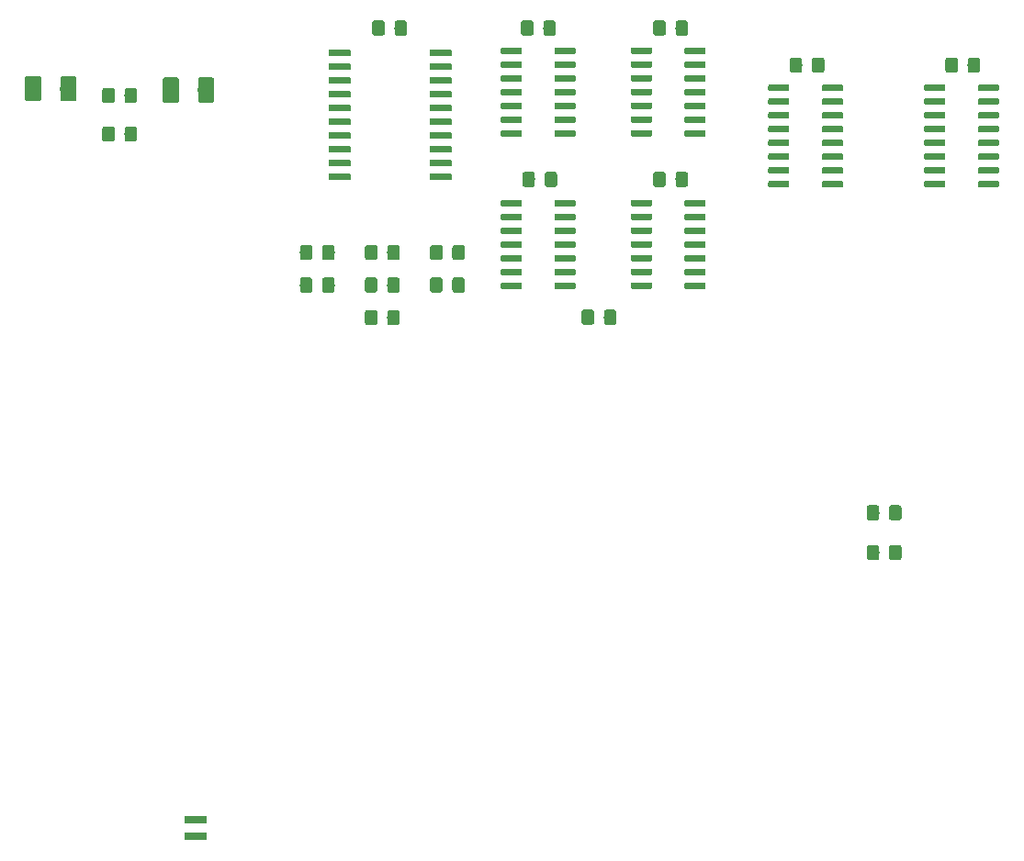
<source format=gbr>
G04 #@! TF.GenerationSoftware,KiCad,Pcbnew,(5.1.2-1)-1*
G04 #@! TF.CreationDate,2020-04-08T11:54:09+01:00*
G04 #@! TF.ProjectId,tranZPUter-SW,7472616e-5a50-4557-9465-722d53572e6b,rev?*
G04 #@! TF.SameCoordinates,Original*
G04 #@! TF.FileFunction,Paste,Top*
G04 #@! TF.FilePolarity,Positive*
%FSLAX46Y46*%
G04 Gerber Fmt 4.6, Leading zero omitted, Abs format (unit mm)*
G04 Created by KiCad (PCBNEW (5.1.2-1)-1) date 2020-04-08 11:54:09*
%MOMM*%
%LPD*%
G04 APERTURE LIST*
%ADD10R,2.000000X0.800000*%
%ADD11C,0.100000*%
%ADD12C,1.500000*%
%ADD13C,1.150000*%
%ADD14C,0.600000*%
G04 APERTURE END LIST*
D10*
X121031000Y-144411000D03*
X121031000Y-145911000D03*
D11*
G36*
X106595504Y-75788204D02*
G01*
X106619773Y-75791804D01*
X106643571Y-75797765D01*
X106666671Y-75806030D01*
X106688849Y-75816520D01*
X106709893Y-75829133D01*
X106729598Y-75843747D01*
X106747777Y-75860223D01*
X106764253Y-75878402D01*
X106778867Y-75898107D01*
X106791480Y-75919151D01*
X106801970Y-75941329D01*
X106810235Y-75964429D01*
X106816196Y-75988227D01*
X106819796Y-76012496D01*
X106821000Y-76037000D01*
X106821000Y-77887000D01*
X106819796Y-77911504D01*
X106816196Y-77935773D01*
X106810235Y-77959571D01*
X106801970Y-77982671D01*
X106791480Y-78004849D01*
X106778867Y-78025893D01*
X106764253Y-78045598D01*
X106747777Y-78063777D01*
X106729598Y-78080253D01*
X106709893Y-78094867D01*
X106688849Y-78107480D01*
X106666671Y-78117970D01*
X106643571Y-78126235D01*
X106619773Y-78132196D01*
X106595504Y-78135796D01*
X106571000Y-78137000D01*
X105571000Y-78137000D01*
X105546496Y-78135796D01*
X105522227Y-78132196D01*
X105498429Y-78126235D01*
X105475329Y-78117970D01*
X105453151Y-78107480D01*
X105432107Y-78094867D01*
X105412402Y-78080253D01*
X105394223Y-78063777D01*
X105377747Y-78045598D01*
X105363133Y-78025893D01*
X105350520Y-78004849D01*
X105340030Y-77982671D01*
X105331765Y-77959571D01*
X105325804Y-77935773D01*
X105322204Y-77911504D01*
X105321000Y-77887000D01*
X105321000Y-76037000D01*
X105322204Y-76012496D01*
X105325804Y-75988227D01*
X105331765Y-75964429D01*
X105340030Y-75941329D01*
X105350520Y-75919151D01*
X105363133Y-75898107D01*
X105377747Y-75878402D01*
X105394223Y-75860223D01*
X105412402Y-75843747D01*
X105432107Y-75829133D01*
X105453151Y-75816520D01*
X105475329Y-75806030D01*
X105498429Y-75797765D01*
X105522227Y-75791804D01*
X105546496Y-75788204D01*
X105571000Y-75787000D01*
X106571000Y-75787000D01*
X106595504Y-75788204D01*
X106595504Y-75788204D01*
G37*
D12*
X106071000Y-76962000D03*
D11*
G36*
X109845504Y-75788204D02*
G01*
X109869773Y-75791804D01*
X109893571Y-75797765D01*
X109916671Y-75806030D01*
X109938849Y-75816520D01*
X109959893Y-75829133D01*
X109979598Y-75843747D01*
X109997777Y-75860223D01*
X110014253Y-75878402D01*
X110028867Y-75898107D01*
X110041480Y-75919151D01*
X110051970Y-75941329D01*
X110060235Y-75964429D01*
X110066196Y-75988227D01*
X110069796Y-76012496D01*
X110071000Y-76037000D01*
X110071000Y-77887000D01*
X110069796Y-77911504D01*
X110066196Y-77935773D01*
X110060235Y-77959571D01*
X110051970Y-77982671D01*
X110041480Y-78004849D01*
X110028867Y-78025893D01*
X110014253Y-78045598D01*
X109997777Y-78063777D01*
X109979598Y-78080253D01*
X109959893Y-78094867D01*
X109938849Y-78107480D01*
X109916671Y-78117970D01*
X109893571Y-78126235D01*
X109869773Y-78132196D01*
X109845504Y-78135796D01*
X109821000Y-78137000D01*
X108821000Y-78137000D01*
X108796496Y-78135796D01*
X108772227Y-78132196D01*
X108748429Y-78126235D01*
X108725329Y-78117970D01*
X108703151Y-78107480D01*
X108682107Y-78094867D01*
X108662402Y-78080253D01*
X108644223Y-78063777D01*
X108627747Y-78045598D01*
X108613133Y-78025893D01*
X108600520Y-78004849D01*
X108590030Y-77982671D01*
X108581765Y-77959571D01*
X108575804Y-77935773D01*
X108572204Y-77911504D01*
X108571000Y-77887000D01*
X108571000Y-76037000D01*
X108572204Y-76012496D01*
X108575804Y-75988227D01*
X108581765Y-75964429D01*
X108590030Y-75941329D01*
X108600520Y-75919151D01*
X108613133Y-75898107D01*
X108627747Y-75878402D01*
X108644223Y-75860223D01*
X108662402Y-75843747D01*
X108682107Y-75829133D01*
X108703151Y-75816520D01*
X108725329Y-75806030D01*
X108748429Y-75797765D01*
X108772227Y-75791804D01*
X108796496Y-75788204D01*
X108821000Y-75787000D01*
X109821000Y-75787000D01*
X109845504Y-75788204D01*
X109845504Y-75788204D01*
G37*
D12*
X109321000Y-76962000D03*
D11*
G36*
X119295504Y-75915204D02*
G01*
X119319773Y-75918804D01*
X119343571Y-75924765D01*
X119366671Y-75933030D01*
X119388849Y-75943520D01*
X119409893Y-75956133D01*
X119429598Y-75970747D01*
X119447777Y-75987223D01*
X119464253Y-76005402D01*
X119478867Y-76025107D01*
X119491480Y-76046151D01*
X119501970Y-76068329D01*
X119510235Y-76091429D01*
X119516196Y-76115227D01*
X119519796Y-76139496D01*
X119521000Y-76164000D01*
X119521000Y-78014000D01*
X119519796Y-78038504D01*
X119516196Y-78062773D01*
X119510235Y-78086571D01*
X119501970Y-78109671D01*
X119491480Y-78131849D01*
X119478867Y-78152893D01*
X119464253Y-78172598D01*
X119447777Y-78190777D01*
X119429598Y-78207253D01*
X119409893Y-78221867D01*
X119388849Y-78234480D01*
X119366671Y-78244970D01*
X119343571Y-78253235D01*
X119319773Y-78259196D01*
X119295504Y-78262796D01*
X119271000Y-78264000D01*
X118271000Y-78264000D01*
X118246496Y-78262796D01*
X118222227Y-78259196D01*
X118198429Y-78253235D01*
X118175329Y-78244970D01*
X118153151Y-78234480D01*
X118132107Y-78221867D01*
X118112402Y-78207253D01*
X118094223Y-78190777D01*
X118077747Y-78172598D01*
X118063133Y-78152893D01*
X118050520Y-78131849D01*
X118040030Y-78109671D01*
X118031765Y-78086571D01*
X118025804Y-78062773D01*
X118022204Y-78038504D01*
X118021000Y-78014000D01*
X118021000Y-76164000D01*
X118022204Y-76139496D01*
X118025804Y-76115227D01*
X118031765Y-76091429D01*
X118040030Y-76068329D01*
X118050520Y-76046151D01*
X118063133Y-76025107D01*
X118077747Y-76005402D01*
X118094223Y-75987223D01*
X118112402Y-75970747D01*
X118132107Y-75956133D01*
X118153151Y-75943520D01*
X118175329Y-75933030D01*
X118198429Y-75924765D01*
X118222227Y-75918804D01*
X118246496Y-75915204D01*
X118271000Y-75914000D01*
X119271000Y-75914000D01*
X119295504Y-75915204D01*
X119295504Y-75915204D01*
G37*
D12*
X118771000Y-77089000D03*
D11*
G36*
X122545504Y-75915204D02*
G01*
X122569773Y-75918804D01*
X122593571Y-75924765D01*
X122616671Y-75933030D01*
X122638849Y-75943520D01*
X122659893Y-75956133D01*
X122679598Y-75970747D01*
X122697777Y-75987223D01*
X122714253Y-76005402D01*
X122728867Y-76025107D01*
X122741480Y-76046151D01*
X122751970Y-76068329D01*
X122760235Y-76091429D01*
X122766196Y-76115227D01*
X122769796Y-76139496D01*
X122771000Y-76164000D01*
X122771000Y-78014000D01*
X122769796Y-78038504D01*
X122766196Y-78062773D01*
X122760235Y-78086571D01*
X122751970Y-78109671D01*
X122741480Y-78131849D01*
X122728867Y-78152893D01*
X122714253Y-78172598D01*
X122697777Y-78190777D01*
X122679598Y-78207253D01*
X122659893Y-78221867D01*
X122638849Y-78234480D01*
X122616671Y-78244970D01*
X122593571Y-78253235D01*
X122569773Y-78259196D01*
X122545504Y-78262796D01*
X122521000Y-78264000D01*
X121521000Y-78264000D01*
X121496496Y-78262796D01*
X121472227Y-78259196D01*
X121448429Y-78253235D01*
X121425329Y-78244970D01*
X121403151Y-78234480D01*
X121382107Y-78221867D01*
X121362402Y-78207253D01*
X121344223Y-78190777D01*
X121327747Y-78172598D01*
X121313133Y-78152893D01*
X121300520Y-78131849D01*
X121290030Y-78109671D01*
X121281765Y-78086571D01*
X121275804Y-78062773D01*
X121272204Y-78038504D01*
X121271000Y-78014000D01*
X121271000Y-76164000D01*
X121272204Y-76139496D01*
X121275804Y-76115227D01*
X121281765Y-76091429D01*
X121290030Y-76068329D01*
X121300520Y-76046151D01*
X121313133Y-76025107D01*
X121327747Y-76005402D01*
X121344223Y-75987223D01*
X121362402Y-75970747D01*
X121382107Y-75956133D01*
X121403151Y-75943520D01*
X121425329Y-75933030D01*
X121448429Y-75924765D01*
X121472227Y-75918804D01*
X121496496Y-75915204D01*
X121521000Y-75914000D01*
X122521000Y-75914000D01*
X122545504Y-75915204D01*
X122545504Y-75915204D01*
G37*
D12*
X122021000Y-77089000D03*
D11*
G36*
X113370505Y-76898204D02*
G01*
X113394773Y-76901804D01*
X113418572Y-76907765D01*
X113441671Y-76916030D01*
X113463850Y-76926520D01*
X113484893Y-76939132D01*
X113504599Y-76953747D01*
X113522777Y-76970223D01*
X113539253Y-76988401D01*
X113553868Y-77008107D01*
X113566480Y-77029150D01*
X113576970Y-77051329D01*
X113585235Y-77074428D01*
X113591196Y-77098227D01*
X113594796Y-77122495D01*
X113596000Y-77146999D01*
X113596000Y-78047001D01*
X113594796Y-78071505D01*
X113591196Y-78095773D01*
X113585235Y-78119572D01*
X113576970Y-78142671D01*
X113566480Y-78164850D01*
X113553868Y-78185893D01*
X113539253Y-78205599D01*
X113522777Y-78223777D01*
X113504599Y-78240253D01*
X113484893Y-78254868D01*
X113463850Y-78267480D01*
X113441671Y-78277970D01*
X113418572Y-78286235D01*
X113394773Y-78292196D01*
X113370505Y-78295796D01*
X113346001Y-78297000D01*
X112695999Y-78297000D01*
X112671495Y-78295796D01*
X112647227Y-78292196D01*
X112623428Y-78286235D01*
X112600329Y-78277970D01*
X112578150Y-78267480D01*
X112557107Y-78254868D01*
X112537401Y-78240253D01*
X112519223Y-78223777D01*
X112502747Y-78205599D01*
X112488132Y-78185893D01*
X112475520Y-78164850D01*
X112465030Y-78142671D01*
X112456765Y-78119572D01*
X112450804Y-78095773D01*
X112447204Y-78071505D01*
X112446000Y-78047001D01*
X112446000Y-77146999D01*
X112447204Y-77122495D01*
X112450804Y-77098227D01*
X112456765Y-77074428D01*
X112465030Y-77051329D01*
X112475520Y-77029150D01*
X112488132Y-77008107D01*
X112502747Y-76988401D01*
X112519223Y-76970223D01*
X112537401Y-76953747D01*
X112557107Y-76939132D01*
X112578150Y-76926520D01*
X112600329Y-76916030D01*
X112623428Y-76907765D01*
X112647227Y-76901804D01*
X112671495Y-76898204D01*
X112695999Y-76897000D01*
X113346001Y-76897000D01*
X113370505Y-76898204D01*
X113370505Y-76898204D01*
G37*
D13*
X113021000Y-77597000D03*
D11*
G36*
X115420505Y-76898204D02*
G01*
X115444773Y-76901804D01*
X115468572Y-76907765D01*
X115491671Y-76916030D01*
X115513850Y-76926520D01*
X115534893Y-76939132D01*
X115554599Y-76953747D01*
X115572777Y-76970223D01*
X115589253Y-76988401D01*
X115603868Y-77008107D01*
X115616480Y-77029150D01*
X115626970Y-77051329D01*
X115635235Y-77074428D01*
X115641196Y-77098227D01*
X115644796Y-77122495D01*
X115646000Y-77146999D01*
X115646000Y-78047001D01*
X115644796Y-78071505D01*
X115641196Y-78095773D01*
X115635235Y-78119572D01*
X115626970Y-78142671D01*
X115616480Y-78164850D01*
X115603868Y-78185893D01*
X115589253Y-78205599D01*
X115572777Y-78223777D01*
X115554599Y-78240253D01*
X115534893Y-78254868D01*
X115513850Y-78267480D01*
X115491671Y-78277970D01*
X115468572Y-78286235D01*
X115444773Y-78292196D01*
X115420505Y-78295796D01*
X115396001Y-78297000D01*
X114745999Y-78297000D01*
X114721495Y-78295796D01*
X114697227Y-78292196D01*
X114673428Y-78286235D01*
X114650329Y-78277970D01*
X114628150Y-78267480D01*
X114607107Y-78254868D01*
X114587401Y-78240253D01*
X114569223Y-78223777D01*
X114552747Y-78205599D01*
X114538132Y-78185893D01*
X114525520Y-78164850D01*
X114515030Y-78142671D01*
X114506765Y-78119572D01*
X114500804Y-78095773D01*
X114497204Y-78071505D01*
X114496000Y-78047001D01*
X114496000Y-77146999D01*
X114497204Y-77122495D01*
X114500804Y-77098227D01*
X114506765Y-77074428D01*
X114515030Y-77051329D01*
X114525520Y-77029150D01*
X114538132Y-77008107D01*
X114552747Y-76988401D01*
X114569223Y-76970223D01*
X114587401Y-76953747D01*
X114607107Y-76939132D01*
X114628150Y-76926520D01*
X114650329Y-76916030D01*
X114673428Y-76907765D01*
X114697227Y-76901804D01*
X114721495Y-76898204D01*
X114745999Y-76897000D01*
X115396001Y-76897000D01*
X115420505Y-76898204D01*
X115420505Y-76898204D01*
G37*
D13*
X115071000Y-77597000D03*
D11*
G36*
X180606703Y-76588722D02*
G01*
X180621264Y-76590882D01*
X180635543Y-76594459D01*
X180649403Y-76599418D01*
X180662710Y-76605712D01*
X180675336Y-76613280D01*
X180687159Y-76622048D01*
X180698066Y-76631934D01*
X180707952Y-76642841D01*
X180716720Y-76654664D01*
X180724288Y-76667290D01*
X180730582Y-76680597D01*
X180735541Y-76694457D01*
X180739118Y-76708736D01*
X180741278Y-76723297D01*
X180742000Y-76738000D01*
X180742000Y-77038000D01*
X180741278Y-77052703D01*
X180739118Y-77067264D01*
X180735541Y-77081543D01*
X180730582Y-77095403D01*
X180724288Y-77108710D01*
X180716720Y-77121336D01*
X180707952Y-77133159D01*
X180698066Y-77144066D01*
X180687159Y-77153952D01*
X180675336Y-77162720D01*
X180662710Y-77170288D01*
X180649403Y-77176582D01*
X180635543Y-77181541D01*
X180621264Y-77185118D01*
X180606703Y-77187278D01*
X180592000Y-77188000D01*
X178942000Y-77188000D01*
X178927297Y-77187278D01*
X178912736Y-77185118D01*
X178898457Y-77181541D01*
X178884597Y-77176582D01*
X178871290Y-77170288D01*
X178858664Y-77162720D01*
X178846841Y-77153952D01*
X178835934Y-77144066D01*
X178826048Y-77133159D01*
X178817280Y-77121336D01*
X178809712Y-77108710D01*
X178803418Y-77095403D01*
X178798459Y-77081543D01*
X178794882Y-77067264D01*
X178792722Y-77052703D01*
X178792000Y-77038000D01*
X178792000Y-76738000D01*
X178792722Y-76723297D01*
X178794882Y-76708736D01*
X178798459Y-76694457D01*
X178803418Y-76680597D01*
X178809712Y-76667290D01*
X178817280Y-76654664D01*
X178826048Y-76642841D01*
X178835934Y-76631934D01*
X178846841Y-76622048D01*
X178858664Y-76613280D01*
X178871290Y-76605712D01*
X178884597Y-76599418D01*
X178898457Y-76594459D01*
X178912736Y-76590882D01*
X178927297Y-76588722D01*
X178942000Y-76588000D01*
X180592000Y-76588000D01*
X180606703Y-76588722D01*
X180606703Y-76588722D01*
G37*
D14*
X179767000Y-76888000D03*
D11*
G36*
X180606703Y-77858722D02*
G01*
X180621264Y-77860882D01*
X180635543Y-77864459D01*
X180649403Y-77869418D01*
X180662710Y-77875712D01*
X180675336Y-77883280D01*
X180687159Y-77892048D01*
X180698066Y-77901934D01*
X180707952Y-77912841D01*
X180716720Y-77924664D01*
X180724288Y-77937290D01*
X180730582Y-77950597D01*
X180735541Y-77964457D01*
X180739118Y-77978736D01*
X180741278Y-77993297D01*
X180742000Y-78008000D01*
X180742000Y-78308000D01*
X180741278Y-78322703D01*
X180739118Y-78337264D01*
X180735541Y-78351543D01*
X180730582Y-78365403D01*
X180724288Y-78378710D01*
X180716720Y-78391336D01*
X180707952Y-78403159D01*
X180698066Y-78414066D01*
X180687159Y-78423952D01*
X180675336Y-78432720D01*
X180662710Y-78440288D01*
X180649403Y-78446582D01*
X180635543Y-78451541D01*
X180621264Y-78455118D01*
X180606703Y-78457278D01*
X180592000Y-78458000D01*
X178942000Y-78458000D01*
X178927297Y-78457278D01*
X178912736Y-78455118D01*
X178898457Y-78451541D01*
X178884597Y-78446582D01*
X178871290Y-78440288D01*
X178858664Y-78432720D01*
X178846841Y-78423952D01*
X178835934Y-78414066D01*
X178826048Y-78403159D01*
X178817280Y-78391336D01*
X178809712Y-78378710D01*
X178803418Y-78365403D01*
X178798459Y-78351543D01*
X178794882Y-78337264D01*
X178792722Y-78322703D01*
X178792000Y-78308000D01*
X178792000Y-78008000D01*
X178792722Y-77993297D01*
X178794882Y-77978736D01*
X178798459Y-77964457D01*
X178803418Y-77950597D01*
X178809712Y-77937290D01*
X178817280Y-77924664D01*
X178826048Y-77912841D01*
X178835934Y-77901934D01*
X178846841Y-77892048D01*
X178858664Y-77883280D01*
X178871290Y-77875712D01*
X178884597Y-77869418D01*
X178898457Y-77864459D01*
X178912736Y-77860882D01*
X178927297Y-77858722D01*
X178942000Y-77858000D01*
X180592000Y-77858000D01*
X180606703Y-77858722D01*
X180606703Y-77858722D01*
G37*
D14*
X179767000Y-78158000D03*
D11*
G36*
X180606703Y-79128722D02*
G01*
X180621264Y-79130882D01*
X180635543Y-79134459D01*
X180649403Y-79139418D01*
X180662710Y-79145712D01*
X180675336Y-79153280D01*
X180687159Y-79162048D01*
X180698066Y-79171934D01*
X180707952Y-79182841D01*
X180716720Y-79194664D01*
X180724288Y-79207290D01*
X180730582Y-79220597D01*
X180735541Y-79234457D01*
X180739118Y-79248736D01*
X180741278Y-79263297D01*
X180742000Y-79278000D01*
X180742000Y-79578000D01*
X180741278Y-79592703D01*
X180739118Y-79607264D01*
X180735541Y-79621543D01*
X180730582Y-79635403D01*
X180724288Y-79648710D01*
X180716720Y-79661336D01*
X180707952Y-79673159D01*
X180698066Y-79684066D01*
X180687159Y-79693952D01*
X180675336Y-79702720D01*
X180662710Y-79710288D01*
X180649403Y-79716582D01*
X180635543Y-79721541D01*
X180621264Y-79725118D01*
X180606703Y-79727278D01*
X180592000Y-79728000D01*
X178942000Y-79728000D01*
X178927297Y-79727278D01*
X178912736Y-79725118D01*
X178898457Y-79721541D01*
X178884597Y-79716582D01*
X178871290Y-79710288D01*
X178858664Y-79702720D01*
X178846841Y-79693952D01*
X178835934Y-79684066D01*
X178826048Y-79673159D01*
X178817280Y-79661336D01*
X178809712Y-79648710D01*
X178803418Y-79635403D01*
X178798459Y-79621543D01*
X178794882Y-79607264D01*
X178792722Y-79592703D01*
X178792000Y-79578000D01*
X178792000Y-79278000D01*
X178792722Y-79263297D01*
X178794882Y-79248736D01*
X178798459Y-79234457D01*
X178803418Y-79220597D01*
X178809712Y-79207290D01*
X178817280Y-79194664D01*
X178826048Y-79182841D01*
X178835934Y-79171934D01*
X178846841Y-79162048D01*
X178858664Y-79153280D01*
X178871290Y-79145712D01*
X178884597Y-79139418D01*
X178898457Y-79134459D01*
X178912736Y-79130882D01*
X178927297Y-79128722D01*
X178942000Y-79128000D01*
X180592000Y-79128000D01*
X180606703Y-79128722D01*
X180606703Y-79128722D01*
G37*
D14*
X179767000Y-79428000D03*
D11*
G36*
X180606703Y-80398722D02*
G01*
X180621264Y-80400882D01*
X180635543Y-80404459D01*
X180649403Y-80409418D01*
X180662710Y-80415712D01*
X180675336Y-80423280D01*
X180687159Y-80432048D01*
X180698066Y-80441934D01*
X180707952Y-80452841D01*
X180716720Y-80464664D01*
X180724288Y-80477290D01*
X180730582Y-80490597D01*
X180735541Y-80504457D01*
X180739118Y-80518736D01*
X180741278Y-80533297D01*
X180742000Y-80548000D01*
X180742000Y-80848000D01*
X180741278Y-80862703D01*
X180739118Y-80877264D01*
X180735541Y-80891543D01*
X180730582Y-80905403D01*
X180724288Y-80918710D01*
X180716720Y-80931336D01*
X180707952Y-80943159D01*
X180698066Y-80954066D01*
X180687159Y-80963952D01*
X180675336Y-80972720D01*
X180662710Y-80980288D01*
X180649403Y-80986582D01*
X180635543Y-80991541D01*
X180621264Y-80995118D01*
X180606703Y-80997278D01*
X180592000Y-80998000D01*
X178942000Y-80998000D01*
X178927297Y-80997278D01*
X178912736Y-80995118D01*
X178898457Y-80991541D01*
X178884597Y-80986582D01*
X178871290Y-80980288D01*
X178858664Y-80972720D01*
X178846841Y-80963952D01*
X178835934Y-80954066D01*
X178826048Y-80943159D01*
X178817280Y-80931336D01*
X178809712Y-80918710D01*
X178803418Y-80905403D01*
X178798459Y-80891543D01*
X178794882Y-80877264D01*
X178792722Y-80862703D01*
X178792000Y-80848000D01*
X178792000Y-80548000D01*
X178792722Y-80533297D01*
X178794882Y-80518736D01*
X178798459Y-80504457D01*
X178803418Y-80490597D01*
X178809712Y-80477290D01*
X178817280Y-80464664D01*
X178826048Y-80452841D01*
X178835934Y-80441934D01*
X178846841Y-80432048D01*
X178858664Y-80423280D01*
X178871290Y-80415712D01*
X178884597Y-80409418D01*
X178898457Y-80404459D01*
X178912736Y-80400882D01*
X178927297Y-80398722D01*
X178942000Y-80398000D01*
X180592000Y-80398000D01*
X180606703Y-80398722D01*
X180606703Y-80398722D01*
G37*
D14*
X179767000Y-80698000D03*
D11*
G36*
X180606703Y-81668722D02*
G01*
X180621264Y-81670882D01*
X180635543Y-81674459D01*
X180649403Y-81679418D01*
X180662710Y-81685712D01*
X180675336Y-81693280D01*
X180687159Y-81702048D01*
X180698066Y-81711934D01*
X180707952Y-81722841D01*
X180716720Y-81734664D01*
X180724288Y-81747290D01*
X180730582Y-81760597D01*
X180735541Y-81774457D01*
X180739118Y-81788736D01*
X180741278Y-81803297D01*
X180742000Y-81818000D01*
X180742000Y-82118000D01*
X180741278Y-82132703D01*
X180739118Y-82147264D01*
X180735541Y-82161543D01*
X180730582Y-82175403D01*
X180724288Y-82188710D01*
X180716720Y-82201336D01*
X180707952Y-82213159D01*
X180698066Y-82224066D01*
X180687159Y-82233952D01*
X180675336Y-82242720D01*
X180662710Y-82250288D01*
X180649403Y-82256582D01*
X180635543Y-82261541D01*
X180621264Y-82265118D01*
X180606703Y-82267278D01*
X180592000Y-82268000D01*
X178942000Y-82268000D01*
X178927297Y-82267278D01*
X178912736Y-82265118D01*
X178898457Y-82261541D01*
X178884597Y-82256582D01*
X178871290Y-82250288D01*
X178858664Y-82242720D01*
X178846841Y-82233952D01*
X178835934Y-82224066D01*
X178826048Y-82213159D01*
X178817280Y-82201336D01*
X178809712Y-82188710D01*
X178803418Y-82175403D01*
X178798459Y-82161543D01*
X178794882Y-82147264D01*
X178792722Y-82132703D01*
X178792000Y-82118000D01*
X178792000Y-81818000D01*
X178792722Y-81803297D01*
X178794882Y-81788736D01*
X178798459Y-81774457D01*
X178803418Y-81760597D01*
X178809712Y-81747290D01*
X178817280Y-81734664D01*
X178826048Y-81722841D01*
X178835934Y-81711934D01*
X178846841Y-81702048D01*
X178858664Y-81693280D01*
X178871290Y-81685712D01*
X178884597Y-81679418D01*
X178898457Y-81674459D01*
X178912736Y-81670882D01*
X178927297Y-81668722D01*
X178942000Y-81668000D01*
X180592000Y-81668000D01*
X180606703Y-81668722D01*
X180606703Y-81668722D01*
G37*
D14*
X179767000Y-81968000D03*
D11*
G36*
X180606703Y-82938722D02*
G01*
X180621264Y-82940882D01*
X180635543Y-82944459D01*
X180649403Y-82949418D01*
X180662710Y-82955712D01*
X180675336Y-82963280D01*
X180687159Y-82972048D01*
X180698066Y-82981934D01*
X180707952Y-82992841D01*
X180716720Y-83004664D01*
X180724288Y-83017290D01*
X180730582Y-83030597D01*
X180735541Y-83044457D01*
X180739118Y-83058736D01*
X180741278Y-83073297D01*
X180742000Y-83088000D01*
X180742000Y-83388000D01*
X180741278Y-83402703D01*
X180739118Y-83417264D01*
X180735541Y-83431543D01*
X180730582Y-83445403D01*
X180724288Y-83458710D01*
X180716720Y-83471336D01*
X180707952Y-83483159D01*
X180698066Y-83494066D01*
X180687159Y-83503952D01*
X180675336Y-83512720D01*
X180662710Y-83520288D01*
X180649403Y-83526582D01*
X180635543Y-83531541D01*
X180621264Y-83535118D01*
X180606703Y-83537278D01*
X180592000Y-83538000D01*
X178942000Y-83538000D01*
X178927297Y-83537278D01*
X178912736Y-83535118D01*
X178898457Y-83531541D01*
X178884597Y-83526582D01*
X178871290Y-83520288D01*
X178858664Y-83512720D01*
X178846841Y-83503952D01*
X178835934Y-83494066D01*
X178826048Y-83483159D01*
X178817280Y-83471336D01*
X178809712Y-83458710D01*
X178803418Y-83445403D01*
X178798459Y-83431543D01*
X178794882Y-83417264D01*
X178792722Y-83402703D01*
X178792000Y-83388000D01*
X178792000Y-83088000D01*
X178792722Y-83073297D01*
X178794882Y-83058736D01*
X178798459Y-83044457D01*
X178803418Y-83030597D01*
X178809712Y-83017290D01*
X178817280Y-83004664D01*
X178826048Y-82992841D01*
X178835934Y-82981934D01*
X178846841Y-82972048D01*
X178858664Y-82963280D01*
X178871290Y-82955712D01*
X178884597Y-82949418D01*
X178898457Y-82944459D01*
X178912736Y-82940882D01*
X178927297Y-82938722D01*
X178942000Y-82938000D01*
X180592000Y-82938000D01*
X180606703Y-82938722D01*
X180606703Y-82938722D01*
G37*
D14*
X179767000Y-83238000D03*
D11*
G36*
X180606703Y-84208722D02*
G01*
X180621264Y-84210882D01*
X180635543Y-84214459D01*
X180649403Y-84219418D01*
X180662710Y-84225712D01*
X180675336Y-84233280D01*
X180687159Y-84242048D01*
X180698066Y-84251934D01*
X180707952Y-84262841D01*
X180716720Y-84274664D01*
X180724288Y-84287290D01*
X180730582Y-84300597D01*
X180735541Y-84314457D01*
X180739118Y-84328736D01*
X180741278Y-84343297D01*
X180742000Y-84358000D01*
X180742000Y-84658000D01*
X180741278Y-84672703D01*
X180739118Y-84687264D01*
X180735541Y-84701543D01*
X180730582Y-84715403D01*
X180724288Y-84728710D01*
X180716720Y-84741336D01*
X180707952Y-84753159D01*
X180698066Y-84764066D01*
X180687159Y-84773952D01*
X180675336Y-84782720D01*
X180662710Y-84790288D01*
X180649403Y-84796582D01*
X180635543Y-84801541D01*
X180621264Y-84805118D01*
X180606703Y-84807278D01*
X180592000Y-84808000D01*
X178942000Y-84808000D01*
X178927297Y-84807278D01*
X178912736Y-84805118D01*
X178898457Y-84801541D01*
X178884597Y-84796582D01*
X178871290Y-84790288D01*
X178858664Y-84782720D01*
X178846841Y-84773952D01*
X178835934Y-84764066D01*
X178826048Y-84753159D01*
X178817280Y-84741336D01*
X178809712Y-84728710D01*
X178803418Y-84715403D01*
X178798459Y-84701543D01*
X178794882Y-84687264D01*
X178792722Y-84672703D01*
X178792000Y-84658000D01*
X178792000Y-84358000D01*
X178792722Y-84343297D01*
X178794882Y-84328736D01*
X178798459Y-84314457D01*
X178803418Y-84300597D01*
X178809712Y-84287290D01*
X178817280Y-84274664D01*
X178826048Y-84262841D01*
X178835934Y-84251934D01*
X178846841Y-84242048D01*
X178858664Y-84233280D01*
X178871290Y-84225712D01*
X178884597Y-84219418D01*
X178898457Y-84214459D01*
X178912736Y-84210882D01*
X178927297Y-84208722D01*
X178942000Y-84208000D01*
X180592000Y-84208000D01*
X180606703Y-84208722D01*
X180606703Y-84208722D01*
G37*
D14*
X179767000Y-84508000D03*
D11*
G36*
X180606703Y-85478722D02*
G01*
X180621264Y-85480882D01*
X180635543Y-85484459D01*
X180649403Y-85489418D01*
X180662710Y-85495712D01*
X180675336Y-85503280D01*
X180687159Y-85512048D01*
X180698066Y-85521934D01*
X180707952Y-85532841D01*
X180716720Y-85544664D01*
X180724288Y-85557290D01*
X180730582Y-85570597D01*
X180735541Y-85584457D01*
X180739118Y-85598736D01*
X180741278Y-85613297D01*
X180742000Y-85628000D01*
X180742000Y-85928000D01*
X180741278Y-85942703D01*
X180739118Y-85957264D01*
X180735541Y-85971543D01*
X180730582Y-85985403D01*
X180724288Y-85998710D01*
X180716720Y-86011336D01*
X180707952Y-86023159D01*
X180698066Y-86034066D01*
X180687159Y-86043952D01*
X180675336Y-86052720D01*
X180662710Y-86060288D01*
X180649403Y-86066582D01*
X180635543Y-86071541D01*
X180621264Y-86075118D01*
X180606703Y-86077278D01*
X180592000Y-86078000D01*
X178942000Y-86078000D01*
X178927297Y-86077278D01*
X178912736Y-86075118D01*
X178898457Y-86071541D01*
X178884597Y-86066582D01*
X178871290Y-86060288D01*
X178858664Y-86052720D01*
X178846841Y-86043952D01*
X178835934Y-86034066D01*
X178826048Y-86023159D01*
X178817280Y-86011336D01*
X178809712Y-85998710D01*
X178803418Y-85985403D01*
X178798459Y-85971543D01*
X178794882Y-85957264D01*
X178792722Y-85942703D01*
X178792000Y-85928000D01*
X178792000Y-85628000D01*
X178792722Y-85613297D01*
X178794882Y-85598736D01*
X178798459Y-85584457D01*
X178803418Y-85570597D01*
X178809712Y-85557290D01*
X178817280Y-85544664D01*
X178826048Y-85532841D01*
X178835934Y-85521934D01*
X178846841Y-85512048D01*
X178858664Y-85503280D01*
X178871290Y-85495712D01*
X178884597Y-85489418D01*
X178898457Y-85484459D01*
X178912736Y-85480882D01*
X178927297Y-85478722D01*
X178942000Y-85478000D01*
X180592000Y-85478000D01*
X180606703Y-85478722D01*
X180606703Y-85478722D01*
G37*
D14*
X179767000Y-85778000D03*
D11*
G36*
X175656703Y-85478722D02*
G01*
X175671264Y-85480882D01*
X175685543Y-85484459D01*
X175699403Y-85489418D01*
X175712710Y-85495712D01*
X175725336Y-85503280D01*
X175737159Y-85512048D01*
X175748066Y-85521934D01*
X175757952Y-85532841D01*
X175766720Y-85544664D01*
X175774288Y-85557290D01*
X175780582Y-85570597D01*
X175785541Y-85584457D01*
X175789118Y-85598736D01*
X175791278Y-85613297D01*
X175792000Y-85628000D01*
X175792000Y-85928000D01*
X175791278Y-85942703D01*
X175789118Y-85957264D01*
X175785541Y-85971543D01*
X175780582Y-85985403D01*
X175774288Y-85998710D01*
X175766720Y-86011336D01*
X175757952Y-86023159D01*
X175748066Y-86034066D01*
X175737159Y-86043952D01*
X175725336Y-86052720D01*
X175712710Y-86060288D01*
X175699403Y-86066582D01*
X175685543Y-86071541D01*
X175671264Y-86075118D01*
X175656703Y-86077278D01*
X175642000Y-86078000D01*
X173992000Y-86078000D01*
X173977297Y-86077278D01*
X173962736Y-86075118D01*
X173948457Y-86071541D01*
X173934597Y-86066582D01*
X173921290Y-86060288D01*
X173908664Y-86052720D01*
X173896841Y-86043952D01*
X173885934Y-86034066D01*
X173876048Y-86023159D01*
X173867280Y-86011336D01*
X173859712Y-85998710D01*
X173853418Y-85985403D01*
X173848459Y-85971543D01*
X173844882Y-85957264D01*
X173842722Y-85942703D01*
X173842000Y-85928000D01*
X173842000Y-85628000D01*
X173842722Y-85613297D01*
X173844882Y-85598736D01*
X173848459Y-85584457D01*
X173853418Y-85570597D01*
X173859712Y-85557290D01*
X173867280Y-85544664D01*
X173876048Y-85532841D01*
X173885934Y-85521934D01*
X173896841Y-85512048D01*
X173908664Y-85503280D01*
X173921290Y-85495712D01*
X173934597Y-85489418D01*
X173948457Y-85484459D01*
X173962736Y-85480882D01*
X173977297Y-85478722D01*
X173992000Y-85478000D01*
X175642000Y-85478000D01*
X175656703Y-85478722D01*
X175656703Y-85478722D01*
G37*
D14*
X174817000Y-85778000D03*
D11*
G36*
X175656703Y-84208722D02*
G01*
X175671264Y-84210882D01*
X175685543Y-84214459D01*
X175699403Y-84219418D01*
X175712710Y-84225712D01*
X175725336Y-84233280D01*
X175737159Y-84242048D01*
X175748066Y-84251934D01*
X175757952Y-84262841D01*
X175766720Y-84274664D01*
X175774288Y-84287290D01*
X175780582Y-84300597D01*
X175785541Y-84314457D01*
X175789118Y-84328736D01*
X175791278Y-84343297D01*
X175792000Y-84358000D01*
X175792000Y-84658000D01*
X175791278Y-84672703D01*
X175789118Y-84687264D01*
X175785541Y-84701543D01*
X175780582Y-84715403D01*
X175774288Y-84728710D01*
X175766720Y-84741336D01*
X175757952Y-84753159D01*
X175748066Y-84764066D01*
X175737159Y-84773952D01*
X175725336Y-84782720D01*
X175712710Y-84790288D01*
X175699403Y-84796582D01*
X175685543Y-84801541D01*
X175671264Y-84805118D01*
X175656703Y-84807278D01*
X175642000Y-84808000D01*
X173992000Y-84808000D01*
X173977297Y-84807278D01*
X173962736Y-84805118D01*
X173948457Y-84801541D01*
X173934597Y-84796582D01*
X173921290Y-84790288D01*
X173908664Y-84782720D01*
X173896841Y-84773952D01*
X173885934Y-84764066D01*
X173876048Y-84753159D01*
X173867280Y-84741336D01*
X173859712Y-84728710D01*
X173853418Y-84715403D01*
X173848459Y-84701543D01*
X173844882Y-84687264D01*
X173842722Y-84672703D01*
X173842000Y-84658000D01*
X173842000Y-84358000D01*
X173842722Y-84343297D01*
X173844882Y-84328736D01*
X173848459Y-84314457D01*
X173853418Y-84300597D01*
X173859712Y-84287290D01*
X173867280Y-84274664D01*
X173876048Y-84262841D01*
X173885934Y-84251934D01*
X173896841Y-84242048D01*
X173908664Y-84233280D01*
X173921290Y-84225712D01*
X173934597Y-84219418D01*
X173948457Y-84214459D01*
X173962736Y-84210882D01*
X173977297Y-84208722D01*
X173992000Y-84208000D01*
X175642000Y-84208000D01*
X175656703Y-84208722D01*
X175656703Y-84208722D01*
G37*
D14*
X174817000Y-84508000D03*
D11*
G36*
X175656703Y-82938722D02*
G01*
X175671264Y-82940882D01*
X175685543Y-82944459D01*
X175699403Y-82949418D01*
X175712710Y-82955712D01*
X175725336Y-82963280D01*
X175737159Y-82972048D01*
X175748066Y-82981934D01*
X175757952Y-82992841D01*
X175766720Y-83004664D01*
X175774288Y-83017290D01*
X175780582Y-83030597D01*
X175785541Y-83044457D01*
X175789118Y-83058736D01*
X175791278Y-83073297D01*
X175792000Y-83088000D01*
X175792000Y-83388000D01*
X175791278Y-83402703D01*
X175789118Y-83417264D01*
X175785541Y-83431543D01*
X175780582Y-83445403D01*
X175774288Y-83458710D01*
X175766720Y-83471336D01*
X175757952Y-83483159D01*
X175748066Y-83494066D01*
X175737159Y-83503952D01*
X175725336Y-83512720D01*
X175712710Y-83520288D01*
X175699403Y-83526582D01*
X175685543Y-83531541D01*
X175671264Y-83535118D01*
X175656703Y-83537278D01*
X175642000Y-83538000D01*
X173992000Y-83538000D01*
X173977297Y-83537278D01*
X173962736Y-83535118D01*
X173948457Y-83531541D01*
X173934597Y-83526582D01*
X173921290Y-83520288D01*
X173908664Y-83512720D01*
X173896841Y-83503952D01*
X173885934Y-83494066D01*
X173876048Y-83483159D01*
X173867280Y-83471336D01*
X173859712Y-83458710D01*
X173853418Y-83445403D01*
X173848459Y-83431543D01*
X173844882Y-83417264D01*
X173842722Y-83402703D01*
X173842000Y-83388000D01*
X173842000Y-83088000D01*
X173842722Y-83073297D01*
X173844882Y-83058736D01*
X173848459Y-83044457D01*
X173853418Y-83030597D01*
X173859712Y-83017290D01*
X173867280Y-83004664D01*
X173876048Y-82992841D01*
X173885934Y-82981934D01*
X173896841Y-82972048D01*
X173908664Y-82963280D01*
X173921290Y-82955712D01*
X173934597Y-82949418D01*
X173948457Y-82944459D01*
X173962736Y-82940882D01*
X173977297Y-82938722D01*
X173992000Y-82938000D01*
X175642000Y-82938000D01*
X175656703Y-82938722D01*
X175656703Y-82938722D01*
G37*
D14*
X174817000Y-83238000D03*
D11*
G36*
X175656703Y-81668722D02*
G01*
X175671264Y-81670882D01*
X175685543Y-81674459D01*
X175699403Y-81679418D01*
X175712710Y-81685712D01*
X175725336Y-81693280D01*
X175737159Y-81702048D01*
X175748066Y-81711934D01*
X175757952Y-81722841D01*
X175766720Y-81734664D01*
X175774288Y-81747290D01*
X175780582Y-81760597D01*
X175785541Y-81774457D01*
X175789118Y-81788736D01*
X175791278Y-81803297D01*
X175792000Y-81818000D01*
X175792000Y-82118000D01*
X175791278Y-82132703D01*
X175789118Y-82147264D01*
X175785541Y-82161543D01*
X175780582Y-82175403D01*
X175774288Y-82188710D01*
X175766720Y-82201336D01*
X175757952Y-82213159D01*
X175748066Y-82224066D01*
X175737159Y-82233952D01*
X175725336Y-82242720D01*
X175712710Y-82250288D01*
X175699403Y-82256582D01*
X175685543Y-82261541D01*
X175671264Y-82265118D01*
X175656703Y-82267278D01*
X175642000Y-82268000D01*
X173992000Y-82268000D01*
X173977297Y-82267278D01*
X173962736Y-82265118D01*
X173948457Y-82261541D01*
X173934597Y-82256582D01*
X173921290Y-82250288D01*
X173908664Y-82242720D01*
X173896841Y-82233952D01*
X173885934Y-82224066D01*
X173876048Y-82213159D01*
X173867280Y-82201336D01*
X173859712Y-82188710D01*
X173853418Y-82175403D01*
X173848459Y-82161543D01*
X173844882Y-82147264D01*
X173842722Y-82132703D01*
X173842000Y-82118000D01*
X173842000Y-81818000D01*
X173842722Y-81803297D01*
X173844882Y-81788736D01*
X173848459Y-81774457D01*
X173853418Y-81760597D01*
X173859712Y-81747290D01*
X173867280Y-81734664D01*
X173876048Y-81722841D01*
X173885934Y-81711934D01*
X173896841Y-81702048D01*
X173908664Y-81693280D01*
X173921290Y-81685712D01*
X173934597Y-81679418D01*
X173948457Y-81674459D01*
X173962736Y-81670882D01*
X173977297Y-81668722D01*
X173992000Y-81668000D01*
X175642000Y-81668000D01*
X175656703Y-81668722D01*
X175656703Y-81668722D01*
G37*
D14*
X174817000Y-81968000D03*
D11*
G36*
X175656703Y-80398722D02*
G01*
X175671264Y-80400882D01*
X175685543Y-80404459D01*
X175699403Y-80409418D01*
X175712710Y-80415712D01*
X175725336Y-80423280D01*
X175737159Y-80432048D01*
X175748066Y-80441934D01*
X175757952Y-80452841D01*
X175766720Y-80464664D01*
X175774288Y-80477290D01*
X175780582Y-80490597D01*
X175785541Y-80504457D01*
X175789118Y-80518736D01*
X175791278Y-80533297D01*
X175792000Y-80548000D01*
X175792000Y-80848000D01*
X175791278Y-80862703D01*
X175789118Y-80877264D01*
X175785541Y-80891543D01*
X175780582Y-80905403D01*
X175774288Y-80918710D01*
X175766720Y-80931336D01*
X175757952Y-80943159D01*
X175748066Y-80954066D01*
X175737159Y-80963952D01*
X175725336Y-80972720D01*
X175712710Y-80980288D01*
X175699403Y-80986582D01*
X175685543Y-80991541D01*
X175671264Y-80995118D01*
X175656703Y-80997278D01*
X175642000Y-80998000D01*
X173992000Y-80998000D01*
X173977297Y-80997278D01*
X173962736Y-80995118D01*
X173948457Y-80991541D01*
X173934597Y-80986582D01*
X173921290Y-80980288D01*
X173908664Y-80972720D01*
X173896841Y-80963952D01*
X173885934Y-80954066D01*
X173876048Y-80943159D01*
X173867280Y-80931336D01*
X173859712Y-80918710D01*
X173853418Y-80905403D01*
X173848459Y-80891543D01*
X173844882Y-80877264D01*
X173842722Y-80862703D01*
X173842000Y-80848000D01*
X173842000Y-80548000D01*
X173842722Y-80533297D01*
X173844882Y-80518736D01*
X173848459Y-80504457D01*
X173853418Y-80490597D01*
X173859712Y-80477290D01*
X173867280Y-80464664D01*
X173876048Y-80452841D01*
X173885934Y-80441934D01*
X173896841Y-80432048D01*
X173908664Y-80423280D01*
X173921290Y-80415712D01*
X173934597Y-80409418D01*
X173948457Y-80404459D01*
X173962736Y-80400882D01*
X173977297Y-80398722D01*
X173992000Y-80398000D01*
X175642000Y-80398000D01*
X175656703Y-80398722D01*
X175656703Y-80398722D01*
G37*
D14*
X174817000Y-80698000D03*
D11*
G36*
X175656703Y-79128722D02*
G01*
X175671264Y-79130882D01*
X175685543Y-79134459D01*
X175699403Y-79139418D01*
X175712710Y-79145712D01*
X175725336Y-79153280D01*
X175737159Y-79162048D01*
X175748066Y-79171934D01*
X175757952Y-79182841D01*
X175766720Y-79194664D01*
X175774288Y-79207290D01*
X175780582Y-79220597D01*
X175785541Y-79234457D01*
X175789118Y-79248736D01*
X175791278Y-79263297D01*
X175792000Y-79278000D01*
X175792000Y-79578000D01*
X175791278Y-79592703D01*
X175789118Y-79607264D01*
X175785541Y-79621543D01*
X175780582Y-79635403D01*
X175774288Y-79648710D01*
X175766720Y-79661336D01*
X175757952Y-79673159D01*
X175748066Y-79684066D01*
X175737159Y-79693952D01*
X175725336Y-79702720D01*
X175712710Y-79710288D01*
X175699403Y-79716582D01*
X175685543Y-79721541D01*
X175671264Y-79725118D01*
X175656703Y-79727278D01*
X175642000Y-79728000D01*
X173992000Y-79728000D01*
X173977297Y-79727278D01*
X173962736Y-79725118D01*
X173948457Y-79721541D01*
X173934597Y-79716582D01*
X173921290Y-79710288D01*
X173908664Y-79702720D01*
X173896841Y-79693952D01*
X173885934Y-79684066D01*
X173876048Y-79673159D01*
X173867280Y-79661336D01*
X173859712Y-79648710D01*
X173853418Y-79635403D01*
X173848459Y-79621543D01*
X173844882Y-79607264D01*
X173842722Y-79592703D01*
X173842000Y-79578000D01*
X173842000Y-79278000D01*
X173842722Y-79263297D01*
X173844882Y-79248736D01*
X173848459Y-79234457D01*
X173853418Y-79220597D01*
X173859712Y-79207290D01*
X173867280Y-79194664D01*
X173876048Y-79182841D01*
X173885934Y-79171934D01*
X173896841Y-79162048D01*
X173908664Y-79153280D01*
X173921290Y-79145712D01*
X173934597Y-79139418D01*
X173948457Y-79134459D01*
X173962736Y-79130882D01*
X173977297Y-79128722D01*
X173992000Y-79128000D01*
X175642000Y-79128000D01*
X175656703Y-79128722D01*
X175656703Y-79128722D01*
G37*
D14*
X174817000Y-79428000D03*
D11*
G36*
X175656703Y-77858722D02*
G01*
X175671264Y-77860882D01*
X175685543Y-77864459D01*
X175699403Y-77869418D01*
X175712710Y-77875712D01*
X175725336Y-77883280D01*
X175737159Y-77892048D01*
X175748066Y-77901934D01*
X175757952Y-77912841D01*
X175766720Y-77924664D01*
X175774288Y-77937290D01*
X175780582Y-77950597D01*
X175785541Y-77964457D01*
X175789118Y-77978736D01*
X175791278Y-77993297D01*
X175792000Y-78008000D01*
X175792000Y-78308000D01*
X175791278Y-78322703D01*
X175789118Y-78337264D01*
X175785541Y-78351543D01*
X175780582Y-78365403D01*
X175774288Y-78378710D01*
X175766720Y-78391336D01*
X175757952Y-78403159D01*
X175748066Y-78414066D01*
X175737159Y-78423952D01*
X175725336Y-78432720D01*
X175712710Y-78440288D01*
X175699403Y-78446582D01*
X175685543Y-78451541D01*
X175671264Y-78455118D01*
X175656703Y-78457278D01*
X175642000Y-78458000D01*
X173992000Y-78458000D01*
X173977297Y-78457278D01*
X173962736Y-78455118D01*
X173948457Y-78451541D01*
X173934597Y-78446582D01*
X173921290Y-78440288D01*
X173908664Y-78432720D01*
X173896841Y-78423952D01*
X173885934Y-78414066D01*
X173876048Y-78403159D01*
X173867280Y-78391336D01*
X173859712Y-78378710D01*
X173853418Y-78365403D01*
X173848459Y-78351543D01*
X173844882Y-78337264D01*
X173842722Y-78322703D01*
X173842000Y-78308000D01*
X173842000Y-78008000D01*
X173842722Y-77993297D01*
X173844882Y-77978736D01*
X173848459Y-77964457D01*
X173853418Y-77950597D01*
X173859712Y-77937290D01*
X173867280Y-77924664D01*
X173876048Y-77912841D01*
X173885934Y-77901934D01*
X173896841Y-77892048D01*
X173908664Y-77883280D01*
X173921290Y-77875712D01*
X173934597Y-77869418D01*
X173948457Y-77864459D01*
X173962736Y-77860882D01*
X173977297Y-77858722D01*
X173992000Y-77858000D01*
X175642000Y-77858000D01*
X175656703Y-77858722D01*
X175656703Y-77858722D01*
G37*
D14*
X174817000Y-78158000D03*
D11*
G36*
X175656703Y-76588722D02*
G01*
X175671264Y-76590882D01*
X175685543Y-76594459D01*
X175699403Y-76599418D01*
X175712710Y-76605712D01*
X175725336Y-76613280D01*
X175737159Y-76622048D01*
X175748066Y-76631934D01*
X175757952Y-76642841D01*
X175766720Y-76654664D01*
X175774288Y-76667290D01*
X175780582Y-76680597D01*
X175785541Y-76694457D01*
X175789118Y-76708736D01*
X175791278Y-76723297D01*
X175792000Y-76738000D01*
X175792000Y-77038000D01*
X175791278Y-77052703D01*
X175789118Y-77067264D01*
X175785541Y-77081543D01*
X175780582Y-77095403D01*
X175774288Y-77108710D01*
X175766720Y-77121336D01*
X175757952Y-77133159D01*
X175748066Y-77144066D01*
X175737159Y-77153952D01*
X175725336Y-77162720D01*
X175712710Y-77170288D01*
X175699403Y-77176582D01*
X175685543Y-77181541D01*
X175671264Y-77185118D01*
X175656703Y-77187278D01*
X175642000Y-77188000D01*
X173992000Y-77188000D01*
X173977297Y-77187278D01*
X173962736Y-77185118D01*
X173948457Y-77181541D01*
X173934597Y-77176582D01*
X173921290Y-77170288D01*
X173908664Y-77162720D01*
X173896841Y-77153952D01*
X173885934Y-77144066D01*
X173876048Y-77133159D01*
X173867280Y-77121336D01*
X173859712Y-77108710D01*
X173853418Y-77095403D01*
X173848459Y-77081543D01*
X173844882Y-77067264D01*
X173842722Y-77052703D01*
X173842000Y-77038000D01*
X173842000Y-76738000D01*
X173842722Y-76723297D01*
X173844882Y-76708736D01*
X173848459Y-76694457D01*
X173853418Y-76680597D01*
X173859712Y-76667290D01*
X173867280Y-76654664D01*
X173876048Y-76642841D01*
X173885934Y-76631934D01*
X173896841Y-76622048D01*
X173908664Y-76613280D01*
X173921290Y-76605712D01*
X173934597Y-76599418D01*
X173948457Y-76594459D01*
X173962736Y-76590882D01*
X173977297Y-76588722D01*
X173992000Y-76588000D01*
X175642000Y-76588000D01*
X175656703Y-76588722D01*
X175656703Y-76588722D01*
G37*
D14*
X174817000Y-76888000D03*
D11*
G36*
X194987703Y-76588722D02*
G01*
X195002264Y-76590882D01*
X195016543Y-76594459D01*
X195030403Y-76599418D01*
X195043710Y-76605712D01*
X195056336Y-76613280D01*
X195068159Y-76622048D01*
X195079066Y-76631934D01*
X195088952Y-76642841D01*
X195097720Y-76654664D01*
X195105288Y-76667290D01*
X195111582Y-76680597D01*
X195116541Y-76694457D01*
X195120118Y-76708736D01*
X195122278Y-76723297D01*
X195123000Y-76738000D01*
X195123000Y-77038000D01*
X195122278Y-77052703D01*
X195120118Y-77067264D01*
X195116541Y-77081543D01*
X195111582Y-77095403D01*
X195105288Y-77108710D01*
X195097720Y-77121336D01*
X195088952Y-77133159D01*
X195079066Y-77144066D01*
X195068159Y-77153952D01*
X195056336Y-77162720D01*
X195043710Y-77170288D01*
X195030403Y-77176582D01*
X195016543Y-77181541D01*
X195002264Y-77185118D01*
X194987703Y-77187278D01*
X194973000Y-77188000D01*
X193323000Y-77188000D01*
X193308297Y-77187278D01*
X193293736Y-77185118D01*
X193279457Y-77181541D01*
X193265597Y-77176582D01*
X193252290Y-77170288D01*
X193239664Y-77162720D01*
X193227841Y-77153952D01*
X193216934Y-77144066D01*
X193207048Y-77133159D01*
X193198280Y-77121336D01*
X193190712Y-77108710D01*
X193184418Y-77095403D01*
X193179459Y-77081543D01*
X193175882Y-77067264D01*
X193173722Y-77052703D01*
X193173000Y-77038000D01*
X193173000Y-76738000D01*
X193173722Y-76723297D01*
X193175882Y-76708736D01*
X193179459Y-76694457D01*
X193184418Y-76680597D01*
X193190712Y-76667290D01*
X193198280Y-76654664D01*
X193207048Y-76642841D01*
X193216934Y-76631934D01*
X193227841Y-76622048D01*
X193239664Y-76613280D01*
X193252290Y-76605712D01*
X193265597Y-76599418D01*
X193279457Y-76594459D01*
X193293736Y-76590882D01*
X193308297Y-76588722D01*
X193323000Y-76588000D01*
X194973000Y-76588000D01*
X194987703Y-76588722D01*
X194987703Y-76588722D01*
G37*
D14*
X194148000Y-76888000D03*
D11*
G36*
X194987703Y-77858722D02*
G01*
X195002264Y-77860882D01*
X195016543Y-77864459D01*
X195030403Y-77869418D01*
X195043710Y-77875712D01*
X195056336Y-77883280D01*
X195068159Y-77892048D01*
X195079066Y-77901934D01*
X195088952Y-77912841D01*
X195097720Y-77924664D01*
X195105288Y-77937290D01*
X195111582Y-77950597D01*
X195116541Y-77964457D01*
X195120118Y-77978736D01*
X195122278Y-77993297D01*
X195123000Y-78008000D01*
X195123000Y-78308000D01*
X195122278Y-78322703D01*
X195120118Y-78337264D01*
X195116541Y-78351543D01*
X195111582Y-78365403D01*
X195105288Y-78378710D01*
X195097720Y-78391336D01*
X195088952Y-78403159D01*
X195079066Y-78414066D01*
X195068159Y-78423952D01*
X195056336Y-78432720D01*
X195043710Y-78440288D01*
X195030403Y-78446582D01*
X195016543Y-78451541D01*
X195002264Y-78455118D01*
X194987703Y-78457278D01*
X194973000Y-78458000D01*
X193323000Y-78458000D01*
X193308297Y-78457278D01*
X193293736Y-78455118D01*
X193279457Y-78451541D01*
X193265597Y-78446582D01*
X193252290Y-78440288D01*
X193239664Y-78432720D01*
X193227841Y-78423952D01*
X193216934Y-78414066D01*
X193207048Y-78403159D01*
X193198280Y-78391336D01*
X193190712Y-78378710D01*
X193184418Y-78365403D01*
X193179459Y-78351543D01*
X193175882Y-78337264D01*
X193173722Y-78322703D01*
X193173000Y-78308000D01*
X193173000Y-78008000D01*
X193173722Y-77993297D01*
X193175882Y-77978736D01*
X193179459Y-77964457D01*
X193184418Y-77950597D01*
X193190712Y-77937290D01*
X193198280Y-77924664D01*
X193207048Y-77912841D01*
X193216934Y-77901934D01*
X193227841Y-77892048D01*
X193239664Y-77883280D01*
X193252290Y-77875712D01*
X193265597Y-77869418D01*
X193279457Y-77864459D01*
X193293736Y-77860882D01*
X193308297Y-77858722D01*
X193323000Y-77858000D01*
X194973000Y-77858000D01*
X194987703Y-77858722D01*
X194987703Y-77858722D01*
G37*
D14*
X194148000Y-78158000D03*
D11*
G36*
X194987703Y-79128722D02*
G01*
X195002264Y-79130882D01*
X195016543Y-79134459D01*
X195030403Y-79139418D01*
X195043710Y-79145712D01*
X195056336Y-79153280D01*
X195068159Y-79162048D01*
X195079066Y-79171934D01*
X195088952Y-79182841D01*
X195097720Y-79194664D01*
X195105288Y-79207290D01*
X195111582Y-79220597D01*
X195116541Y-79234457D01*
X195120118Y-79248736D01*
X195122278Y-79263297D01*
X195123000Y-79278000D01*
X195123000Y-79578000D01*
X195122278Y-79592703D01*
X195120118Y-79607264D01*
X195116541Y-79621543D01*
X195111582Y-79635403D01*
X195105288Y-79648710D01*
X195097720Y-79661336D01*
X195088952Y-79673159D01*
X195079066Y-79684066D01*
X195068159Y-79693952D01*
X195056336Y-79702720D01*
X195043710Y-79710288D01*
X195030403Y-79716582D01*
X195016543Y-79721541D01*
X195002264Y-79725118D01*
X194987703Y-79727278D01*
X194973000Y-79728000D01*
X193323000Y-79728000D01*
X193308297Y-79727278D01*
X193293736Y-79725118D01*
X193279457Y-79721541D01*
X193265597Y-79716582D01*
X193252290Y-79710288D01*
X193239664Y-79702720D01*
X193227841Y-79693952D01*
X193216934Y-79684066D01*
X193207048Y-79673159D01*
X193198280Y-79661336D01*
X193190712Y-79648710D01*
X193184418Y-79635403D01*
X193179459Y-79621543D01*
X193175882Y-79607264D01*
X193173722Y-79592703D01*
X193173000Y-79578000D01*
X193173000Y-79278000D01*
X193173722Y-79263297D01*
X193175882Y-79248736D01*
X193179459Y-79234457D01*
X193184418Y-79220597D01*
X193190712Y-79207290D01*
X193198280Y-79194664D01*
X193207048Y-79182841D01*
X193216934Y-79171934D01*
X193227841Y-79162048D01*
X193239664Y-79153280D01*
X193252290Y-79145712D01*
X193265597Y-79139418D01*
X193279457Y-79134459D01*
X193293736Y-79130882D01*
X193308297Y-79128722D01*
X193323000Y-79128000D01*
X194973000Y-79128000D01*
X194987703Y-79128722D01*
X194987703Y-79128722D01*
G37*
D14*
X194148000Y-79428000D03*
D11*
G36*
X194987703Y-80398722D02*
G01*
X195002264Y-80400882D01*
X195016543Y-80404459D01*
X195030403Y-80409418D01*
X195043710Y-80415712D01*
X195056336Y-80423280D01*
X195068159Y-80432048D01*
X195079066Y-80441934D01*
X195088952Y-80452841D01*
X195097720Y-80464664D01*
X195105288Y-80477290D01*
X195111582Y-80490597D01*
X195116541Y-80504457D01*
X195120118Y-80518736D01*
X195122278Y-80533297D01*
X195123000Y-80548000D01*
X195123000Y-80848000D01*
X195122278Y-80862703D01*
X195120118Y-80877264D01*
X195116541Y-80891543D01*
X195111582Y-80905403D01*
X195105288Y-80918710D01*
X195097720Y-80931336D01*
X195088952Y-80943159D01*
X195079066Y-80954066D01*
X195068159Y-80963952D01*
X195056336Y-80972720D01*
X195043710Y-80980288D01*
X195030403Y-80986582D01*
X195016543Y-80991541D01*
X195002264Y-80995118D01*
X194987703Y-80997278D01*
X194973000Y-80998000D01*
X193323000Y-80998000D01*
X193308297Y-80997278D01*
X193293736Y-80995118D01*
X193279457Y-80991541D01*
X193265597Y-80986582D01*
X193252290Y-80980288D01*
X193239664Y-80972720D01*
X193227841Y-80963952D01*
X193216934Y-80954066D01*
X193207048Y-80943159D01*
X193198280Y-80931336D01*
X193190712Y-80918710D01*
X193184418Y-80905403D01*
X193179459Y-80891543D01*
X193175882Y-80877264D01*
X193173722Y-80862703D01*
X193173000Y-80848000D01*
X193173000Y-80548000D01*
X193173722Y-80533297D01*
X193175882Y-80518736D01*
X193179459Y-80504457D01*
X193184418Y-80490597D01*
X193190712Y-80477290D01*
X193198280Y-80464664D01*
X193207048Y-80452841D01*
X193216934Y-80441934D01*
X193227841Y-80432048D01*
X193239664Y-80423280D01*
X193252290Y-80415712D01*
X193265597Y-80409418D01*
X193279457Y-80404459D01*
X193293736Y-80400882D01*
X193308297Y-80398722D01*
X193323000Y-80398000D01*
X194973000Y-80398000D01*
X194987703Y-80398722D01*
X194987703Y-80398722D01*
G37*
D14*
X194148000Y-80698000D03*
D11*
G36*
X194987703Y-81668722D02*
G01*
X195002264Y-81670882D01*
X195016543Y-81674459D01*
X195030403Y-81679418D01*
X195043710Y-81685712D01*
X195056336Y-81693280D01*
X195068159Y-81702048D01*
X195079066Y-81711934D01*
X195088952Y-81722841D01*
X195097720Y-81734664D01*
X195105288Y-81747290D01*
X195111582Y-81760597D01*
X195116541Y-81774457D01*
X195120118Y-81788736D01*
X195122278Y-81803297D01*
X195123000Y-81818000D01*
X195123000Y-82118000D01*
X195122278Y-82132703D01*
X195120118Y-82147264D01*
X195116541Y-82161543D01*
X195111582Y-82175403D01*
X195105288Y-82188710D01*
X195097720Y-82201336D01*
X195088952Y-82213159D01*
X195079066Y-82224066D01*
X195068159Y-82233952D01*
X195056336Y-82242720D01*
X195043710Y-82250288D01*
X195030403Y-82256582D01*
X195016543Y-82261541D01*
X195002264Y-82265118D01*
X194987703Y-82267278D01*
X194973000Y-82268000D01*
X193323000Y-82268000D01*
X193308297Y-82267278D01*
X193293736Y-82265118D01*
X193279457Y-82261541D01*
X193265597Y-82256582D01*
X193252290Y-82250288D01*
X193239664Y-82242720D01*
X193227841Y-82233952D01*
X193216934Y-82224066D01*
X193207048Y-82213159D01*
X193198280Y-82201336D01*
X193190712Y-82188710D01*
X193184418Y-82175403D01*
X193179459Y-82161543D01*
X193175882Y-82147264D01*
X193173722Y-82132703D01*
X193173000Y-82118000D01*
X193173000Y-81818000D01*
X193173722Y-81803297D01*
X193175882Y-81788736D01*
X193179459Y-81774457D01*
X193184418Y-81760597D01*
X193190712Y-81747290D01*
X193198280Y-81734664D01*
X193207048Y-81722841D01*
X193216934Y-81711934D01*
X193227841Y-81702048D01*
X193239664Y-81693280D01*
X193252290Y-81685712D01*
X193265597Y-81679418D01*
X193279457Y-81674459D01*
X193293736Y-81670882D01*
X193308297Y-81668722D01*
X193323000Y-81668000D01*
X194973000Y-81668000D01*
X194987703Y-81668722D01*
X194987703Y-81668722D01*
G37*
D14*
X194148000Y-81968000D03*
D11*
G36*
X194987703Y-82938722D02*
G01*
X195002264Y-82940882D01*
X195016543Y-82944459D01*
X195030403Y-82949418D01*
X195043710Y-82955712D01*
X195056336Y-82963280D01*
X195068159Y-82972048D01*
X195079066Y-82981934D01*
X195088952Y-82992841D01*
X195097720Y-83004664D01*
X195105288Y-83017290D01*
X195111582Y-83030597D01*
X195116541Y-83044457D01*
X195120118Y-83058736D01*
X195122278Y-83073297D01*
X195123000Y-83088000D01*
X195123000Y-83388000D01*
X195122278Y-83402703D01*
X195120118Y-83417264D01*
X195116541Y-83431543D01*
X195111582Y-83445403D01*
X195105288Y-83458710D01*
X195097720Y-83471336D01*
X195088952Y-83483159D01*
X195079066Y-83494066D01*
X195068159Y-83503952D01*
X195056336Y-83512720D01*
X195043710Y-83520288D01*
X195030403Y-83526582D01*
X195016543Y-83531541D01*
X195002264Y-83535118D01*
X194987703Y-83537278D01*
X194973000Y-83538000D01*
X193323000Y-83538000D01*
X193308297Y-83537278D01*
X193293736Y-83535118D01*
X193279457Y-83531541D01*
X193265597Y-83526582D01*
X193252290Y-83520288D01*
X193239664Y-83512720D01*
X193227841Y-83503952D01*
X193216934Y-83494066D01*
X193207048Y-83483159D01*
X193198280Y-83471336D01*
X193190712Y-83458710D01*
X193184418Y-83445403D01*
X193179459Y-83431543D01*
X193175882Y-83417264D01*
X193173722Y-83402703D01*
X193173000Y-83388000D01*
X193173000Y-83088000D01*
X193173722Y-83073297D01*
X193175882Y-83058736D01*
X193179459Y-83044457D01*
X193184418Y-83030597D01*
X193190712Y-83017290D01*
X193198280Y-83004664D01*
X193207048Y-82992841D01*
X193216934Y-82981934D01*
X193227841Y-82972048D01*
X193239664Y-82963280D01*
X193252290Y-82955712D01*
X193265597Y-82949418D01*
X193279457Y-82944459D01*
X193293736Y-82940882D01*
X193308297Y-82938722D01*
X193323000Y-82938000D01*
X194973000Y-82938000D01*
X194987703Y-82938722D01*
X194987703Y-82938722D01*
G37*
D14*
X194148000Y-83238000D03*
D11*
G36*
X194987703Y-84208722D02*
G01*
X195002264Y-84210882D01*
X195016543Y-84214459D01*
X195030403Y-84219418D01*
X195043710Y-84225712D01*
X195056336Y-84233280D01*
X195068159Y-84242048D01*
X195079066Y-84251934D01*
X195088952Y-84262841D01*
X195097720Y-84274664D01*
X195105288Y-84287290D01*
X195111582Y-84300597D01*
X195116541Y-84314457D01*
X195120118Y-84328736D01*
X195122278Y-84343297D01*
X195123000Y-84358000D01*
X195123000Y-84658000D01*
X195122278Y-84672703D01*
X195120118Y-84687264D01*
X195116541Y-84701543D01*
X195111582Y-84715403D01*
X195105288Y-84728710D01*
X195097720Y-84741336D01*
X195088952Y-84753159D01*
X195079066Y-84764066D01*
X195068159Y-84773952D01*
X195056336Y-84782720D01*
X195043710Y-84790288D01*
X195030403Y-84796582D01*
X195016543Y-84801541D01*
X195002264Y-84805118D01*
X194987703Y-84807278D01*
X194973000Y-84808000D01*
X193323000Y-84808000D01*
X193308297Y-84807278D01*
X193293736Y-84805118D01*
X193279457Y-84801541D01*
X193265597Y-84796582D01*
X193252290Y-84790288D01*
X193239664Y-84782720D01*
X193227841Y-84773952D01*
X193216934Y-84764066D01*
X193207048Y-84753159D01*
X193198280Y-84741336D01*
X193190712Y-84728710D01*
X193184418Y-84715403D01*
X193179459Y-84701543D01*
X193175882Y-84687264D01*
X193173722Y-84672703D01*
X193173000Y-84658000D01*
X193173000Y-84358000D01*
X193173722Y-84343297D01*
X193175882Y-84328736D01*
X193179459Y-84314457D01*
X193184418Y-84300597D01*
X193190712Y-84287290D01*
X193198280Y-84274664D01*
X193207048Y-84262841D01*
X193216934Y-84251934D01*
X193227841Y-84242048D01*
X193239664Y-84233280D01*
X193252290Y-84225712D01*
X193265597Y-84219418D01*
X193279457Y-84214459D01*
X193293736Y-84210882D01*
X193308297Y-84208722D01*
X193323000Y-84208000D01*
X194973000Y-84208000D01*
X194987703Y-84208722D01*
X194987703Y-84208722D01*
G37*
D14*
X194148000Y-84508000D03*
D11*
G36*
X194987703Y-85478722D02*
G01*
X195002264Y-85480882D01*
X195016543Y-85484459D01*
X195030403Y-85489418D01*
X195043710Y-85495712D01*
X195056336Y-85503280D01*
X195068159Y-85512048D01*
X195079066Y-85521934D01*
X195088952Y-85532841D01*
X195097720Y-85544664D01*
X195105288Y-85557290D01*
X195111582Y-85570597D01*
X195116541Y-85584457D01*
X195120118Y-85598736D01*
X195122278Y-85613297D01*
X195123000Y-85628000D01*
X195123000Y-85928000D01*
X195122278Y-85942703D01*
X195120118Y-85957264D01*
X195116541Y-85971543D01*
X195111582Y-85985403D01*
X195105288Y-85998710D01*
X195097720Y-86011336D01*
X195088952Y-86023159D01*
X195079066Y-86034066D01*
X195068159Y-86043952D01*
X195056336Y-86052720D01*
X195043710Y-86060288D01*
X195030403Y-86066582D01*
X195016543Y-86071541D01*
X195002264Y-86075118D01*
X194987703Y-86077278D01*
X194973000Y-86078000D01*
X193323000Y-86078000D01*
X193308297Y-86077278D01*
X193293736Y-86075118D01*
X193279457Y-86071541D01*
X193265597Y-86066582D01*
X193252290Y-86060288D01*
X193239664Y-86052720D01*
X193227841Y-86043952D01*
X193216934Y-86034066D01*
X193207048Y-86023159D01*
X193198280Y-86011336D01*
X193190712Y-85998710D01*
X193184418Y-85985403D01*
X193179459Y-85971543D01*
X193175882Y-85957264D01*
X193173722Y-85942703D01*
X193173000Y-85928000D01*
X193173000Y-85628000D01*
X193173722Y-85613297D01*
X193175882Y-85598736D01*
X193179459Y-85584457D01*
X193184418Y-85570597D01*
X193190712Y-85557290D01*
X193198280Y-85544664D01*
X193207048Y-85532841D01*
X193216934Y-85521934D01*
X193227841Y-85512048D01*
X193239664Y-85503280D01*
X193252290Y-85495712D01*
X193265597Y-85489418D01*
X193279457Y-85484459D01*
X193293736Y-85480882D01*
X193308297Y-85478722D01*
X193323000Y-85478000D01*
X194973000Y-85478000D01*
X194987703Y-85478722D01*
X194987703Y-85478722D01*
G37*
D14*
X194148000Y-85778000D03*
D11*
G36*
X190037703Y-85478722D02*
G01*
X190052264Y-85480882D01*
X190066543Y-85484459D01*
X190080403Y-85489418D01*
X190093710Y-85495712D01*
X190106336Y-85503280D01*
X190118159Y-85512048D01*
X190129066Y-85521934D01*
X190138952Y-85532841D01*
X190147720Y-85544664D01*
X190155288Y-85557290D01*
X190161582Y-85570597D01*
X190166541Y-85584457D01*
X190170118Y-85598736D01*
X190172278Y-85613297D01*
X190173000Y-85628000D01*
X190173000Y-85928000D01*
X190172278Y-85942703D01*
X190170118Y-85957264D01*
X190166541Y-85971543D01*
X190161582Y-85985403D01*
X190155288Y-85998710D01*
X190147720Y-86011336D01*
X190138952Y-86023159D01*
X190129066Y-86034066D01*
X190118159Y-86043952D01*
X190106336Y-86052720D01*
X190093710Y-86060288D01*
X190080403Y-86066582D01*
X190066543Y-86071541D01*
X190052264Y-86075118D01*
X190037703Y-86077278D01*
X190023000Y-86078000D01*
X188373000Y-86078000D01*
X188358297Y-86077278D01*
X188343736Y-86075118D01*
X188329457Y-86071541D01*
X188315597Y-86066582D01*
X188302290Y-86060288D01*
X188289664Y-86052720D01*
X188277841Y-86043952D01*
X188266934Y-86034066D01*
X188257048Y-86023159D01*
X188248280Y-86011336D01*
X188240712Y-85998710D01*
X188234418Y-85985403D01*
X188229459Y-85971543D01*
X188225882Y-85957264D01*
X188223722Y-85942703D01*
X188223000Y-85928000D01*
X188223000Y-85628000D01*
X188223722Y-85613297D01*
X188225882Y-85598736D01*
X188229459Y-85584457D01*
X188234418Y-85570597D01*
X188240712Y-85557290D01*
X188248280Y-85544664D01*
X188257048Y-85532841D01*
X188266934Y-85521934D01*
X188277841Y-85512048D01*
X188289664Y-85503280D01*
X188302290Y-85495712D01*
X188315597Y-85489418D01*
X188329457Y-85484459D01*
X188343736Y-85480882D01*
X188358297Y-85478722D01*
X188373000Y-85478000D01*
X190023000Y-85478000D01*
X190037703Y-85478722D01*
X190037703Y-85478722D01*
G37*
D14*
X189198000Y-85778000D03*
D11*
G36*
X190037703Y-84208722D02*
G01*
X190052264Y-84210882D01*
X190066543Y-84214459D01*
X190080403Y-84219418D01*
X190093710Y-84225712D01*
X190106336Y-84233280D01*
X190118159Y-84242048D01*
X190129066Y-84251934D01*
X190138952Y-84262841D01*
X190147720Y-84274664D01*
X190155288Y-84287290D01*
X190161582Y-84300597D01*
X190166541Y-84314457D01*
X190170118Y-84328736D01*
X190172278Y-84343297D01*
X190173000Y-84358000D01*
X190173000Y-84658000D01*
X190172278Y-84672703D01*
X190170118Y-84687264D01*
X190166541Y-84701543D01*
X190161582Y-84715403D01*
X190155288Y-84728710D01*
X190147720Y-84741336D01*
X190138952Y-84753159D01*
X190129066Y-84764066D01*
X190118159Y-84773952D01*
X190106336Y-84782720D01*
X190093710Y-84790288D01*
X190080403Y-84796582D01*
X190066543Y-84801541D01*
X190052264Y-84805118D01*
X190037703Y-84807278D01*
X190023000Y-84808000D01*
X188373000Y-84808000D01*
X188358297Y-84807278D01*
X188343736Y-84805118D01*
X188329457Y-84801541D01*
X188315597Y-84796582D01*
X188302290Y-84790288D01*
X188289664Y-84782720D01*
X188277841Y-84773952D01*
X188266934Y-84764066D01*
X188257048Y-84753159D01*
X188248280Y-84741336D01*
X188240712Y-84728710D01*
X188234418Y-84715403D01*
X188229459Y-84701543D01*
X188225882Y-84687264D01*
X188223722Y-84672703D01*
X188223000Y-84658000D01*
X188223000Y-84358000D01*
X188223722Y-84343297D01*
X188225882Y-84328736D01*
X188229459Y-84314457D01*
X188234418Y-84300597D01*
X188240712Y-84287290D01*
X188248280Y-84274664D01*
X188257048Y-84262841D01*
X188266934Y-84251934D01*
X188277841Y-84242048D01*
X188289664Y-84233280D01*
X188302290Y-84225712D01*
X188315597Y-84219418D01*
X188329457Y-84214459D01*
X188343736Y-84210882D01*
X188358297Y-84208722D01*
X188373000Y-84208000D01*
X190023000Y-84208000D01*
X190037703Y-84208722D01*
X190037703Y-84208722D01*
G37*
D14*
X189198000Y-84508000D03*
D11*
G36*
X190037703Y-82938722D02*
G01*
X190052264Y-82940882D01*
X190066543Y-82944459D01*
X190080403Y-82949418D01*
X190093710Y-82955712D01*
X190106336Y-82963280D01*
X190118159Y-82972048D01*
X190129066Y-82981934D01*
X190138952Y-82992841D01*
X190147720Y-83004664D01*
X190155288Y-83017290D01*
X190161582Y-83030597D01*
X190166541Y-83044457D01*
X190170118Y-83058736D01*
X190172278Y-83073297D01*
X190173000Y-83088000D01*
X190173000Y-83388000D01*
X190172278Y-83402703D01*
X190170118Y-83417264D01*
X190166541Y-83431543D01*
X190161582Y-83445403D01*
X190155288Y-83458710D01*
X190147720Y-83471336D01*
X190138952Y-83483159D01*
X190129066Y-83494066D01*
X190118159Y-83503952D01*
X190106336Y-83512720D01*
X190093710Y-83520288D01*
X190080403Y-83526582D01*
X190066543Y-83531541D01*
X190052264Y-83535118D01*
X190037703Y-83537278D01*
X190023000Y-83538000D01*
X188373000Y-83538000D01*
X188358297Y-83537278D01*
X188343736Y-83535118D01*
X188329457Y-83531541D01*
X188315597Y-83526582D01*
X188302290Y-83520288D01*
X188289664Y-83512720D01*
X188277841Y-83503952D01*
X188266934Y-83494066D01*
X188257048Y-83483159D01*
X188248280Y-83471336D01*
X188240712Y-83458710D01*
X188234418Y-83445403D01*
X188229459Y-83431543D01*
X188225882Y-83417264D01*
X188223722Y-83402703D01*
X188223000Y-83388000D01*
X188223000Y-83088000D01*
X188223722Y-83073297D01*
X188225882Y-83058736D01*
X188229459Y-83044457D01*
X188234418Y-83030597D01*
X188240712Y-83017290D01*
X188248280Y-83004664D01*
X188257048Y-82992841D01*
X188266934Y-82981934D01*
X188277841Y-82972048D01*
X188289664Y-82963280D01*
X188302290Y-82955712D01*
X188315597Y-82949418D01*
X188329457Y-82944459D01*
X188343736Y-82940882D01*
X188358297Y-82938722D01*
X188373000Y-82938000D01*
X190023000Y-82938000D01*
X190037703Y-82938722D01*
X190037703Y-82938722D01*
G37*
D14*
X189198000Y-83238000D03*
D11*
G36*
X190037703Y-81668722D02*
G01*
X190052264Y-81670882D01*
X190066543Y-81674459D01*
X190080403Y-81679418D01*
X190093710Y-81685712D01*
X190106336Y-81693280D01*
X190118159Y-81702048D01*
X190129066Y-81711934D01*
X190138952Y-81722841D01*
X190147720Y-81734664D01*
X190155288Y-81747290D01*
X190161582Y-81760597D01*
X190166541Y-81774457D01*
X190170118Y-81788736D01*
X190172278Y-81803297D01*
X190173000Y-81818000D01*
X190173000Y-82118000D01*
X190172278Y-82132703D01*
X190170118Y-82147264D01*
X190166541Y-82161543D01*
X190161582Y-82175403D01*
X190155288Y-82188710D01*
X190147720Y-82201336D01*
X190138952Y-82213159D01*
X190129066Y-82224066D01*
X190118159Y-82233952D01*
X190106336Y-82242720D01*
X190093710Y-82250288D01*
X190080403Y-82256582D01*
X190066543Y-82261541D01*
X190052264Y-82265118D01*
X190037703Y-82267278D01*
X190023000Y-82268000D01*
X188373000Y-82268000D01*
X188358297Y-82267278D01*
X188343736Y-82265118D01*
X188329457Y-82261541D01*
X188315597Y-82256582D01*
X188302290Y-82250288D01*
X188289664Y-82242720D01*
X188277841Y-82233952D01*
X188266934Y-82224066D01*
X188257048Y-82213159D01*
X188248280Y-82201336D01*
X188240712Y-82188710D01*
X188234418Y-82175403D01*
X188229459Y-82161543D01*
X188225882Y-82147264D01*
X188223722Y-82132703D01*
X188223000Y-82118000D01*
X188223000Y-81818000D01*
X188223722Y-81803297D01*
X188225882Y-81788736D01*
X188229459Y-81774457D01*
X188234418Y-81760597D01*
X188240712Y-81747290D01*
X188248280Y-81734664D01*
X188257048Y-81722841D01*
X188266934Y-81711934D01*
X188277841Y-81702048D01*
X188289664Y-81693280D01*
X188302290Y-81685712D01*
X188315597Y-81679418D01*
X188329457Y-81674459D01*
X188343736Y-81670882D01*
X188358297Y-81668722D01*
X188373000Y-81668000D01*
X190023000Y-81668000D01*
X190037703Y-81668722D01*
X190037703Y-81668722D01*
G37*
D14*
X189198000Y-81968000D03*
D11*
G36*
X190037703Y-80398722D02*
G01*
X190052264Y-80400882D01*
X190066543Y-80404459D01*
X190080403Y-80409418D01*
X190093710Y-80415712D01*
X190106336Y-80423280D01*
X190118159Y-80432048D01*
X190129066Y-80441934D01*
X190138952Y-80452841D01*
X190147720Y-80464664D01*
X190155288Y-80477290D01*
X190161582Y-80490597D01*
X190166541Y-80504457D01*
X190170118Y-80518736D01*
X190172278Y-80533297D01*
X190173000Y-80548000D01*
X190173000Y-80848000D01*
X190172278Y-80862703D01*
X190170118Y-80877264D01*
X190166541Y-80891543D01*
X190161582Y-80905403D01*
X190155288Y-80918710D01*
X190147720Y-80931336D01*
X190138952Y-80943159D01*
X190129066Y-80954066D01*
X190118159Y-80963952D01*
X190106336Y-80972720D01*
X190093710Y-80980288D01*
X190080403Y-80986582D01*
X190066543Y-80991541D01*
X190052264Y-80995118D01*
X190037703Y-80997278D01*
X190023000Y-80998000D01*
X188373000Y-80998000D01*
X188358297Y-80997278D01*
X188343736Y-80995118D01*
X188329457Y-80991541D01*
X188315597Y-80986582D01*
X188302290Y-80980288D01*
X188289664Y-80972720D01*
X188277841Y-80963952D01*
X188266934Y-80954066D01*
X188257048Y-80943159D01*
X188248280Y-80931336D01*
X188240712Y-80918710D01*
X188234418Y-80905403D01*
X188229459Y-80891543D01*
X188225882Y-80877264D01*
X188223722Y-80862703D01*
X188223000Y-80848000D01*
X188223000Y-80548000D01*
X188223722Y-80533297D01*
X188225882Y-80518736D01*
X188229459Y-80504457D01*
X188234418Y-80490597D01*
X188240712Y-80477290D01*
X188248280Y-80464664D01*
X188257048Y-80452841D01*
X188266934Y-80441934D01*
X188277841Y-80432048D01*
X188289664Y-80423280D01*
X188302290Y-80415712D01*
X188315597Y-80409418D01*
X188329457Y-80404459D01*
X188343736Y-80400882D01*
X188358297Y-80398722D01*
X188373000Y-80398000D01*
X190023000Y-80398000D01*
X190037703Y-80398722D01*
X190037703Y-80398722D01*
G37*
D14*
X189198000Y-80698000D03*
D11*
G36*
X190037703Y-79128722D02*
G01*
X190052264Y-79130882D01*
X190066543Y-79134459D01*
X190080403Y-79139418D01*
X190093710Y-79145712D01*
X190106336Y-79153280D01*
X190118159Y-79162048D01*
X190129066Y-79171934D01*
X190138952Y-79182841D01*
X190147720Y-79194664D01*
X190155288Y-79207290D01*
X190161582Y-79220597D01*
X190166541Y-79234457D01*
X190170118Y-79248736D01*
X190172278Y-79263297D01*
X190173000Y-79278000D01*
X190173000Y-79578000D01*
X190172278Y-79592703D01*
X190170118Y-79607264D01*
X190166541Y-79621543D01*
X190161582Y-79635403D01*
X190155288Y-79648710D01*
X190147720Y-79661336D01*
X190138952Y-79673159D01*
X190129066Y-79684066D01*
X190118159Y-79693952D01*
X190106336Y-79702720D01*
X190093710Y-79710288D01*
X190080403Y-79716582D01*
X190066543Y-79721541D01*
X190052264Y-79725118D01*
X190037703Y-79727278D01*
X190023000Y-79728000D01*
X188373000Y-79728000D01*
X188358297Y-79727278D01*
X188343736Y-79725118D01*
X188329457Y-79721541D01*
X188315597Y-79716582D01*
X188302290Y-79710288D01*
X188289664Y-79702720D01*
X188277841Y-79693952D01*
X188266934Y-79684066D01*
X188257048Y-79673159D01*
X188248280Y-79661336D01*
X188240712Y-79648710D01*
X188234418Y-79635403D01*
X188229459Y-79621543D01*
X188225882Y-79607264D01*
X188223722Y-79592703D01*
X188223000Y-79578000D01*
X188223000Y-79278000D01*
X188223722Y-79263297D01*
X188225882Y-79248736D01*
X188229459Y-79234457D01*
X188234418Y-79220597D01*
X188240712Y-79207290D01*
X188248280Y-79194664D01*
X188257048Y-79182841D01*
X188266934Y-79171934D01*
X188277841Y-79162048D01*
X188289664Y-79153280D01*
X188302290Y-79145712D01*
X188315597Y-79139418D01*
X188329457Y-79134459D01*
X188343736Y-79130882D01*
X188358297Y-79128722D01*
X188373000Y-79128000D01*
X190023000Y-79128000D01*
X190037703Y-79128722D01*
X190037703Y-79128722D01*
G37*
D14*
X189198000Y-79428000D03*
D11*
G36*
X190037703Y-77858722D02*
G01*
X190052264Y-77860882D01*
X190066543Y-77864459D01*
X190080403Y-77869418D01*
X190093710Y-77875712D01*
X190106336Y-77883280D01*
X190118159Y-77892048D01*
X190129066Y-77901934D01*
X190138952Y-77912841D01*
X190147720Y-77924664D01*
X190155288Y-77937290D01*
X190161582Y-77950597D01*
X190166541Y-77964457D01*
X190170118Y-77978736D01*
X190172278Y-77993297D01*
X190173000Y-78008000D01*
X190173000Y-78308000D01*
X190172278Y-78322703D01*
X190170118Y-78337264D01*
X190166541Y-78351543D01*
X190161582Y-78365403D01*
X190155288Y-78378710D01*
X190147720Y-78391336D01*
X190138952Y-78403159D01*
X190129066Y-78414066D01*
X190118159Y-78423952D01*
X190106336Y-78432720D01*
X190093710Y-78440288D01*
X190080403Y-78446582D01*
X190066543Y-78451541D01*
X190052264Y-78455118D01*
X190037703Y-78457278D01*
X190023000Y-78458000D01*
X188373000Y-78458000D01*
X188358297Y-78457278D01*
X188343736Y-78455118D01*
X188329457Y-78451541D01*
X188315597Y-78446582D01*
X188302290Y-78440288D01*
X188289664Y-78432720D01*
X188277841Y-78423952D01*
X188266934Y-78414066D01*
X188257048Y-78403159D01*
X188248280Y-78391336D01*
X188240712Y-78378710D01*
X188234418Y-78365403D01*
X188229459Y-78351543D01*
X188225882Y-78337264D01*
X188223722Y-78322703D01*
X188223000Y-78308000D01*
X188223000Y-78008000D01*
X188223722Y-77993297D01*
X188225882Y-77978736D01*
X188229459Y-77964457D01*
X188234418Y-77950597D01*
X188240712Y-77937290D01*
X188248280Y-77924664D01*
X188257048Y-77912841D01*
X188266934Y-77901934D01*
X188277841Y-77892048D01*
X188289664Y-77883280D01*
X188302290Y-77875712D01*
X188315597Y-77869418D01*
X188329457Y-77864459D01*
X188343736Y-77860882D01*
X188358297Y-77858722D01*
X188373000Y-77858000D01*
X190023000Y-77858000D01*
X190037703Y-77858722D01*
X190037703Y-77858722D01*
G37*
D14*
X189198000Y-78158000D03*
D11*
G36*
X190037703Y-76588722D02*
G01*
X190052264Y-76590882D01*
X190066543Y-76594459D01*
X190080403Y-76599418D01*
X190093710Y-76605712D01*
X190106336Y-76613280D01*
X190118159Y-76622048D01*
X190129066Y-76631934D01*
X190138952Y-76642841D01*
X190147720Y-76654664D01*
X190155288Y-76667290D01*
X190161582Y-76680597D01*
X190166541Y-76694457D01*
X190170118Y-76708736D01*
X190172278Y-76723297D01*
X190173000Y-76738000D01*
X190173000Y-77038000D01*
X190172278Y-77052703D01*
X190170118Y-77067264D01*
X190166541Y-77081543D01*
X190161582Y-77095403D01*
X190155288Y-77108710D01*
X190147720Y-77121336D01*
X190138952Y-77133159D01*
X190129066Y-77144066D01*
X190118159Y-77153952D01*
X190106336Y-77162720D01*
X190093710Y-77170288D01*
X190080403Y-77176582D01*
X190066543Y-77181541D01*
X190052264Y-77185118D01*
X190037703Y-77187278D01*
X190023000Y-77188000D01*
X188373000Y-77188000D01*
X188358297Y-77187278D01*
X188343736Y-77185118D01*
X188329457Y-77181541D01*
X188315597Y-77176582D01*
X188302290Y-77170288D01*
X188289664Y-77162720D01*
X188277841Y-77153952D01*
X188266934Y-77144066D01*
X188257048Y-77133159D01*
X188248280Y-77121336D01*
X188240712Y-77108710D01*
X188234418Y-77095403D01*
X188229459Y-77081543D01*
X188225882Y-77067264D01*
X188223722Y-77052703D01*
X188223000Y-77038000D01*
X188223000Y-76738000D01*
X188223722Y-76723297D01*
X188225882Y-76708736D01*
X188229459Y-76694457D01*
X188234418Y-76680597D01*
X188240712Y-76667290D01*
X188248280Y-76654664D01*
X188257048Y-76642841D01*
X188266934Y-76631934D01*
X188277841Y-76622048D01*
X188289664Y-76613280D01*
X188302290Y-76605712D01*
X188315597Y-76599418D01*
X188329457Y-76594459D01*
X188343736Y-76590882D01*
X188358297Y-76588722D01*
X188373000Y-76588000D01*
X190023000Y-76588000D01*
X190037703Y-76588722D01*
X190037703Y-76588722D01*
G37*
D14*
X189198000Y-76888000D03*
D11*
G36*
X155949703Y-73171722D02*
G01*
X155964264Y-73173882D01*
X155978543Y-73177459D01*
X155992403Y-73182418D01*
X156005710Y-73188712D01*
X156018336Y-73196280D01*
X156030159Y-73205048D01*
X156041066Y-73214934D01*
X156050952Y-73225841D01*
X156059720Y-73237664D01*
X156067288Y-73250290D01*
X156073582Y-73263597D01*
X156078541Y-73277457D01*
X156082118Y-73291736D01*
X156084278Y-73306297D01*
X156085000Y-73321000D01*
X156085000Y-73621000D01*
X156084278Y-73635703D01*
X156082118Y-73650264D01*
X156078541Y-73664543D01*
X156073582Y-73678403D01*
X156067288Y-73691710D01*
X156059720Y-73704336D01*
X156050952Y-73716159D01*
X156041066Y-73727066D01*
X156030159Y-73736952D01*
X156018336Y-73745720D01*
X156005710Y-73753288D01*
X155992403Y-73759582D01*
X155978543Y-73764541D01*
X155964264Y-73768118D01*
X155949703Y-73770278D01*
X155935000Y-73771000D01*
X154285000Y-73771000D01*
X154270297Y-73770278D01*
X154255736Y-73768118D01*
X154241457Y-73764541D01*
X154227597Y-73759582D01*
X154214290Y-73753288D01*
X154201664Y-73745720D01*
X154189841Y-73736952D01*
X154178934Y-73727066D01*
X154169048Y-73716159D01*
X154160280Y-73704336D01*
X154152712Y-73691710D01*
X154146418Y-73678403D01*
X154141459Y-73664543D01*
X154137882Y-73650264D01*
X154135722Y-73635703D01*
X154135000Y-73621000D01*
X154135000Y-73321000D01*
X154135722Y-73306297D01*
X154137882Y-73291736D01*
X154141459Y-73277457D01*
X154146418Y-73263597D01*
X154152712Y-73250290D01*
X154160280Y-73237664D01*
X154169048Y-73225841D01*
X154178934Y-73214934D01*
X154189841Y-73205048D01*
X154201664Y-73196280D01*
X154214290Y-73188712D01*
X154227597Y-73182418D01*
X154241457Y-73177459D01*
X154255736Y-73173882D01*
X154270297Y-73171722D01*
X154285000Y-73171000D01*
X155935000Y-73171000D01*
X155949703Y-73171722D01*
X155949703Y-73171722D01*
G37*
D14*
X155110000Y-73471000D03*
D11*
G36*
X155949703Y-74441722D02*
G01*
X155964264Y-74443882D01*
X155978543Y-74447459D01*
X155992403Y-74452418D01*
X156005710Y-74458712D01*
X156018336Y-74466280D01*
X156030159Y-74475048D01*
X156041066Y-74484934D01*
X156050952Y-74495841D01*
X156059720Y-74507664D01*
X156067288Y-74520290D01*
X156073582Y-74533597D01*
X156078541Y-74547457D01*
X156082118Y-74561736D01*
X156084278Y-74576297D01*
X156085000Y-74591000D01*
X156085000Y-74891000D01*
X156084278Y-74905703D01*
X156082118Y-74920264D01*
X156078541Y-74934543D01*
X156073582Y-74948403D01*
X156067288Y-74961710D01*
X156059720Y-74974336D01*
X156050952Y-74986159D01*
X156041066Y-74997066D01*
X156030159Y-75006952D01*
X156018336Y-75015720D01*
X156005710Y-75023288D01*
X155992403Y-75029582D01*
X155978543Y-75034541D01*
X155964264Y-75038118D01*
X155949703Y-75040278D01*
X155935000Y-75041000D01*
X154285000Y-75041000D01*
X154270297Y-75040278D01*
X154255736Y-75038118D01*
X154241457Y-75034541D01*
X154227597Y-75029582D01*
X154214290Y-75023288D01*
X154201664Y-75015720D01*
X154189841Y-75006952D01*
X154178934Y-74997066D01*
X154169048Y-74986159D01*
X154160280Y-74974336D01*
X154152712Y-74961710D01*
X154146418Y-74948403D01*
X154141459Y-74934543D01*
X154137882Y-74920264D01*
X154135722Y-74905703D01*
X154135000Y-74891000D01*
X154135000Y-74591000D01*
X154135722Y-74576297D01*
X154137882Y-74561736D01*
X154141459Y-74547457D01*
X154146418Y-74533597D01*
X154152712Y-74520290D01*
X154160280Y-74507664D01*
X154169048Y-74495841D01*
X154178934Y-74484934D01*
X154189841Y-74475048D01*
X154201664Y-74466280D01*
X154214290Y-74458712D01*
X154227597Y-74452418D01*
X154241457Y-74447459D01*
X154255736Y-74443882D01*
X154270297Y-74441722D01*
X154285000Y-74441000D01*
X155935000Y-74441000D01*
X155949703Y-74441722D01*
X155949703Y-74441722D01*
G37*
D14*
X155110000Y-74741000D03*
D11*
G36*
X155949703Y-75711722D02*
G01*
X155964264Y-75713882D01*
X155978543Y-75717459D01*
X155992403Y-75722418D01*
X156005710Y-75728712D01*
X156018336Y-75736280D01*
X156030159Y-75745048D01*
X156041066Y-75754934D01*
X156050952Y-75765841D01*
X156059720Y-75777664D01*
X156067288Y-75790290D01*
X156073582Y-75803597D01*
X156078541Y-75817457D01*
X156082118Y-75831736D01*
X156084278Y-75846297D01*
X156085000Y-75861000D01*
X156085000Y-76161000D01*
X156084278Y-76175703D01*
X156082118Y-76190264D01*
X156078541Y-76204543D01*
X156073582Y-76218403D01*
X156067288Y-76231710D01*
X156059720Y-76244336D01*
X156050952Y-76256159D01*
X156041066Y-76267066D01*
X156030159Y-76276952D01*
X156018336Y-76285720D01*
X156005710Y-76293288D01*
X155992403Y-76299582D01*
X155978543Y-76304541D01*
X155964264Y-76308118D01*
X155949703Y-76310278D01*
X155935000Y-76311000D01*
X154285000Y-76311000D01*
X154270297Y-76310278D01*
X154255736Y-76308118D01*
X154241457Y-76304541D01*
X154227597Y-76299582D01*
X154214290Y-76293288D01*
X154201664Y-76285720D01*
X154189841Y-76276952D01*
X154178934Y-76267066D01*
X154169048Y-76256159D01*
X154160280Y-76244336D01*
X154152712Y-76231710D01*
X154146418Y-76218403D01*
X154141459Y-76204543D01*
X154137882Y-76190264D01*
X154135722Y-76175703D01*
X154135000Y-76161000D01*
X154135000Y-75861000D01*
X154135722Y-75846297D01*
X154137882Y-75831736D01*
X154141459Y-75817457D01*
X154146418Y-75803597D01*
X154152712Y-75790290D01*
X154160280Y-75777664D01*
X154169048Y-75765841D01*
X154178934Y-75754934D01*
X154189841Y-75745048D01*
X154201664Y-75736280D01*
X154214290Y-75728712D01*
X154227597Y-75722418D01*
X154241457Y-75717459D01*
X154255736Y-75713882D01*
X154270297Y-75711722D01*
X154285000Y-75711000D01*
X155935000Y-75711000D01*
X155949703Y-75711722D01*
X155949703Y-75711722D01*
G37*
D14*
X155110000Y-76011000D03*
D11*
G36*
X155949703Y-76981722D02*
G01*
X155964264Y-76983882D01*
X155978543Y-76987459D01*
X155992403Y-76992418D01*
X156005710Y-76998712D01*
X156018336Y-77006280D01*
X156030159Y-77015048D01*
X156041066Y-77024934D01*
X156050952Y-77035841D01*
X156059720Y-77047664D01*
X156067288Y-77060290D01*
X156073582Y-77073597D01*
X156078541Y-77087457D01*
X156082118Y-77101736D01*
X156084278Y-77116297D01*
X156085000Y-77131000D01*
X156085000Y-77431000D01*
X156084278Y-77445703D01*
X156082118Y-77460264D01*
X156078541Y-77474543D01*
X156073582Y-77488403D01*
X156067288Y-77501710D01*
X156059720Y-77514336D01*
X156050952Y-77526159D01*
X156041066Y-77537066D01*
X156030159Y-77546952D01*
X156018336Y-77555720D01*
X156005710Y-77563288D01*
X155992403Y-77569582D01*
X155978543Y-77574541D01*
X155964264Y-77578118D01*
X155949703Y-77580278D01*
X155935000Y-77581000D01*
X154285000Y-77581000D01*
X154270297Y-77580278D01*
X154255736Y-77578118D01*
X154241457Y-77574541D01*
X154227597Y-77569582D01*
X154214290Y-77563288D01*
X154201664Y-77555720D01*
X154189841Y-77546952D01*
X154178934Y-77537066D01*
X154169048Y-77526159D01*
X154160280Y-77514336D01*
X154152712Y-77501710D01*
X154146418Y-77488403D01*
X154141459Y-77474543D01*
X154137882Y-77460264D01*
X154135722Y-77445703D01*
X154135000Y-77431000D01*
X154135000Y-77131000D01*
X154135722Y-77116297D01*
X154137882Y-77101736D01*
X154141459Y-77087457D01*
X154146418Y-77073597D01*
X154152712Y-77060290D01*
X154160280Y-77047664D01*
X154169048Y-77035841D01*
X154178934Y-77024934D01*
X154189841Y-77015048D01*
X154201664Y-77006280D01*
X154214290Y-76998712D01*
X154227597Y-76992418D01*
X154241457Y-76987459D01*
X154255736Y-76983882D01*
X154270297Y-76981722D01*
X154285000Y-76981000D01*
X155935000Y-76981000D01*
X155949703Y-76981722D01*
X155949703Y-76981722D01*
G37*
D14*
X155110000Y-77281000D03*
D11*
G36*
X155949703Y-78251722D02*
G01*
X155964264Y-78253882D01*
X155978543Y-78257459D01*
X155992403Y-78262418D01*
X156005710Y-78268712D01*
X156018336Y-78276280D01*
X156030159Y-78285048D01*
X156041066Y-78294934D01*
X156050952Y-78305841D01*
X156059720Y-78317664D01*
X156067288Y-78330290D01*
X156073582Y-78343597D01*
X156078541Y-78357457D01*
X156082118Y-78371736D01*
X156084278Y-78386297D01*
X156085000Y-78401000D01*
X156085000Y-78701000D01*
X156084278Y-78715703D01*
X156082118Y-78730264D01*
X156078541Y-78744543D01*
X156073582Y-78758403D01*
X156067288Y-78771710D01*
X156059720Y-78784336D01*
X156050952Y-78796159D01*
X156041066Y-78807066D01*
X156030159Y-78816952D01*
X156018336Y-78825720D01*
X156005710Y-78833288D01*
X155992403Y-78839582D01*
X155978543Y-78844541D01*
X155964264Y-78848118D01*
X155949703Y-78850278D01*
X155935000Y-78851000D01*
X154285000Y-78851000D01*
X154270297Y-78850278D01*
X154255736Y-78848118D01*
X154241457Y-78844541D01*
X154227597Y-78839582D01*
X154214290Y-78833288D01*
X154201664Y-78825720D01*
X154189841Y-78816952D01*
X154178934Y-78807066D01*
X154169048Y-78796159D01*
X154160280Y-78784336D01*
X154152712Y-78771710D01*
X154146418Y-78758403D01*
X154141459Y-78744543D01*
X154137882Y-78730264D01*
X154135722Y-78715703D01*
X154135000Y-78701000D01*
X154135000Y-78401000D01*
X154135722Y-78386297D01*
X154137882Y-78371736D01*
X154141459Y-78357457D01*
X154146418Y-78343597D01*
X154152712Y-78330290D01*
X154160280Y-78317664D01*
X154169048Y-78305841D01*
X154178934Y-78294934D01*
X154189841Y-78285048D01*
X154201664Y-78276280D01*
X154214290Y-78268712D01*
X154227597Y-78262418D01*
X154241457Y-78257459D01*
X154255736Y-78253882D01*
X154270297Y-78251722D01*
X154285000Y-78251000D01*
X155935000Y-78251000D01*
X155949703Y-78251722D01*
X155949703Y-78251722D01*
G37*
D14*
X155110000Y-78551000D03*
D11*
G36*
X155949703Y-79521722D02*
G01*
X155964264Y-79523882D01*
X155978543Y-79527459D01*
X155992403Y-79532418D01*
X156005710Y-79538712D01*
X156018336Y-79546280D01*
X156030159Y-79555048D01*
X156041066Y-79564934D01*
X156050952Y-79575841D01*
X156059720Y-79587664D01*
X156067288Y-79600290D01*
X156073582Y-79613597D01*
X156078541Y-79627457D01*
X156082118Y-79641736D01*
X156084278Y-79656297D01*
X156085000Y-79671000D01*
X156085000Y-79971000D01*
X156084278Y-79985703D01*
X156082118Y-80000264D01*
X156078541Y-80014543D01*
X156073582Y-80028403D01*
X156067288Y-80041710D01*
X156059720Y-80054336D01*
X156050952Y-80066159D01*
X156041066Y-80077066D01*
X156030159Y-80086952D01*
X156018336Y-80095720D01*
X156005710Y-80103288D01*
X155992403Y-80109582D01*
X155978543Y-80114541D01*
X155964264Y-80118118D01*
X155949703Y-80120278D01*
X155935000Y-80121000D01*
X154285000Y-80121000D01*
X154270297Y-80120278D01*
X154255736Y-80118118D01*
X154241457Y-80114541D01*
X154227597Y-80109582D01*
X154214290Y-80103288D01*
X154201664Y-80095720D01*
X154189841Y-80086952D01*
X154178934Y-80077066D01*
X154169048Y-80066159D01*
X154160280Y-80054336D01*
X154152712Y-80041710D01*
X154146418Y-80028403D01*
X154141459Y-80014543D01*
X154137882Y-80000264D01*
X154135722Y-79985703D01*
X154135000Y-79971000D01*
X154135000Y-79671000D01*
X154135722Y-79656297D01*
X154137882Y-79641736D01*
X154141459Y-79627457D01*
X154146418Y-79613597D01*
X154152712Y-79600290D01*
X154160280Y-79587664D01*
X154169048Y-79575841D01*
X154178934Y-79564934D01*
X154189841Y-79555048D01*
X154201664Y-79546280D01*
X154214290Y-79538712D01*
X154227597Y-79532418D01*
X154241457Y-79527459D01*
X154255736Y-79523882D01*
X154270297Y-79521722D01*
X154285000Y-79521000D01*
X155935000Y-79521000D01*
X155949703Y-79521722D01*
X155949703Y-79521722D01*
G37*
D14*
X155110000Y-79821000D03*
D11*
G36*
X155949703Y-80791722D02*
G01*
X155964264Y-80793882D01*
X155978543Y-80797459D01*
X155992403Y-80802418D01*
X156005710Y-80808712D01*
X156018336Y-80816280D01*
X156030159Y-80825048D01*
X156041066Y-80834934D01*
X156050952Y-80845841D01*
X156059720Y-80857664D01*
X156067288Y-80870290D01*
X156073582Y-80883597D01*
X156078541Y-80897457D01*
X156082118Y-80911736D01*
X156084278Y-80926297D01*
X156085000Y-80941000D01*
X156085000Y-81241000D01*
X156084278Y-81255703D01*
X156082118Y-81270264D01*
X156078541Y-81284543D01*
X156073582Y-81298403D01*
X156067288Y-81311710D01*
X156059720Y-81324336D01*
X156050952Y-81336159D01*
X156041066Y-81347066D01*
X156030159Y-81356952D01*
X156018336Y-81365720D01*
X156005710Y-81373288D01*
X155992403Y-81379582D01*
X155978543Y-81384541D01*
X155964264Y-81388118D01*
X155949703Y-81390278D01*
X155935000Y-81391000D01*
X154285000Y-81391000D01*
X154270297Y-81390278D01*
X154255736Y-81388118D01*
X154241457Y-81384541D01*
X154227597Y-81379582D01*
X154214290Y-81373288D01*
X154201664Y-81365720D01*
X154189841Y-81356952D01*
X154178934Y-81347066D01*
X154169048Y-81336159D01*
X154160280Y-81324336D01*
X154152712Y-81311710D01*
X154146418Y-81298403D01*
X154141459Y-81284543D01*
X154137882Y-81270264D01*
X154135722Y-81255703D01*
X154135000Y-81241000D01*
X154135000Y-80941000D01*
X154135722Y-80926297D01*
X154137882Y-80911736D01*
X154141459Y-80897457D01*
X154146418Y-80883597D01*
X154152712Y-80870290D01*
X154160280Y-80857664D01*
X154169048Y-80845841D01*
X154178934Y-80834934D01*
X154189841Y-80825048D01*
X154201664Y-80816280D01*
X154214290Y-80808712D01*
X154227597Y-80802418D01*
X154241457Y-80797459D01*
X154255736Y-80793882D01*
X154270297Y-80791722D01*
X154285000Y-80791000D01*
X155935000Y-80791000D01*
X155949703Y-80791722D01*
X155949703Y-80791722D01*
G37*
D14*
X155110000Y-81091000D03*
D11*
G36*
X150999703Y-80791722D02*
G01*
X151014264Y-80793882D01*
X151028543Y-80797459D01*
X151042403Y-80802418D01*
X151055710Y-80808712D01*
X151068336Y-80816280D01*
X151080159Y-80825048D01*
X151091066Y-80834934D01*
X151100952Y-80845841D01*
X151109720Y-80857664D01*
X151117288Y-80870290D01*
X151123582Y-80883597D01*
X151128541Y-80897457D01*
X151132118Y-80911736D01*
X151134278Y-80926297D01*
X151135000Y-80941000D01*
X151135000Y-81241000D01*
X151134278Y-81255703D01*
X151132118Y-81270264D01*
X151128541Y-81284543D01*
X151123582Y-81298403D01*
X151117288Y-81311710D01*
X151109720Y-81324336D01*
X151100952Y-81336159D01*
X151091066Y-81347066D01*
X151080159Y-81356952D01*
X151068336Y-81365720D01*
X151055710Y-81373288D01*
X151042403Y-81379582D01*
X151028543Y-81384541D01*
X151014264Y-81388118D01*
X150999703Y-81390278D01*
X150985000Y-81391000D01*
X149335000Y-81391000D01*
X149320297Y-81390278D01*
X149305736Y-81388118D01*
X149291457Y-81384541D01*
X149277597Y-81379582D01*
X149264290Y-81373288D01*
X149251664Y-81365720D01*
X149239841Y-81356952D01*
X149228934Y-81347066D01*
X149219048Y-81336159D01*
X149210280Y-81324336D01*
X149202712Y-81311710D01*
X149196418Y-81298403D01*
X149191459Y-81284543D01*
X149187882Y-81270264D01*
X149185722Y-81255703D01*
X149185000Y-81241000D01*
X149185000Y-80941000D01*
X149185722Y-80926297D01*
X149187882Y-80911736D01*
X149191459Y-80897457D01*
X149196418Y-80883597D01*
X149202712Y-80870290D01*
X149210280Y-80857664D01*
X149219048Y-80845841D01*
X149228934Y-80834934D01*
X149239841Y-80825048D01*
X149251664Y-80816280D01*
X149264290Y-80808712D01*
X149277597Y-80802418D01*
X149291457Y-80797459D01*
X149305736Y-80793882D01*
X149320297Y-80791722D01*
X149335000Y-80791000D01*
X150985000Y-80791000D01*
X150999703Y-80791722D01*
X150999703Y-80791722D01*
G37*
D14*
X150160000Y-81091000D03*
D11*
G36*
X150999703Y-79521722D02*
G01*
X151014264Y-79523882D01*
X151028543Y-79527459D01*
X151042403Y-79532418D01*
X151055710Y-79538712D01*
X151068336Y-79546280D01*
X151080159Y-79555048D01*
X151091066Y-79564934D01*
X151100952Y-79575841D01*
X151109720Y-79587664D01*
X151117288Y-79600290D01*
X151123582Y-79613597D01*
X151128541Y-79627457D01*
X151132118Y-79641736D01*
X151134278Y-79656297D01*
X151135000Y-79671000D01*
X151135000Y-79971000D01*
X151134278Y-79985703D01*
X151132118Y-80000264D01*
X151128541Y-80014543D01*
X151123582Y-80028403D01*
X151117288Y-80041710D01*
X151109720Y-80054336D01*
X151100952Y-80066159D01*
X151091066Y-80077066D01*
X151080159Y-80086952D01*
X151068336Y-80095720D01*
X151055710Y-80103288D01*
X151042403Y-80109582D01*
X151028543Y-80114541D01*
X151014264Y-80118118D01*
X150999703Y-80120278D01*
X150985000Y-80121000D01*
X149335000Y-80121000D01*
X149320297Y-80120278D01*
X149305736Y-80118118D01*
X149291457Y-80114541D01*
X149277597Y-80109582D01*
X149264290Y-80103288D01*
X149251664Y-80095720D01*
X149239841Y-80086952D01*
X149228934Y-80077066D01*
X149219048Y-80066159D01*
X149210280Y-80054336D01*
X149202712Y-80041710D01*
X149196418Y-80028403D01*
X149191459Y-80014543D01*
X149187882Y-80000264D01*
X149185722Y-79985703D01*
X149185000Y-79971000D01*
X149185000Y-79671000D01*
X149185722Y-79656297D01*
X149187882Y-79641736D01*
X149191459Y-79627457D01*
X149196418Y-79613597D01*
X149202712Y-79600290D01*
X149210280Y-79587664D01*
X149219048Y-79575841D01*
X149228934Y-79564934D01*
X149239841Y-79555048D01*
X149251664Y-79546280D01*
X149264290Y-79538712D01*
X149277597Y-79532418D01*
X149291457Y-79527459D01*
X149305736Y-79523882D01*
X149320297Y-79521722D01*
X149335000Y-79521000D01*
X150985000Y-79521000D01*
X150999703Y-79521722D01*
X150999703Y-79521722D01*
G37*
D14*
X150160000Y-79821000D03*
D11*
G36*
X150999703Y-78251722D02*
G01*
X151014264Y-78253882D01*
X151028543Y-78257459D01*
X151042403Y-78262418D01*
X151055710Y-78268712D01*
X151068336Y-78276280D01*
X151080159Y-78285048D01*
X151091066Y-78294934D01*
X151100952Y-78305841D01*
X151109720Y-78317664D01*
X151117288Y-78330290D01*
X151123582Y-78343597D01*
X151128541Y-78357457D01*
X151132118Y-78371736D01*
X151134278Y-78386297D01*
X151135000Y-78401000D01*
X151135000Y-78701000D01*
X151134278Y-78715703D01*
X151132118Y-78730264D01*
X151128541Y-78744543D01*
X151123582Y-78758403D01*
X151117288Y-78771710D01*
X151109720Y-78784336D01*
X151100952Y-78796159D01*
X151091066Y-78807066D01*
X151080159Y-78816952D01*
X151068336Y-78825720D01*
X151055710Y-78833288D01*
X151042403Y-78839582D01*
X151028543Y-78844541D01*
X151014264Y-78848118D01*
X150999703Y-78850278D01*
X150985000Y-78851000D01*
X149335000Y-78851000D01*
X149320297Y-78850278D01*
X149305736Y-78848118D01*
X149291457Y-78844541D01*
X149277597Y-78839582D01*
X149264290Y-78833288D01*
X149251664Y-78825720D01*
X149239841Y-78816952D01*
X149228934Y-78807066D01*
X149219048Y-78796159D01*
X149210280Y-78784336D01*
X149202712Y-78771710D01*
X149196418Y-78758403D01*
X149191459Y-78744543D01*
X149187882Y-78730264D01*
X149185722Y-78715703D01*
X149185000Y-78701000D01*
X149185000Y-78401000D01*
X149185722Y-78386297D01*
X149187882Y-78371736D01*
X149191459Y-78357457D01*
X149196418Y-78343597D01*
X149202712Y-78330290D01*
X149210280Y-78317664D01*
X149219048Y-78305841D01*
X149228934Y-78294934D01*
X149239841Y-78285048D01*
X149251664Y-78276280D01*
X149264290Y-78268712D01*
X149277597Y-78262418D01*
X149291457Y-78257459D01*
X149305736Y-78253882D01*
X149320297Y-78251722D01*
X149335000Y-78251000D01*
X150985000Y-78251000D01*
X150999703Y-78251722D01*
X150999703Y-78251722D01*
G37*
D14*
X150160000Y-78551000D03*
D11*
G36*
X150999703Y-76981722D02*
G01*
X151014264Y-76983882D01*
X151028543Y-76987459D01*
X151042403Y-76992418D01*
X151055710Y-76998712D01*
X151068336Y-77006280D01*
X151080159Y-77015048D01*
X151091066Y-77024934D01*
X151100952Y-77035841D01*
X151109720Y-77047664D01*
X151117288Y-77060290D01*
X151123582Y-77073597D01*
X151128541Y-77087457D01*
X151132118Y-77101736D01*
X151134278Y-77116297D01*
X151135000Y-77131000D01*
X151135000Y-77431000D01*
X151134278Y-77445703D01*
X151132118Y-77460264D01*
X151128541Y-77474543D01*
X151123582Y-77488403D01*
X151117288Y-77501710D01*
X151109720Y-77514336D01*
X151100952Y-77526159D01*
X151091066Y-77537066D01*
X151080159Y-77546952D01*
X151068336Y-77555720D01*
X151055710Y-77563288D01*
X151042403Y-77569582D01*
X151028543Y-77574541D01*
X151014264Y-77578118D01*
X150999703Y-77580278D01*
X150985000Y-77581000D01*
X149335000Y-77581000D01*
X149320297Y-77580278D01*
X149305736Y-77578118D01*
X149291457Y-77574541D01*
X149277597Y-77569582D01*
X149264290Y-77563288D01*
X149251664Y-77555720D01*
X149239841Y-77546952D01*
X149228934Y-77537066D01*
X149219048Y-77526159D01*
X149210280Y-77514336D01*
X149202712Y-77501710D01*
X149196418Y-77488403D01*
X149191459Y-77474543D01*
X149187882Y-77460264D01*
X149185722Y-77445703D01*
X149185000Y-77431000D01*
X149185000Y-77131000D01*
X149185722Y-77116297D01*
X149187882Y-77101736D01*
X149191459Y-77087457D01*
X149196418Y-77073597D01*
X149202712Y-77060290D01*
X149210280Y-77047664D01*
X149219048Y-77035841D01*
X149228934Y-77024934D01*
X149239841Y-77015048D01*
X149251664Y-77006280D01*
X149264290Y-76998712D01*
X149277597Y-76992418D01*
X149291457Y-76987459D01*
X149305736Y-76983882D01*
X149320297Y-76981722D01*
X149335000Y-76981000D01*
X150985000Y-76981000D01*
X150999703Y-76981722D01*
X150999703Y-76981722D01*
G37*
D14*
X150160000Y-77281000D03*
D11*
G36*
X150999703Y-75711722D02*
G01*
X151014264Y-75713882D01*
X151028543Y-75717459D01*
X151042403Y-75722418D01*
X151055710Y-75728712D01*
X151068336Y-75736280D01*
X151080159Y-75745048D01*
X151091066Y-75754934D01*
X151100952Y-75765841D01*
X151109720Y-75777664D01*
X151117288Y-75790290D01*
X151123582Y-75803597D01*
X151128541Y-75817457D01*
X151132118Y-75831736D01*
X151134278Y-75846297D01*
X151135000Y-75861000D01*
X151135000Y-76161000D01*
X151134278Y-76175703D01*
X151132118Y-76190264D01*
X151128541Y-76204543D01*
X151123582Y-76218403D01*
X151117288Y-76231710D01*
X151109720Y-76244336D01*
X151100952Y-76256159D01*
X151091066Y-76267066D01*
X151080159Y-76276952D01*
X151068336Y-76285720D01*
X151055710Y-76293288D01*
X151042403Y-76299582D01*
X151028543Y-76304541D01*
X151014264Y-76308118D01*
X150999703Y-76310278D01*
X150985000Y-76311000D01*
X149335000Y-76311000D01*
X149320297Y-76310278D01*
X149305736Y-76308118D01*
X149291457Y-76304541D01*
X149277597Y-76299582D01*
X149264290Y-76293288D01*
X149251664Y-76285720D01*
X149239841Y-76276952D01*
X149228934Y-76267066D01*
X149219048Y-76256159D01*
X149210280Y-76244336D01*
X149202712Y-76231710D01*
X149196418Y-76218403D01*
X149191459Y-76204543D01*
X149187882Y-76190264D01*
X149185722Y-76175703D01*
X149185000Y-76161000D01*
X149185000Y-75861000D01*
X149185722Y-75846297D01*
X149187882Y-75831736D01*
X149191459Y-75817457D01*
X149196418Y-75803597D01*
X149202712Y-75790290D01*
X149210280Y-75777664D01*
X149219048Y-75765841D01*
X149228934Y-75754934D01*
X149239841Y-75745048D01*
X149251664Y-75736280D01*
X149264290Y-75728712D01*
X149277597Y-75722418D01*
X149291457Y-75717459D01*
X149305736Y-75713882D01*
X149320297Y-75711722D01*
X149335000Y-75711000D01*
X150985000Y-75711000D01*
X150999703Y-75711722D01*
X150999703Y-75711722D01*
G37*
D14*
X150160000Y-76011000D03*
D11*
G36*
X150999703Y-74441722D02*
G01*
X151014264Y-74443882D01*
X151028543Y-74447459D01*
X151042403Y-74452418D01*
X151055710Y-74458712D01*
X151068336Y-74466280D01*
X151080159Y-74475048D01*
X151091066Y-74484934D01*
X151100952Y-74495841D01*
X151109720Y-74507664D01*
X151117288Y-74520290D01*
X151123582Y-74533597D01*
X151128541Y-74547457D01*
X151132118Y-74561736D01*
X151134278Y-74576297D01*
X151135000Y-74591000D01*
X151135000Y-74891000D01*
X151134278Y-74905703D01*
X151132118Y-74920264D01*
X151128541Y-74934543D01*
X151123582Y-74948403D01*
X151117288Y-74961710D01*
X151109720Y-74974336D01*
X151100952Y-74986159D01*
X151091066Y-74997066D01*
X151080159Y-75006952D01*
X151068336Y-75015720D01*
X151055710Y-75023288D01*
X151042403Y-75029582D01*
X151028543Y-75034541D01*
X151014264Y-75038118D01*
X150999703Y-75040278D01*
X150985000Y-75041000D01*
X149335000Y-75041000D01*
X149320297Y-75040278D01*
X149305736Y-75038118D01*
X149291457Y-75034541D01*
X149277597Y-75029582D01*
X149264290Y-75023288D01*
X149251664Y-75015720D01*
X149239841Y-75006952D01*
X149228934Y-74997066D01*
X149219048Y-74986159D01*
X149210280Y-74974336D01*
X149202712Y-74961710D01*
X149196418Y-74948403D01*
X149191459Y-74934543D01*
X149187882Y-74920264D01*
X149185722Y-74905703D01*
X149185000Y-74891000D01*
X149185000Y-74591000D01*
X149185722Y-74576297D01*
X149187882Y-74561736D01*
X149191459Y-74547457D01*
X149196418Y-74533597D01*
X149202712Y-74520290D01*
X149210280Y-74507664D01*
X149219048Y-74495841D01*
X149228934Y-74484934D01*
X149239841Y-74475048D01*
X149251664Y-74466280D01*
X149264290Y-74458712D01*
X149277597Y-74452418D01*
X149291457Y-74447459D01*
X149305736Y-74443882D01*
X149320297Y-74441722D01*
X149335000Y-74441000D01*
X150985000Y-74441000D01*
X150999703Y-74441722D01*
X150999703Y-74441722D01*
G37*
D14*
X150160000Y-74741000D03*
D11*
G36*
X150999703Y-73171722D02*
G01*
X151014264Y-73173882D01*
X151028543Y-73177459D01*
X151042403Y-73182418D01*
X151055710Y-73188712D01*
X151068336Y-73196280D01*
X151080159Y-73205048D01*
X151091066Y-73214934D01*
X151100952Y-73225841D01*
X151109720Y-73237664D01*
X151117288Y-73250290D01*
X151123582Y-73263597D01*
X151128541Y-73277457D01*
X151132118Y-73291736D01*
X151134278Y-73306297D01*
X151135000Y-73321000D01*
X151135000Y-73621000D01*
X151134278Y-73635703D01*
X151132118Y-73650264D01*
X151128541Y-73664543D01*
X151123582Y-73678403D01*
X151117288Y-73691710D01*
X151109720Y-73704336D01*
X151100952Y-73716159D01*
X151091066Y-73727066D01*
X151080159Y-73736952D01*
X151068336Y-73745720D01*
X151055710Y-73753288D01*
X151042403Y-73759582D01*
X151028543Y-73764541D01*
X151014264Y-73768118D01*
X150999703Y-73770278D01*
X150985000Y-73771000D01*
X149335000Y-73771000D01*
X149320297Y-73770278D01*
X149305736Y-73768118D01*
X149291457Y-73764541D01*
X149277597Y-73759582D01*
X149264290Y-73753288D01*
X149251664Y-73745720D01*
X149239841Y-73736952D01*
X149228934Y-73727066D01*
X149219048Y-73716159D01*
X149210280Y-73704336D01*
X149202712Y-73691710D01*
X149196418Y-73678403D01*
X149191459Y-73664543D01*
X149187882Y-73650264D01*
X149185722Y-73635703D01*
X149185000Y-73621000D01*
X149185000Y-73321000D01*
X149185722Y-73306297D01*
X149187882Y-73291736D01*
X149191459Y-73277457D01*
X149196418Y-73263597D01*
X149202712Y-73250290D01*
X149210280Y-73237664D01*
X149219048Y-73225841D01*
X149228934Y-73214934D01*
X149239841Y-73205048D01*
X149251664Y-73196280D01*
X149264290Y-73188712D01*
X149277597Y-73182418D01*
X149291457Y-73177459D01*
X149305736Y-73173882D01*
X149320297Y-73171722D01*
X149335000Y-73171000D01*
X150985000Y-73171000D01*
X150999703Y-73171722D01*
X150999703Y-73171722D01*
G37*
D14*
X150160000Y-73471000D03*
D11*
G36*
X167949703Y-73171722D02*
G01*
X167964264Y-73173882D01*
X167978543Y-73177459D01*
X167992403Y-73182418D01*
X168005710Y-73188712D01*
X168018336Y-73196280D01*
X168030159Y-73205048D01*
X168041066Y-73214934D01*
X168050952Y-73225841D01*
X168059720Y-73237664D01*
X168067288Y-73250290D01*
X168073582Y-73263597D01*
X168078541Y-73277457D01*
X168082118Y-73291736D01*
X168084278Y-73306297D01*
X168085000Y-73321000D01*
X168085000Y-73621000D01*
X168084278Y-73635703D01*
X168082118Y-73650264D01*
X168078541Y-73664543D01*
X168073582Y-73678403D01*
X168067288Y-73691710D01*
X168059720Y-73704336D01*
X168050952Y-73716159D01*
X168041066Y-73727066D01*
X168030159Y-73736952D01*
X168018336Y-73745720D01*
X168005710Y-73753288D01*
X167992403Y-73759582D01*
X167978543Y-73764541D01*
X167964264Y-73768118D01*
X167949703Y-73770278D01*
X167935000Y-73771000D01*
X166285000Y-73771000D01*
X166270297Y-73770278D01*
X166255736Y-73768118D01*
X166241457Y-73764541D01*
X166227597Y-73759582D01*
X166214290Y-73753288D01*
X166201664Y-73745720D01*
X166189841Y-73736952D01*
X166178934Y-73727066D01*
X166169048Y-73716159D01*
X166160280Y-73704336D01*
X166152712Y-73691710D01*
X166146418Y-73678403D01*
X166141459Y-73664543D01*
X166137882Y-73650264D01*
X166135722Y-73635703D01*
X166135000Y-73621000D01*
X166135000Y-73321000D01*
X166135722Y-73306297D01*
X166137882Y-73291736D01*
X166141459Y-73277457D01*
X166146418Y-73263597D01*
X166152712Y-73250290D01*
X166160280Y-73237664D01*
X166169048Y-73225841D01*
X166178934Y-73214934D01*
X166189841Y-73205048D01*
X166201664Y-73196280D01*
X166214290Y-73188712D01*
X166227597Y-73182418D01*
X166241457Y-73177459D01*
X166255736Y-73173882D01*
X166270297Y-73171722D01*
X166285000Y-73171000D01*
X167935000Y-73171000D01*
X167949703Y-73171722D01*
X167949703Y-73171722D01*
G37*
D14*
X167110000Y-73471000D03*
D11*
G36*
X167949703Y-74441722D02*
G01*
X167964264Y-74443882D01*
X167978543Y-74447459D01*
X167992403Y-74452418D01*
X168005710Y-74458712D01*
X168018336Y-74466280D01*
X168030159Y-74475048D01*
X168041066Y-74484934D01*
X168050952Y-74495841D01*
X168059720Y-74507664D01*
X168067288Y-74520290D01*
X168073582Y-74533597D01*
X168078541Y-74547457D01*
X168082118Y-74561736D01*
X168084278Y-74576297D01*
X168085000Y-74591000D01*
X168085000Y-74891000D01*
X168084278Y-74905703D01*
X168082118Y-74920264D01*
X168078541Y-74934543D01*
X168073582Y-74948403D01*
X168067288Y-74961710D01*
X168059720Y-74974336D01*
X168050952Y-74986159D01*
X168041066Y-74997066D01*
X168030159Y-75006952D01*
X168018336Y-75015720D01*
X168005710Y-75023288D01*
X167992403Y-75029582D01*
X167978543Y-75034541D01*
X167964264Y-75038118D01*
X167949703Y-75040278D01*
X167935000Y-75041000D01*
X166285000Y-75041000D01*
X166270297Y-75040278D01*
X166255736Y-75038118D01*
X166241457Y-75034541D01*
X166227597Y-75029582D01*
X166214290Y-75023288D01*
X166201664Y-75015720D01*
X166189841Y-75006952D01*
X166178934Y-74997066D01*
X166169048Y-74986159D01*
X166160280Y-74974336D01*
X166152712Y-74961710D01*
X166146418Y-74948403D01*
X166141459Y-74934543D01*
X166137882Y-74920264D01*
X166135722Y-74905703D01*
X166135000Y-74891000D01*
X166135000Y-74591000D01*
X166135722Y-74576297D01*
X166137882Y-74561736D01*
X166141459Y-74547457D01*
X166146418Y-74533597D01*
X166152712Y-74520290D01*
X166160280Y-74507664D01*
X166169048Y-74495841D01*
X166178934Y-74484934D01*
X166189841Y-74475048D01*
X166201664Y-74466280D01*
X166214290Y-74458712D01*
X166227597Y-74452418D01*
X166241457Y-74447459D01*
X166255736Y-74443882D01*
X166270297Y-74441722D01*
X166285000Y-74441000D01*
X167935000Y-74441000D01*
X167949703Y-74441722D01*
X167949703Y-74441722D01*
G37*
D14*
X167110000Y-74741000D03*
D11*
G36*
X167949703Y-75711722D02*
G01*
X167964264Y-75713882D01*
X167978543Y-75717459D01*
X167992403Y-75722418D01*
X168005710Y-75728712D01*
X168018336Y-75736280D01*
X168030159Y-75745048D01*
X168041066Y-75754934D01*
X168050952Y-75765841D01*
X168059720Y-75777664D01*
X168067288Y-75790290D01*
X168073582Y-75803597D01*
X168078541Y-75817457D01*
X168082118Y-75831736D01*
X168084278Y-75846297D01*
X168085000Y-75861000D01*
X168085000Y-76161000D01*
X168084278Y-76175703D01*
X168082118Y-76190264D01*
X168078541Y-76204543D01*
X168073582Y-76218403D01*
X168067288Y-76231710D01*
X168059720Y-76244336D01*
X168050952Y-76256159D01*
X168041066Y-76267066D01*
X168030159Y-76276952D01*
X168018336Y-76285720D01*
X168005710Y-76293288D01*
X167992403Y-76299582D01*
X167978543Y-76304541D01*
X167964264Y-76308118D01*
X167949703Y-76310278D01*
X167935000Y-76311000D01*
X166285000Y-76311000D01*
X166270297Y-76310278D01*
X166255736Y-76308118D01*
X166241457Y-76304541D01*
X166227597Y-76299582D01*
X166214290Y-76293288D01*
X166201664Y-76285720D01*
X166189841Y-76276952D01*
X166178934Y-76267066D01*
X166169048Y-76256159D01*
X166160280Y-76244336D01*
X166152712Y-76231710D01*
X166146418Y-76218403D01*
X166141459Y-76204543D01*
X166137882Y-76190264D01*
X166135722Y-76175703D01*
X166135000Y-76161000D01*
X166135000Y-75861000D01*
X166135722Y-75846297D01*
X166137882Y-75831736D01*
X166141459Y-75817457D01*
X166146418Y-75803597D01*
X166152712Y-75790290D01*
X166160280Y-75777664D01*
X166169048Y-75765841D01*
X166178934Y-75754934D01*
X166189841Y-75745048D01*
X166201664Y-75736280D01*
X166214290Y-75728712D01*
X166227597Y-75722418D01*
X166241457Y-75717459D01*
X166255736Y-75713882D01*
X166270297Y-75711722D01*
X166285000Y-75711000D01*
X167935000Y-75711000D01*
X167949703Y-75711722D01*
X167949703Y-75711722D01*
G37*
D14*
X167110000Y-76011000D03*
D11*
G36*
X167949703Y-76981722D02*
G01*
X167964264Y-76983882D01*
X167978543Y-76987459D01*
X167992403Y-76992418D01*
X168005710Y-76998712D01*
X168018336Y-77006280D01*
X168030159Y-77015048D01*
X168041066Y-77024934D01*
X168050952Y-77035841D01*
X168059720Y-77047664D01*
X168067288Y-77060290D01*
X168073582Y-77073597D01*
X168078541Y-77087457D01*
X168082118Y-77101736D01*
X168084278Y-77116297D01*
X168085000Y-77131000D01*
X168085000Y-77431000D01*
X168084278Y-77445703D01*
X168082118Y-77460264D01*
X168078541Y-77474543D01*
X168073582Y-77488403D01*
X168067288Y-77501710D01*
X168059720Y-77514336D01*
X168050952Y-77526159D01*
X168041066Y-77537066D01*
X168030159Y-77546952D01*
X168018336Y-77555720D01*
X168005710Y-77563288D01*
X167992403Y-77569582D01*
X167978543Y-77574541D01*
X167964264Y-77578118D01*
X167949703Y-77580278D01*
X167935000Y-77581000D01*
X166285000Y-77581000D01*
X166270297Y-77580278D01*
X166255736Y-77578118D01*
X166241457Y-77574541D01*
X166227597Y-77569582D01*
X166214290Y-77563288D01*
X166201664Y-77555720D01*
X166189841Y-77546952D01*
X166178934Y-77537066D01*
X166169048Y-77526159D01*
X166160280Y-77514336D01*
X166152712Y-77501710D01*
X166146418Y-77488403D01*
X166141459Y-77474543D01*
X166137882Y-77460264D01*
X166135722Y-77445703D01*
X166135000Y-77431000D01*
X166135000Y-77131000D01*
X166135722Y-77116297D01*
X166137882Y-77101736D01*
X166141459Y-77087457D01*
X166146418Y-77073597D01*
X166152712Y-77060290D01*
X166160280Y-77047664D01*
X166169048Y-77035841D01*
X166178934Y-77024934D01*
X166189841Y-77015048D01*
X166201664Y-77006280D01*
X166214290Y-76998712D01*
X166227597Y-76992418D01*
X166241457Y-76987459D01*
X166255736Y-76983882D01*
X166270297Y-76981722D01*
X166285000Y-76981000D01*
X167935000Y-76981000D01*
X167949703Y-76981722D01*
X167949703Y-76981722D01*
G37*
D14*
X167110000Y-77281000D03*
D11*
G36*
X167949703Y-78251722D02*
G01*
X167964264Y-78253882D01*
X167978543Y-78257459D01*
X167992403Y-78262418D01*
X168005710Y-78268712D01*
X168018336Y-78276280D01*
X168030159Y-78285048D01*
X168041066Y-78294934D01*
X168050952Y-78305841D01*
X168059720Y-78317664D01*
X168067288Y-78330290D01*
X168073582Y-78343597D01*
X168078541Y-78357457D01*
X168082118Y-78371736D01*
X168084278Y-78386297D01*
X168085000Y-78401000D01*
X168085000Y-78701000D01*
X168084278Y-78715703D01*
X168082118Y-78730264D01*
X168078541Y-78744543D01*
X168073582Y-78758403D01*
X168067288Y-78771710D01*
X168059720Y-78784336D01*
X168050952Y-78796159D01*
X168041066Y-78807066D01*
X168030159Y-78816952D01*
X168018336Y-78825720D01*
X168005710Y-78833288D01*
X167992403Y-78839582D01*
X167978543Y-78844541D01*
X167964264Y-78848118D01*
X167949703Y-78850278D01*
X167935000Y-78851000D01*
X166285000Y-78851000D01*
X166270297Y-78850278D01*
X166255736Y-78848118D01*
X166241457Y-78844541D01*
X166227597Y-78839582D01*
X166214290Y-78833288D01*
X166201664Y-78825720D01*
X166189841Y-78816952D01*
X166178934Y-78807066D01*
X166169048Y-78796159D01*
X166160280Y-78784336D01*
X166152712Y-78771710D01*
X166146418Y-78758403D01*
X166141459Y-78744543D01*
X166137882Y-78730264D01*
X166135722Y-78715703D01*
X166135000Y-78701000D01*
X166135000Y-78401000D01*
X166135722Y-78386297D01*
X166137882Y-78371736D01*
X166141459Y-78357457D01*
X166146418Y-78343597D01*
X166152712Y-78330290D01*
X166160280Y-78317664D01*
X166169048Y-78305841D01*
X166178934Y-78294934D01*
X166189841Y-78285048D01*
X166201664Y-78276280D01*
X166214290Y-78268712D01*
X166227597Y-78262418D01*
X166241457Y-78257459D01*
X166255736Y-78253882D01*
X166270297Y-78251722D01*
X166285000Y-78251000D01*
X167935000Y-78251000D01*
X167949703Y-78251722D01*
X167949703Y-78251722D01*
G37*
D14*
X167110000Y-78551000D03*
D11*
G36*
X167949703Y-79521722D02*
G01*
X167964264Y-79523882D01*
X167978543Y-79527459D01*
X167992403Y-79532418D01*
X168005710Y-79538712D01*
X168018336Y-79546280D01*
X168030159Y-79555048D01*
X168041066Y-79564934D01*
X168050952Y-79575841D01*
X168059720Y-79587664D01*
X168067288Y-79600290D01*
X168073582Y-79613597D01*
X168078541Y-79627457D01*
X168082118Y-79641736D01*
X168084278Y-79656297D01*
X168085000Y-79671000D01*
X168085000Y-79971000D01*
X168084278Y-79985703D01*
X168082118Y-80000264D01*
X168078541Y-80014543D01*
X168073582Y-80028403D01*
X168067288Y-80041710D01*
X168059720Y-80054336D01*
X168050952Y-80066159D01*
X168041066Y-80077066D01*
X168030159Y-80086952D01*
X168018336Y-80095720D01*
X168005710Y-80103288D01*
X167992403Y-80109582D01*
X167978543Y-80114541D01*
X167964264Y-80118118D01*
X167949703Y-80120278D01*
X167935000Y-80121000D01*
X166285000Y-80121000D01*
X166270297Y-80120278D01*
X166255736Y-80118118D01*
X166241457Y-80114541D01*
X166227597Y-80109582D01*
X166214290Y-80103288D01*
X166201664Y-80095720D01*
X166189841Y-80086952D01*
X166178934Y-80077066D01*
X166169048Y-80066159D01*
X166160280Y-80054336D01*
X166152712Y-80041710D01*
X166146418Y-80028403D01*
X166141459Y-80014543D01*
X166137882Y-80000264D01*
X166135722Y-79985703D01*
X166135000Y-79971000D01*
X166135000Y-79671000D01*
X166135722Y-79656297D01*
X166137882Y-79641736D01*
X166141459Y-79627457D01*
X166146418Y-79613597D01*
X166152712Y-79600290D01*
X166160280Y-79587664D01*
X166169048Y-79575841D01*
X166178934Y-79564934D01*
X166189841Y-79555048D01*
X166201664Y-79546280D01*
X166214290Y-79538712D01*
X166227597Y-79532418D01*
X166241457Y-79527459D01*
X166255736Y-79523882D01*
X166270297Y-79521722D01*
X166285000Y-79521000D01*
X167935000Y-79521000D01*
X167949703Y-79521722D01*
X167949703Y-79521722D01*
G37*
D14*
X167110000Y-79821000D03*
D11*
G36*
X167949703Y-80791722D02*
G01*
X167964264Y-80793882D01*
X167978543Y-80797459D01*
X167992403Y-80802418D01*
X168005710Y-80808712D01*
X168018336Y-80816280D01*
X168030159Y-80825048D01*
X168041066Y-80834934D01*
X168050952Y-80845841D01*
X168059720Y-80857664D01*
X168067288Y-80870290D01*
X168073582Y-80883597D01*
X168078541Y-80897457D01*
X168082118Y-80911736D01*
X168084278Y-80926297D01*
X168085000Y-80941000D01*
X168085000Y-81241000D01*
X168084278Y-81255703D01*
X168082118Y-81270264D01*
X168078541Y-81284543D01*
X168073582Y-81298403D01*
X168067288Y-81311710D01*
X168059720Y-81324336D01*
X168050952Y-81336159D01*
X168041066Y-81347066D01*
X168030159Y-81356952D01*
X168018336Y-81365720D01*
X168005710Y-81373288D01*
X167992403Y-81379582D01*
X167978543Y-81384541D01*
X167964264Y-81388118D01*
X167949703Y-81390278D01*
X167935000Y-81391000D01*
X166285000Y-81391000D01*
X166270297Y-81390278D01*
X166255736Y-81388118D01*
X166241457Y-81384541D01*
X166227597Y-81379582D01*
X166214290Y-81373288D01*
X166201664Y-81365720D01*
X166189841Y-81356952D01*
X166178934Y-81347066D01*
X166169048Y-81336159D01*
X166160280Y-81324336D01*
X166152712Y-81311710D01*
X166146418Y-81298403D01*
X166141459Y-81284543D01*
X166137882Y-81270264D01*
X166135722Y-81255703D01*
X166135000Y-81241000D01*
X166135000Y-80941000D01*
X166135722Y-80926297D01*
X166137882Y-80911736D01*
X166141459Y-80897457D01*
X166146418Y-80883597D01*
X166152712Y-80870290D01*
X166160280Y-80857664D01*
X166169048Y-80845841D01*
X166178934Y-80834934D01*
X166189841Y-80825048D01*
X166201664Y-80816280D01*
X166214290Y-80808712D01*
X166227597Y-80802418D01*
X166241457Y-80797459D01*
X166255736Y-80793882D01*
X166270297Y-80791722D01*
X166285000Y-80791000D01*
X167935000Y-80791000D01*
X167949703Y-80791722D01*
X167949703Y-80791722D01*
G37*
D14*
X167110000Y-81091000D03*
D11*
G36*
X162999703Y-80791722D02*
G01*
X163014264Y-80793882D01*
X163028543Y-80797459D01*
X163042403Y-80802418D01*
X163055710Y-80808712D01*
X163068336Y-80816280D01*
X163080159Y-80825048D01*
X163091066Y-80834934D01*
X163100952Y-80845841D01*
X163109720Y-80857664D01*
X163117288Y-80870290D01*
X163123582Y-80883597D01*
X163128541Y-80897457D01*
X163132118Y-80911736D01*
X163134278Y-80926297D01*
X163135000Y-80941000D01*
X163135000Y-81241000D01*
X163134278Y-81255703D01*
X163132118Y-81270264D01*
X163128541Y-81284543D01*
X163123582Y-81298403D01*
X163117288Y-81311710D01*
X163109720Y-81324336D01*
X163100952Y-81336159D01*
X163091066Y-81347066D01*
X163080159Y-81356952D01*
X163068336Y-81365720D01*
X163055710Y-81373288D01*
X163042403Y-81379582D01*
X163028543Y-81384541D01*
X163014264Y-81388118D01*
X162999703Y-81390278D01*
X162985000Y-81391000D01*
X161335000Y-81391000D01*
X161320297Y-81390278D01*
X161305736Y-81388118D01*
X161291457Y-81384541D01*
X161277597Y-81379582D01*
X161264290Y-81373288D01*
X161251664Y-81365720D01*
X161239841Y-81356952D01*
X161228934Y-81347066D01*
X161219048Y-81336159D01*
X161210280Y-81324336D01*
X161202712Y-81311710D01*
X161196418Y-81298403D01*
X161191459Y-81284543D01*
X161187882Y-81270264D01*
X161185722Y-81255703D01*
X161185000Y-81241000D01*
X161185000Y-80941000D01*
X161185722Y-80926297D01*
X161187882Y-80911736D01*
X161191459Y-80897457D01*
X161196418Y-80883597D01*
X161202712Y-80870290D01*
X161210280Y-80857664D01*
X161219048Y-80845841D01*
X161228934Y-80834934D01*
X161239841Y-80825048D01*
X161251664Y-80816280D01*
X161264290Y-80808712D01*
X161277597Y-80802418D01*
X161291457Y-80797459D01*
X161305736Y-80793882D01*
X161320297Y-80791722D01*
X161335000Y-80791000D01*
X162985000Y-80791000D01*
X162999703Y-80791722D01*
X162999703Y-80791722D01*
G37*
D14*
X162160000Y-81091000D03*
D11*
G36*
X162999703Y-79521722D02*
G01*
X163014264Y-79523882D01*
X163028543Y-79527459D01*
X163042403Y-79532418D01*
X163055710Y-79538712D01*
X163068336Y-79546280D01*
X163080159Y-79555048D01*
X163091066Y-79564934D01*
X163100952Y-79575841D01*
X163109720Y-79587664D01*
X163117288Y-79600290D01*
X163123582Y-79613597D01*
X163128541Y-79627457D01*
X163132118Y-79641736D01*
X163134278Y-79656297D01*
X163135000Y-79671000D01*
X163135000Y-79971000D01*
X163134278Y-79985703D01*
X163132118Y-80000264D01*
X163128541Y-80014543D01*
X163123582Y-80028403D01*
X163117288Y-80041710D01*
X163109720Y-80054336D01*
X163100952Y-80066159D01*
X163091066Y-80077066D01*
X163080159Y-80086952D01*
X163068336Y-80095720D01*
X163055710Y-80103288D01*
X163042403Y-80109582D01*
X163028543Y-80114541D01*
X163014264Y-80118118D01*
X162999703Y-80120278D01*
X162985000Y-80121000D01*
X161335000Y-80121000D01*
X161320297Y-80120278D01*
X161305736Y-80118118D01*
X161291457Y-80114541D01*
X161277597Y-80109582D01*
X161264290Y-80103288D01*
X161251664Y-80095720D01*
X161239841Y-80086952D01*
X161228934Y-80077066D01*
X161219048Y-80066159D01*
X161210280Y-80054336D01*
X161202712Y-80041710D01*
X161196418Y-80028403D01*
X161191459Y-80014543D01*
X161187882Y-80000264D01*
X161185722Y-79985703D01*
X161185000Y-79971000D01*
X161185000Y-79671000D01*
X161185722Y-79656297D01*
X161187882Y-79641736D01*
X161191459Y-79627457D01*
X161196418Y-79613597D01*
X161202712Y-79600290D01*
X161210280Y-79587664D01*
X161219048Y-79575841D01*
X161228934Y-79564934D01*
X161239841Y-79555048D01*
X161251664Y-79546280D01*
X161264290Y-79538712D01*
X161277597Y-79532418D01*
X161291457Y-79527459D01*
X161305736Y-79523882D01*
X161320297Y-79521722D01*
X161335000Y-79521000D01*
X162985000Y-79521000D01*
X162999703Y-79521722D01*
X162999703Y-79521722D01*
G37*
D14*
X162160000Y-79821000D03*
D11*
G36*
X162999703Y-78251722D02*
G01*
X163014264Y-78253882D01*
X163028543Y-78257459D01*
X163042403Y-78262418D01*
X163055710Y-78268712D01*
X163068336Y-78276280D01*
X163080159Y-78285048D01*
X163091066Y-78294934D01*
X163100952Y-78305841D01*
X163109720Y-78317664D01*
X163117288Y-78330290D01*
X163123582Y-78343597D01*
X163128541Y-78357457D01*
X163132118Y-78371736D01*
X163134278Y-78386297D01*
X163135000Y-78401000D01*
X163135000Y-78701000D01*
X163134278Y-78715703D01*
X163132118Y-78730264D01*
X163128541Y-78744543D01*
X163123582Y-78758403D01*
X163117288Y-78771710D01*
X163109720Y-78784336D01*
X163100952Y-78796159D01*
X163091066Y-78807066D01*
X163080159Y-78816952D01*
X163068336Y-78825720D01*
X163055710Y-78833288D01*
X163042403Y-78839582D01*
X163028543Y-78844541D01*
X163014264Y-78848118D01*
X162999703Y-78850278D01*
X162985000Y-78851000D01*
X161335000Y-78851000D01*
X161320297Y-78850278D01*
X161305736Y-78848118D01*
X161291457Y-78844541D01*
X161277597Y-78839582D01*
X161264290Y-78833288D01*
X161251664Y-78825720D01*
X161239841Y-78816952D01*
X161228934Y-78807066D01*
X161219048Y-78796159D01*
X161210280Y-78784336D01*
X161202712Y-78771710D01*
X161196418Y-78758403D01*
X161191459Y-78744543D01*
X161187882Y-78730264D01*
X161185722Y-78715703D01*
X161185000Y-78701000D01*
X161185000Y-78401000D01*
X161185722Y-78386297D01*
X161187882Y-78371736D01*
X161191459Y-78357457D01*
X161196418Y-78343597D01*
X161202712Y-78330290D01*
X161210280Y-78317664D01*
X161219048Y-78305841D01*
X161228934Y-78294934D01*
X161239841Y-78285048D01*
X161251664Y-78276280D01*
X161264290Y-78268712D01*
X161277597Y-78262418D01*
X161291457Y-78257459D01*
X161305736Y-78253882D01*
X161320297Y-78251722D01*
X161335000Y-78251000D01*
X162985000Y-78251000D01*
X162999703Y-78251722D01*
X162999703Y-78251722D01*
G37*
D14*
X162160000Y-78551000D03*
D11*
G36*
X162999703Y-76981722D02*
G01*
X163014264Y-76983882D01*
X163028543Y-76987459D01*
X163042403Y-76992418D01*
X163055710Y-76998712D01*
X163068336Y-77006280D01*
X163080159Y-77015048D01*
X163091066Y-77024934D01*
X163100952Y-77035841D01*
X163109720Y-77047664D01*
X163117288Y-77060290D01*
X163123582Y-77073597D01*
X163128541Y-77087457D01*
X163132118Y-77101736D01*
X163134278Y-77116297D01*
X163135000Y-77131000D01*
X163135000Y-77431000D01*
X163134278Y-77445703D01*
X163132118Y-77460264D01*
X163128541Y-77474543D01*
X163123582Y-77488403D01*
X163117288Y-77501710D01*
X163109720Y-77514336D01*
X163100952Y-77526159D01*
X163091066Y-77537066D01*
X163080159Y-77546952D01*
X163068336Y-77555720D01*
X163055710Y-77563288D01*
X163042403Y-77569582D01*
X163028543Y-77574541D01*
X163014264Y-77578118D01*
X162999703Y-77580278D01*
X162985000Y-77581000D01*
X161335000Y-77581000D01*
X161320297Y-77580278D01*
X161305736Y-77578118D01*
X161291457Y-77574541D01*
X161277597Y-77569582D01*
X161264290Y-77563288D01*
X161251664Y-77555720D01*
X161239841Y-77546952D01*
X161228934Y-77537066D01*
X161219048Y-77526159D01*
X161210280Y-77514336D01*
X161202712Y-77501710D01*
X161196418Y-77488403D01*
X161191459Y-77474543D01*
X161187882Y-77460264D01*
X161185722Y-77445703D01*
X161185000Y-77431000D01*
X161185000Y-77131000D01*
X161185722Y-77116297D01*
X161187882Y-77101736D01*
X161191459Y-77087457D01*
X161196418Y-77073597D01*
X161202712Y-77060290D01*
X161210280Y-77047664D01*
X161219048Y-77035841D01*
X161228934Y-77024934D01*
X161239841Y-77015048D01*
X161251664Y-77006280D01*
X161264290Y-76998712D01*
X161277597Y-76992418D01*
X161291457Y-76987459D01*
X161305736Y-76983882D01*
X161320297Y-76981722D01*
X161335000Y-76981000D01*
X162985000Y-76981000D01*
X162999703Y-76981722D01*
X162999703Y-76981722D01*
G37*
D14*
X162160000Y-77281000D03*
D11*
G36*
X162999703Y-75711722D02*
G01*
X163014264Y-75713882D01*
X163028543Y-75717459D01*
X163042403Y-75722418D01*
X163055710Y-75728712D01*
X163068336Y-75736280D01*
X163080159Y-75745048D01*
X163091066Y-75754934D01*
X163100952Y-75765841D01*
X163109720Y-75777664D01*
X163117288Y-75790290D01*
X163123582Y-75803597D01*
X163128541Y-75817457D01*
X163132118Y-75831736D01*
X163134278Y-75846297D01*
X163135000Y-75861000D01*
X163135000Y-76161000D01*
X163134278Y-76175703D01*
X163132118Y-76190264D01*
X163128541Y-76204543D01*
X163123582Y-76218403D01*
X163117288Y-76231710D01*
X163109720Y-76244336D01*
X163100952Y-76256159D01*
X163091066Y-76267066D01*
X163080159Y-76276952D01*
X163068336Y-76285720D01*
X163055710Y-76293288D01*
X163042403Y-76299582D01*
X163028543Y-76304541D01*
X163014264Y-76308118D01*
X162999703Y-76310278D01*
X162985000Y-76311000D01*
X161335000Y-76311000D01*
X161320297Y-76310278D01*
X161305736Y-76308118D01*
X161291457Y-76304541D01*
X161277597Y-76299582D01*
X161264290Y-76293288D01*
X161251664Y-76285720D01*
X161239841Y-76276952D01*
X161228934Y-76267066D01*
X161219048Y-76256159D01*
X161210280Y-76244336D01*
X161202712Y-76231710D01*
X161196418Y-76218403D01*
X161191459Y-76204543D01*
X161187882Y-76190264D01*
X161185722Y-76175703D01*
X161185000Y-76161000D01*
X161185000Y-75861000D01*
X161185722Y-75846297D01*
X161187882Y-75831736D01*
X161191459Y-75817457D01*
X161196418Y-75803597D01*
X161202712Y-75790290D01*
X161210280Y-75777664D01*
X161219048Y-75765841D01*
X161228934Y-75754934D01*
X161239841Y-75745048D01*
X161251664Y-75736280D01*
X161264290Y-75728712D01*
X161277597Y-75722418D01*
X161291457Y-75717459D01*
X161305736Y-75713882D01*
X161320297Y-75711722D01*
X161335000Y-75711000D01*
X162985000Y-75711000D01*
X162999703Y-75711722D01*
X162999703Y-75711722D01*
G37*
D14*
X162160000Y-76011000D03*
D11*
G36*
X162999703Y-74441722D02*
G01*
X163014264Y-74443882D01*
X163028543Y-74447459D01*
X163042403Y-74452418D01*
X163055710Y-74458712D01*
X163068336Y-74466280D01*
X163080159Y-74475048D01*
X163091066Y-74484934D01*
X163100952Y-74495841D01*
X163109720Y-74507664D01*
X163117288Y-74520290D01*
X163123582Y-74533597D01*
X163128541Y-74547457D01*
X163132118Y-74561736D01*
X163134278Y-74576297D01*
X163135000Y-74591000D01*
X163135000Y-74891000D01*
X163134278Y-74905703D01*
X163132118Y-74920264D01*
X163128541Y-74934543D01*
X163123582Y-74948403D01*
X163117288Y-74961710D01*
X163109720Y-74974336D01*
X163100952Y-74986159D01*
X163091066Y-74997066D01*
X163080159Y-75006952D01*
X163068336Y-75015720D01*
X163055710Y-75023288D01*
X163042403Y-75029582D01*
X163028543Y-75034541D01*
X163014264Y-75038118D01*
X162999703Y-75040278D01*
X162985000Y-75041000D01*
X161335000Y-75041000D01*
X161320297Y-75040278D01*
X161305736Y-75038118D01*
X161291457Y-75034541D01*
X161277597Y-75029582D01*
X161264290Y-75023288D01*
X161251664Y-75015720D01*
X161239841Y-75006952D01*
X161228934Y-74997066D01*
X161219048Y-74986159D01*
X161210280Y-74974336D01*
X161202712Y-74961710D01*
X161196418Y-74948403D01*
X161191459Y-74934543D01*
X161187882Y-74920264D01*
X161185722Y-74905703D01*
X161185000Y-74891000D01*
X161185000Y-74591000D01*
X161185722Y-74576297D01*
X161187882Y-74561736D01*
X161191459Y-74547457D01*
X161196418Y-74533597D01*
X161202712Y-74520290D01*
X161210280Y-74507664D01*
X161219048Y-74495841D01*
X161228934Y-74484934D01*
X161239841Y-74475048D01*
X161251664Y-74466280D01*
X161264290Y-74458712D01*
X161277597Y-74452418D01*
X161291457Y-74447459D01*
X161305736Y-74443882D01*
X161320297Y-74441722D01*
X161335000Y-74441000D01*
X162985000Y-74441000D01*
X162999703Y-74441722D01*
X162999703Y-74441722D01*
G37*
D14*
X162160000Y-74741000D03*
D11*
G36*
X162999703Y-73171722D02*
G01*
X163014264Y-73173882D01*
X163028543Y-73177459D01*
X163042403Y-73182418D01*
X163055710Y-73188712D01*
X163068336Y-73196280D01*
X163080159Y-73205048D01*
X163091066Y-73214934D01*
X163100952Y-73225841D01*
X163109720Y-73237664D01*
X163117288Y-73250290D01*
X163123582Y-73263597D01*
X163128541Y-73277457D01*
X163132118Y-73291736D01*
X163134278Y-73306297D01*
X163135000Y-73321000D01*
X163135000Y-73621000D01*
X163134278Y-73635703D01*
X163132118Y-73650264D01*
X163128541Y-73664543D01*
X163123582Y-73678403D01*
X163117288Y-73691710D01*
X163109720Y-73704336D01*
X163100952Y-73716159D01*
X163091066Y-73727066D01*
X163080159Y-73736952D01*
X163068336Y-73745720D01*
X163055710Y-73753288D01*
X163042403Y-73759582D01*
X163028543Y-73764541D01*
X163014264Y-73768118D01*
X162999703Y-73770278D01*
X162985000Y-73771000D01*
X161335000Y-73771000D01*
X161320297Y-73770278D01*
X161305736Y-73768118D01*
X161291457Y-73764541D01*
X161277597Y-73759582D01*
X161264290Y-73753288D01*
X161251664Y-73745720D01*
X161239841Y-73736952D01*
X161228934Y-73727066D01*
X161219048Y-73716159D01*
X161210280Y-73704336D01*
X161202712Y-73691710D01*
X161196418Y-73678403D01*
X161191459Y-73664543D01*
X161187882Y-73650264D01*
X161185722Y-73635703D01*
X161185000Y-73621000D01*
X161185000Y-73321000D01*
X161185722Y-73306297D01*
X161187882Y-73291736D01*
X161191459Y-73277457D01*
X161196418Y-73263597D01*
X161202712Y-73250290D01*
X161210280Y-73237664D01*
X161219048Y-73225841D01*
X161228934Y-73214934D01*
X161239841Y-73205048D01*
X161251664Y-73196280D01*
X161264290Y-73188712D01*
X161277597Y-73182418D01*
X161291457Y-73177459D01*
X161305736Y-73173882D01*
X161320297Y-73171722D01*
X161335000Y-73171000D01*
X162985000Y-73171000D01*
X162999703Y-73171722D01*
X162999703Y-73171722D01*
G37*
D14*
X162160000Y-73471000D03*
D11*
G36*
X144526703Y-73366722D02*
G01*
X144541264Y-73368882D01*
X144555543Y-73372459D01*
X144569403Y-73377418D01*
X144582710Y-73383712D01*
X144595336Y-73391280D01*
X144607159Y-73400048D01*
X144618066Y-73409934D01*
X144627952Y-73420841D01*
X144636720Y-73432664D01*
X144644288Y-73445290D01*
X144650582Y-73458597D01*
X144655541Y-73472457D01*
X144659118Y-73486736D01*
X144661278Y-73501297D01*
X144662000Y-73516000D01*
X144662000Y-73816000D01*
X144661278Y-73830703D01*
X144659118Y-73845264D01*
X144655541Y-73859543D01*
X144650582Y-73873403D01*
X144644288Y-73886710D01*
X144636720Y-73899336D01*
X144627952Y-73911159D01*
X144618066Y-73922066D01*
X144607159Y-73931952D01*
X144595336Y-73940720D01*
X144582710Y-73948288D01*
X144569403Y-73954582D01*
X144555543Y-73959541D01*
X144541264Y-73963118D01*
X144526703Y-73965278D01*
X144512000Y-73966000D01*
X142762000Y-73966000D01*
X142747297Y-73965278D01*
X142732736Y-73963118D01*
X142718457Y-73959541D01*
X142704597Y-73954582D01*
X142691290Y-73948288D01*
X142678664Y-73940720D01*
X142666841Y-73931952D01*
X142655934Y-73922066D01*
X142646048Y-73911159D01*
X142637280Y-73899336D01*
X142629712Y-73886710D01*
X142623418Y-73873403D01*
X142618459Y-73859543D01*
X142614882Y-73845264D01*
X142612722Y-73830703D01*
X142612000Y-73816000D01*
X142612000Y-73516000D01*
X142612722Y-73501297D01*
X142614882Y-73486736D01*
X142618459Y-73472457D01*
X142623418Y-73458597D01*
X142629712Y-73445290D01*
X142637280Y-73432664D01*
X142646048Y-73420841D01*
X142655934Y-73409934D01*
X142666841Y-73400048D01*
X142678664Y-73391280D01*
X142691290Y-73383712D01*
X142704597Y-73377418D01*
X142718457Y-73372459D01*
X142732736Y-73368882D01*
X142747297Y-73366722D01*
X142762000Y-73366000D01*
X144512000Y-73366000D01*
X144526703Y-73366722D01*
X144526703Y-73366722D01*
G37*
D14*
X143637000Y-73666000D03*
D11*
G36*
X144526703Y-74636722D02*
G01*
X144541264Y-74638882D01*
X144555543Y-74642459D01*
X144569403Y-74647418D01*
X144582710Y-74653712D01*
X144595336Y-74661280D01*
X144607159Y-74670048D01*
X144618066Y-74679934D01*
X144627952Y-74690841D01*
X144636720Y-74702664D01*
X144644288Y-74715290D01*
X144650582Y-74728597D01*
X144655541Y-74742457D01*
X144659118Y-74756736D01*
X144661278Y-74771297D01*
X144662000Y-74786000D01*
X144662000Y-75086000D01*
X144661278Y-75100703D01*
X144659118Y-75115264D01*
X144655541Y-75129543D01*
X144650582Y-75143403D01*
X144644288Y-75156710D01*
X144636720Y-75169336D01*
X144627952Y-75181159D01*
X144618066Y-75192066D01*
X144607159Y-75201952D01*
X144595336Y-75210720D01*
X144582710Y-75218288D01*
X144569403Y-75224582D01*
X144555543Y-75229541D01*
X144541264Y-75233118D01*
X144526703Y-75235278D01*
X144512000Y-75236000D01*
X142762000Y-75236000D01*
X142747297Y-75235278D01*
X142732736Y-75233118D01*
X142718457Y-75229541D01*
X142704597Y-75224582D01*
X142691290Y-75218288D01*
X142678664Y-75210720D01*
X142666841Y-75201952D01*
X142655934Y-75192066D01*
X142646048Y-75181159D01*
X142637280Y-75169336D01*
X142629712Y-75156710D01*
X142623418Y-75143403D01*
X142618459Y-75129543D01*
X142614882Y-75115264D01*
X142612722Y-75100703D01*
X142612000Y-75086000D01*
X142612000Y-74786000D01*
X142612722Y-74771297D01*
X142614882Y-74756736D01*
X142618459Y-74742457D01*
X142623418Y-74728597D01*
X142629712Y-74715290D01*
X142637280Y-74702664D01*
X142646048Y-74690841D01*
X142655934Y-74679934D01*
X142666841Y-74670048D01*
X142678664Y-74661280D01*
X142691290Y-74653712D01*
X142704597Y-74647418D01*
X142718457Y-74642459D01*
X142732736Y-74638882D01*
X142747297Y-74636722D01*
X142762000Y-74636000D01*
X144512000Y-74636000D01*
X144526703Y-74636722D01*
X144526703Y-74636722D01*
G37*
D14*
X143637000Y-74936000D03*
D11*
G36*
X144526703Y-75906722D02*
G01*
X144541264Y-75908882D01*
X144555543Y-75912459D01*
X144569403Y-75917418D01*
X144582710Y-75923712D01*
X144595336Y-75931280D01*
X144607159Y-75940048D01*
X144618066Y-75949934D01*
X144627952Y-75960841D01*
X144636720Y-75972664D01*
X144644288Y-75985290D01*
X144650582Y-75998597D01*
X144655541Y-76012457D01*
X144659118Y-76026736D01*
X144661278Y-76041297D01*
X144662000Y-76056000D01*
X144662000Y-76356000D01*
X144661278Y-76370703D01*
X144659118Y-76385264D01*
X144655541Y-76399543D01*
X144650582Y-76413403D01*
X144644288Y-76426710D01*
X144636720Y-76439336D01*
X144627952Y-76451159D01*
X144618066Y-76462066D01*
X144607159Y-76471952D01*
X144595336Y-76480720D01*
X144582710Y-76488288D01*
X144569403Y-76494582D01*
X144555543Y-76499541D01*
X144541264Y-76503118D01*
X144526703Y-76505278D01*
X144512000Y-76506000D01*
X142762000Y-76506000D01*
X142747297Y-76505278D01*
X142732736Y-76503118D01*
X142718457Y-76499541D01*
X142704597Y-76494582D01*
X142691290Y-76488288D01*
X142678664Y-76480720D01*
X142666841Y-76471952D01*
X142655934Y-76462066D01*
X142646048Y-76451159D01*
X142637280Y-76439336D01*
X142629712Y-76426710D01*
X142623418Y-76413403D01*
X142618459Y-76399543D01*
X142614882Y-76385264D01*
X142612722Y-76370703D01*
X142612000Y-76356000D01*
X142612000Y-76056000D01*
X142612722Y-76041297D01*
X142614882Y-76026736D01*
X142618459Y-76012457D01*
X142623418Y-75998597D01*
X142629712Y-75985290D01*
X142637280Y-75972664D01*
X142646048Y-75960841D01*
X142655934Y-75949934D01*
X142666841Y-75940048D01*
X142678664Y-75931280D01*
X142691290Y-75923712D01*
X142704597Y-75917418D01*
X142718457Y-75912459D01*
X142732736Y-75908882D01*
X142747297Y-75906722D01*
X142762000Y-75906000D01*
X144512000Y-75906000D01*
X144526703Y-75906722D01*
X144526703Y-75906722D01*
G37*
D14*
X143637000Y-76206000D03*
D11*
G36*
X144526703Y-77176722D02*
G01*
X144541264Y-77178882D01*
X144555543Y-77182459D01*
X144569403Y-77187418D01*
X144582710Y-77193712D01*
X144595336Y-77201280D01*
X144607159Y-77210048D01*
X144618066Y-77219934D01*
X144627952Y-77230841D01*
X144636720Y-77242664D01*
X144644288Y-77255290D01*
X144650582Y-77268597D01*
X144655541Y-77282457D01*
X144659118Y-77296736D01*
X144661278Y-77311297D01*
X144662000Y-77326000D01*
X144662000Y-77626000D01*
X144661278Y-77640703D01*
X144659118Y-77655264D01*
X144655541Y-77669543D01*
X144650582Y-77683403D01*
X144644288Y-77696710D01*
X144636720Y-77709336D01*
X144627952Y-77721159D01*
X144618066Y-77732066D01*
X144607159Y-77741952D01*
X144595336Y-77750720D01*
X144582710Y-77758288D01*
X144569403Y-77764582D01*
X144555543Y-77769541D01*
X144541264Y-77773118D01*
X144526703Y-77775278D01*
X144512000Y-77776000D01*
X142762000Y-77776000D01*
X142747297Y-77775278D01*
X142732736Y-77773118D01*
X142718457Y-77769541D01*
X142704597Y-77764582D01*
X142691290Y-77758288D01*
X142678664Y-77750720D01*
X142666841Y-77741952D01*
X142655934Y-77732066D01*
X142646048Y-77721159D01*
X142637280Y-77709336D01*
X142629712Y-77696710D01*
X142623418Y-77683403D01*
X142618459Y-77669543D01*
X142614882Y-77655264D01*
X142612722Y-77640703D01*
X142612000Y-77626000D01*
X142612000Y-77326000D01*
X142612722Y-77311297D01*
X142614882Y-77296736D01*
X142618459Y-77282457D01*
X142623418Y-77268597D01*
X142629712Y-77255290D01*
X142637280Y-77242664D01*
X142646048Y-77230841D01*
X142655934Y-77219934D01*
X142666841Y-77210048D01*
X142678664Y-77201280D01*
X142691290Y-77193712D01*
X142704597Y-77187418D01*
X142718457Y-77182459D01*
X142732736Y-77178882D01*
X142747297Y-77176722D01*
X142762000Y-77176000D01*
X144512000Y-77176000D01*
X144526703Y-77176722D01*
X144526703Y-77176722D01*
G37*
D14*
X143637000Y-77476000D03*
D11*
G36*
X144526703Y-78446722D02*
G01*
X144541264Y-78448882D01*
X144555543Y-78452459D01*
X144569403Y-78457418D01*
X144582710Y-78463712D01*
X144595336Y-78471280D01*
X144607159Y-78480048D01*
X144618066Y-78489934D01*
X144627952Y-78500841D01*
X144636720Y-78512664D01*
X144644288Y-78525290D01*
X144650582Y-78538597D01*
X144655541Y-78552457D01*
X144659118Y-78566736D01*
X144661278Y-78581297D01*
X144662000Y-78596000D01*
X144662000Y-78896000D01*
X144661278Y-78910703D01*
X144659118Y-78925264D01*
X144655541Y-78939543D01*
X144650582Y-78953403D01*
X144644288Y-78966710D01*
X144636720Y-78979336D01*
X144627952Y-78991159D01*
X144618066Y-79002066D01*
X144607159Y-79011952D01*
X144595336Y-79020720D01*
X144582710Y-79028288D01*
X144569403Y-79034582D01*
X144555543Y-79039541D01*
X144541264Y-79043118D01*
X144526703Y-79045278D01*
X144512000Y-79046000D01*
X142762000Y-79046000D01*
X142747297Y-79045278D01*
X142732736Y-79043118D01*
X142718457Y-79039541D01*
X142704597Y-79034582D01*
X142691290Y-79028288D01*
X142678664Y-79020720D01*
X142666841Y-79011952D01*
X142655934Y-79002066D01*
X142646048Y-78991159D01*
X142637280Y-78979336D01*
X142629712Y-78966710D01*
X142623418Y-78953403D01*
X142618459Y-78939543D01*
X142614882Y-78925264D01*
X142612722Y-78910703D01*
X142612000Y-78896000D01*
X142612000Y-78596000D01*
X142612722Y-78581297D01*
X142614882Y-78566736D01*
X142618459Y-78552457D01*
X142623418Y-78538597D01*
X142629712Y-78525290D01*
X142637280Y-78512664D01*
X142646048Y-78500841D01*
X142655934Y-78489934D01*
X142666841Y-78480048D01*
X142678664Y-78471280D01*
X142691290Y-78463712D01*
X142704597Y-78457418D01*
X142718457Y-78452459D01*
X142732736Y-78448882D01*
X142747297Y-78446722D01*
X142762000Y-78446000D01*
X144512000Y-78446000D01*
X144526703Y-78446722D01*
X144526703Y-78446722D01*
G37*
D14*
X143637000Y-78746000D03*
D11*
G36*
X144526703Y-79716722D02*
G01*
X144541264Y-79718882D01*
X144555543Y-79722459D01*
X144569403Y-79727418D01*
X144582710Y-79733712D01*
X144595336Y-79741280D01*
X144607159Y-79750048D01*
X144618066Y-79759934D01*
X144627952Y-79770841D01*
X144636720Y-79782664D01*
X144644288Y-79795290D01*
X144650582Y-79808597D01*
X144655541Y-79822457D01*
X144659118Y-79836736D01*
X144661278Y-79851297D01*
X144662000Y-79866000D01*
X144662000Y-80166000D01*
X144661278Y-80180703D01*
X144659118Y-80195264D01*
X144655541Y-80209543D01*
X144650582Y-80223403D01*
X144644288Y-80236710D01*
X144636720Y-80249336D01*
X144627952Y-80261159D01*
X144618066Y-80272066D01*
X144607159Y-80281952D01*
X144595336Y-80290720D01*
X144582710Y-80298288D01*
X144569403Y-80304582D01*
X144555543Y-80309541D01*
X144541264Y-80313118D01*
X144526703Y-80315278D01*
X144512000Y-80316000D01*
X142762000Y-80316000D01*
X142747297Y-80315278D01*
X142732736Y-80313118D01*
X142718457Y-80309541D01*
X142704597Y-80304582D01*
X142691290Y-80298288D01*
X142678664Y-80290720D01*
X142666841Y-80281952D01*
X142655934Y-80272066D01*
X142646048Y-80261159D01*
X142637280Y-80249336D01*
X142629712Y-80236710D01*
X142623418Y-80223403D01*
X142618459Y-80209543D01*
X142614882Y-80195264D01*
X142612722Y-80180703D01*
X142612000Y-80166000D01*
X142612000Y-79866000D01*
X142612722Y-79851297D01*
X142614882Y-79836736D01*
X142618459Y-79822457D01*
X142623418Y-79808597D01*
X142629712Y-79795290D01*
X142637280Y-79782664D01*
X142646048Y-79770841D01*
X142655934Y-79759934D01*
X142666841Y-79750048D01*
X142678664Y-79741280D01*
X142691290Y-79733712D01*
X142704597Y-79727418D01*
X142718457Y-79722459D01*
X142732736Y-79718882D01*
X142747297Y-79716722D01*
X142762000Y-79716000D01*
X144512000Y-79716000D01*
X144526703Y-79716722D01*
X144526703Y-79716722D01*
G37*
D14*
X143637000Y-80016000D03*
D11*
G36*
X144526703Y-80986722D02*
G01*
X144541264Y-80988882D01*
X144555543Y-80992459D01*
X144569403Y-80997418D01*
X144582710Y-81003712D01*
X144595336Y-81011280D01*
X144607159Y-81020048D01*
X144618066Y-81029934D01*
X144627952Y-81040841D01*
X144636720Y-81052664D01*
X144644288Y-81065290D01*
X144650582Y-81078597D01*
X144655541Y-81092457D01*
X144659118Y-81106736D01*
X144661278Y-81121297D01*
X144662000Y-81136000D01*
X144662000Y-81436000D01*
X144661278Y-81450703D01*
X144659118Y-81465264D01*
X144655541Y-81479543D01*
X144650582Y-81493403D01*
X144644288Y-81506710D01*
X144636720Y-81519336D01*
X144627952Y-81531159D01*
X144618066Y-81542066D01*
X144607159Y-81551952D01*
X144595336Y-81560720D01*
X144582710Y-81568288D01*
X144569403Y-81574582D01*
X144555543Y-81579541D01*
X144541264Y-81583118D01*
X144526703Y-81585278D01*
X144512000Y-81586000D01*
X142762000Y-81586000D01*
X142747297Y-81585278D01*
X142732736Y-81583118D01*
X142718457Y-81579541D01*
X142704597Y-81574582D01*
X142691290Y-81568288D01*
X142678664Y-81560720D01*
X142666841Y-81551952D01*
X142655934Y-81542066D01*
X142646048Y-81531159D01*
X142637280Y-81519336D01*
X142629712Y-81506710D01*
X142623418Y-81493403D01*
X142618459Y-81479543D01*
X142614882Y-81465264D01*
X142612722Y-81450703D01*
X142612000Y-81436000D01*
X142612000Y-81136000D01*
X142612722Y-81121297D01*
X142614882Y-81106736D01*
X142618459Y-81092457D01*
X142623418Y-81078597D01*
X142629712Y-81065290D01*
X142637280Y-81052664D01*
X142646048Y-81040841D01*
X142655934Y-81029934D01*
X142666841Y-81020048D01*
X142678664Y-81011280D01*
X142691290Y-81003712D01*
X142704597Y-80997418D01*
X142718457Y-80992459D01*
X142732736Y-80988882D01*
X142747297Y-80986722D01*
X142762000Y-80986000D01*
X144512000Y-80986000D01*
X144526703Y-80986722D01*
X144526703Y-80986722D01*
G37*
D14*
X143637000Y-81286000D03*
D11*
G36*
X144526703Y-82256722D02*
G01*
X144541264Y-82258882D01*
X144555543Y-82262459D01*
X144569403Y-82267418D01*
X144582710Y-82273712D01*
X144595336Y-82281280D01*
X144607159Y-82290048D01*
X144618066Y-82299934D01*
X144627952Y-82310841D01*
X144636720Y-82322664D01*
X144644288Y-82335290D01*
X144650582Y-82348597D01*
X144655541Y-82362457D01*
X144659118Y-82376736D01*
X144661278Y-82391297D01*
X144662000Y-82406000D01*
X144662000Y-82706000D01*
X144661278Y-82720703D01*
X144659118Y-82735264D01*
X144655541Y-82749543D01*
X144650582Y-82763403D01*
X144644288Y-82776710D01*
X144636720Y-82789336D01*
X144627952Y-82801159D01*
X144618066Y-82812066D01*
X144607159Y-82821952D01*
X144595336Y-82830720D01*
X144582710Y-82838288D01*
X144569403Y-82844582D01*
X144555543Y-82849541D01*
X144541264Y-82853118D01*
X144526703Y-82855278D01*
X144512000Y-82856000D01*
X142762000Y-82856000D01*
X142747297Y-82855278D01*
X142732736Y-82853118D01*
X142718457Y-82849541D01*
X142704597Y-82844582D01*
X142691290Y-82838288D01*
X142678664Y-82830720D01*
X142666841Y-82821952D01*
X142655934Y-82812066D01*
X142646048Y-82801159D01*
X142637280Y-82789336D01*
X142629712Y-82776710D01*
X142623418Y-82763403D01*
X142618459Y-82749543D01*
X142614882Y-82735264D01*
X142612722Y-82720703D01*
X142612000Y-82706000D01*
X142612000Y-82406000D01*
X142612722Y-82391297D01*
X142614882Y-82376736D01*
X142618459Y-82362457D01*
X142623418Y-82348597D01*
X142629712Y-82335290D01*
X142637280Y-82322664D01*
X142646048Y-82310841D01*
X142655934Y-82299934D01*
X142666841Y-82290048D01*
X142678664Y-82281280D01*
X142691290Y-82273712D01*
X142704597Y-82267418D01*
X142718457Y-82262459D01*
X142732736Y-82258882D01*
X142747297Y-82256722D01*
X142762000Y-82256000D01*
X144512000Y-82256000D01*
X144526703Y-82256722D01*
X144526703Y-82256722D01*
G37*
D14*
X143637000Y-82556000D03*
D11*
G36*
X144526703Y-83526722D02*
G01*
X144541264Y-83528882D01*
X144555543Y-83532459D01*
X144569403Y-83537418D01*
X144582710Y-83543712D01*
X144595336Y-83551280D01*
X144607159Y-83560048D01*
X144618066Y-83569934D01*
X144627952Y-83580841D01*
X144636720Y-83592664D01*
X144644288Y-83605290D01*
X144650582Y-83618597D01*
X144655541Y-83632457D01*
X144659118Y-83646736D01*
X144661278Y-83661297D01*
X144662000Y-83676000D01*
X144662000Y-83976000D01*
X144661278Y-83990703D01*
X144659118Y-84005264D01*
X144655541Y-84019543D01*
X144650582Y-84033403D01*
X144644288Y-84046710D01*
X144636720Y-84059336D01*
X144627952Y-84071159D01*
X144618066Y-84082066D01*
X144607159Y-84091952D01*
X144595336Y-84100720D01*
X144582710Y-84108288D01*
X144569403Y-84114582D01*
X144555543Y-84119541D01*
X144541264Y-84123118D01*
X144526703Y-84125278D01*
X144512000Y-84126000D01*
X142762000Y-84126000D01*
X142747297Y-84125278D01*
X142732736Y-84123118D01*
X142718457Y-84119541D01*
X142704597Y-84114582D01*
X142691290Y-84108288D01*
X142678664Y-84100720D01*
X142666841Y-84091952D01*
X142655934Y-84082066D01*
X142646048Y-84071159D01*
X142637280Y-84059336D01*
X142629712Y-84046710D01*
X142623418Y-84033403D01*
X142618459Y-84019543D01*
X142614882Y-84005264D01*
X142612722Y-83990703D01*
X142612000Y-83976000D01*
X142612000Y-83676000D01*
X142612722Y-83661297D01*
X142614882Y-83646736D01*
X142618459Y-83632457D01*
X142623418Y-83618597D01*
X142629712Y-83605290D01*
X142637280Y-83592664D01*
X142646048Y-83580841D01*
X142655934Y-83569934D01*
X142666841Y-83560048D01*
X142678664Y-83551280D01*
X142691290Y-83543712D01*
X142704597Y-83537418D01*
X142718457Y-83532459D01*
X142732736Y-83528882D01*
X142747297Y-83526722D01*
X142762000Y-83526000D01*
X144512000Y-83526000D01*
X144526703Y-83526722D01*
X144526703Y-83526722D01*
G37*
D14*
X143637000Y-83826000D03*
D11*
G36*
X144526703Y-84796722D02*
G01*
X144541264Y-84798882D01*
X144555543Y-84802459D01*
X144569403Y-84807418D01*
X144582710Y-84813712D01*
X144595336Y-84821280D01*
X144607159Y-84830048D01*
X144618066Y-84839934D01*
X144627952Y-84850841D01*
X144636720Y-84862664D01*
X144644288Y-84875290D01*
X144650582Y-84888597D01*
X144655541Y-84902457D01*
X144659118Y-84916736D01*
X144661278Y-84931297D01*
X144662000Y-84946000D01*
X144662000Y-85246000D01*
X144661278Y-85260703D01*
X144659118Y-85275264D01*
X144655541Y-85289543D01*
X144650582Y-85303403D01*
X144644288Y-85316710D01*
X144636720Y-85329336D01*
X144627952Y-85341159D01*
X144618066Y-85352066D01*
X144607159Y-85361952D01*
X144595336Y-85370720D01*
X144582710Y-85378288D01*
X144569403Y-85384582D01*
X144555543Y-85389541D01*
X144541264Y-85393118D01*
X144526703Y-85395278D01*
X144512000Y-85396000D01*
X142762000Y-85396000D01*
X142747297Y-85395278D01*
X142732736Y-85393118D01*
X142718457Y-85389541D01*
X142704597Y-85384582D01*
X142691290Y-85378288D01*
X142678664Y-85370720D01*
X142666841Y-85361952D01*
X142655934Y-85352066D01*
X142646048Y-85341159D01*
X142637280Y-85329336D01*
X142629712Y-85316710D01*
X142623418Y-85303403D01*
X142618459Y-85289543D01*
X142614882Y-85275264D01*
X142612722Y-85260703D01*
X142612000Y-85246000D01*
X142612000Y-84946000D01*
X142612722Y-84931297D01*
X142614882Y-84916736D01*
X142618459Y-84902457D01*
X142623418Y-84888597D01*
X142629712Y-84875290D01*
X142637280Y-84862664D01*
X142646048Y-84850841D01*
X142655934Y-84839934D01*
X142666841Y-84830048D01*
X142678664Y-84821280D01*
X142691290Y-84813712D01*
X142704597Y-84807418D01*
X142718457Y-84802459D01*
X142732736Y-84798882D01*
X142747297Y-84796722D01*
X142762000Y-84796000D01*
X144512000Y-84796000D01*
X144526703Y-84796722D01*
X144526703Y-84796722D01*
G37*
D14*
X143637000Y-85096000D03*
D11*
G36*
X135226703Y-84796722D02*
G01*
X135241264Y-84798882D01*
X135255543Y-84802459D01*
X135269403Y-84807418D01*
X135282710Y-84813712D01*
X135295336Y-84821280D01*
X135307159Y-84830048D01*
X135318066Y-84839934D01*
X135327952Y-84850841D01*
X135336720Y-84862664D01*
X135344288Y-84875290D01*
X135350582Y-84888597D01*
X135355541Y-84902457D01*
X135359118Y-84916736D01*
X135361278Y-84931297D01*
X135362000Y-84946000D01*
X135362000Y-85246000D01*
X135361278Y-85260703D01*
X135359118Y-85275264D01*
X135355541Y-85289543D01*
X135350582Y-85303403D01*
X135344288Y-85316710D01*
X135336720Y-85329336D01*
X135327952Y-85341159D01*
X135318066Y-85352066D01*
X135307159Y-85361952D01*
X135295336Y-85370720D01*
X135282710Y-85378288D01*
X135269403Y-85384582D01*
X135255543Y-85389541D01*
X135241264Y-85393118D01*
X135226703Y-85395278D01*
X135212000Y-85396000D01*
X133462000Y-85396000D01*
X133447297Y-85395278D01*
X133432736Y-85393118D01*
X133418457Y-85389541D01*
X133404597Y-85384582D01*
X133391290Y-85378288D01*
X133378664Y-85370720D01*
X133366841Y-85361952D01*
X133355934Y-85352066D01*
X133346048Y-85341159D01*
X133337280Y-85329336D01*
X133329712Y-85316710D01*
X133323418Y-85303403D01*
X133318459Y-85289543D01*
X133314882Y-85275264D01*
X133312722Y-85260703D01*
X133312000Y-85246000D01*
X133312000Y-84946000D01*
X133312722Y-84931297D01*
X133314882Y-84916736D01*
X133318459Y-84902457D01*
X133323418Y-84888597D01*
X133329712Y-84875290D01*
X133337280Y-84862664D01*
X133346048Y-84850841D01*
X133355934Y-84839934D01*
X133366841Y-84830048D01*
X133378664Y-84821280D01*
X133391290Y-84813712D01*
X133404597Y-84807418D01*
X133418457Y-84802459D01*
X133432736Y-84798882D01*
X133447297Y-84796722D01*
X133462000Y-84796000D01*
X135212000Y-84796000D01*
X135226703Y-84796722D01*
X135226703Y-84796722D01*
G37*
D14*
X134337000Y-85096000D03*
D11*
G36*
X135226703Y-83526722D02*
G01*
X135241264Y-83528882D01*
X135255543Y-83532459D01*
X135269403Y-83537418D01*
X135282710Y-83543712D01*
X135295336Y-83551280D01*
X135307159Y-83560048D01*
X135318066Y-83569934D01*
X135327952Y-83580841D01*
X135336720Y-83592664D01*
X135344288Y-83605290D01*
X135350582Y-83618597D01*
X135355541Y-83632457D01*
X135359118Y-83646736D01*
X135361278Y-83661297D01*
X135362000Y-83676000D01*
X135362000Y-83976000D01*
X135361278Y-83990703D01*
X135359118Y-84005264D01*
X135355541Y-84019543D01*
X135350582Y-84033403D01*
X135344288Y-84046710D01*
X135336720Y-84059336D01*
X135327952Y-84071159D01*
X135318066Y-84082066D01*
X135307159Y-84091952D01*
X135295336Y-84100720D01*
X135282710Y-84108288D01*
X135269403Y-84114582D01*
X135255543Y-84119541D01*
X135241264Y-84123118D01*
X135226703Y-84125278D01*
X135212000Y-84126000D01*
X133462000Y-84126000D01*
X133447297Y-84125278D01*
X133432736Y-84123118D01*
X133418457Y-84119541D01*
X133404597Y-84114582D01*
X133391290Y-84108288D01*
X133378664Y-84100720D01*
X133366841Y-84091952D01*
X133355934Y-84082066D01*
X133346048Y-84071159D01*
X133337280Y-84059336D01*
X133329712Y-84046710D01*
X133323418Y-84033403D01*
X133318459Y-84019543D01*
X133314882Y-84005264D01*
X133312722Y-83990703D01*
X133312000Y-83976000D01*
X133312000Y-83676000D01*
X133312722Y-83661297D01*
X133314882Y-83646736D01*
X133318459Y-83632457D01*
X133323418Y-83618597D01*
X133329712Y-83605290D01*
X133337280Y-83592664D01*
X133346048Y-83580841D01*
X133355934Y-83569934D01*
X133366841Y-83560048D01*
X133378664Y-83551280D01*
X133391290Y-83543712D01*
X133404597Y-83537418D01*
X133418457Y-83532459D01*
X133432736Y-83528882D01*
X133447297Y-83526722D01*
X133462000Y-83526000D01*
X135212000Y-83526000D01*
X135226703Y-83526722D01*
X135226703Y-83526722D01*
G37*
D14*
X134337000Y-83826000D03*
D11*
G36*
X135226703Y-82256722D02*
G01*
X135241264Y-82258882D01*
X135255543Y-82262459D01*
X135269403Y-82267418D01*
X135282710Y-82273712D01*
X135295336Y-82281280D01*
X135307159Y-82290048D01*
X135318066Y-82299934D01*
X135327952Y-82310841D01*
X135336720Y-82322664D01*
X135344288Y-82335290D01*
X135350582Y-82348597D01*
X135355541Y-82362457D01*
X135359118Y-82376736D01*
X135361278Y-82391297D01*
X135362000Y-82406000D01*
X135362000Y-82706000D01*
X135361278Y-82720703D01*
X135359118Y-82735264D01*
X135355541Y-82749543D01*
X135350582Y-82763403D01*
X135344288Y-82776710D01*
X135336720Y-82789336D01*
X135327952Y-82801159D01*
X135318066Y-82812066D01*
X135307159Y-82821952D01*
X135295336Y-82830720D01*
X135282710Y-82838288D01*
X135269403Y-82844582D01*
X135255543Y-82849541D01*
X135241264Y-82853118D01*
X135226703Y-82855278D01*
X135212000Y-82856000D01*
X133462000Y-82856000D01*
X133447297Y-82855278D01*
X133432736Y-82853118D01*
X133418457Y-82849541D01*
X133404597Y-82844582D01*
X133391290Y-82838288D01*
X133378664Y-82830720D01*
X133366841Y-82821952D01*
X133355934Y-82812066D01*
X133346048Y-82801159D01*
X133337280Y-82789336D01*
X133329712Y-82776710D01*
X133323418Y-82763403D01*
X133318459Y-82749543D01*
X133314882Y-82735264D01*
X133312722Y-82720703D01*
X133312000Y-82706000D01*
X133312000Y-82406000D01*
X133312722Y-82391297D01*
X133314882Y-82376736D01*
X133318459Y-82362457D01*
X133323418Y-82348597D01*
X133329712Y-82335290D01*
X133337280Y-82322664D01*
X133346048Y-82310841D01*
X133355934Y-82299934D01*
X133366841Y-82290048D01*
X133378664Y-82281280D01*
X133391290Y-82273712D01*
X133404597Y-82267418D01*
X133418457Y-82262459D01*
X133432736Y-82258882D01*
X133447297Y-82256722D01*
X133462000Y-82256000D01*
X135212000Y-82256000D01*
X135226703Y-82256722D01*
X135226703Y-82256722D01*
G37*
D14*
X134337000Y-82556000D03*
D11*
G36*
X135226703Y-80986722D02*
G01*
X135241264Y-80988882D01*
X135255543Y-80992459D01*
X135269403Y-80997418D01*
X135282710Y-81003712D01*
X135295336Y-81011280D01*
X135307159Y-81020048D01*
X135318066Y-81029934D01*
X135327952Y-81040841D01*
X135336720Y-81052664D01*
X135344288Y-81065290D01*
X135350582Y-81078597D01*
X135355541Y-81092457D01*
X135359118Y-81106736D01*
X135361278Y-81121297D01*
X135362000Y-81136000D01*
X135362000Y-81436000D01*
X135361278Y-81450703D01*
X135359118Y-81465264D01*
X135355541Y-81479543D01*
X135350582Y-81493403D01*
X135344288Y-81506710D01*
X135336720Y-81519336D01*
X135327952Y-81531159D01*
X135318066Y-81542066D01*
X135307159Y-81551952D01*
X135295336Y-81560720D01*
X135282710Y-81568288D01*
X135269403Y-81574582D01*
X135255543Y-81579541D01*
X135241264Y-81583118D01*
X135226703Y-81585278D01*
X135212000Y-81586000D01*
X133462000Y-81586000D01*
X133447297Y-81585278D01*
X133432736Y-81583118D01*
X133418457Y-81579541D01*
X133404597Y-81574582D01*
X133391290Y-81568288D01*
X133378664Y-81560720D01*
X133366841Y-81551952D01*
X133355934Y-81542066D01*
X133346048Y-81531159D01*
X133337280Y-81519336D01*
X133329712Y-81506710D01*
X133323418Y-81493403D01*
X133318459Y-81479543D01*
X133314882Y-81465264D01*
X133312722Y-81450703D01*
X133312000Y-81436000D01*
X133312000Y-81136000D01*
X133312722Y-81121297D01*
X133314882Y-81106736D01*
X133318459Y-81092457D01*
X133323418Y-81078597D01*
X133329712Y-81065290D01*
X133337280Y-81052664D01*
X133346048Y-81040841D01*
X133355934Y-81029934D01*
X133366841Y-81020048D01*
X133378664Y-81011280D01*
X133391290Y-81003712D01*
X133404597Y-80997418D01*
X133418457Y-80992459D01*
X133432736Y-80988882D01*
X133447297Y-80986722D01*
X133462000Y-80986000D01*
X135212000Y-80986000D01*
X135226703Y-80986722D01*
X135226703Y-80986722D01*
G37*
D14*
X134337000Y-81286000D03*
D11*
G36*
X135226703Y-79716722D02*
G01*
X135241264Y-79718882D01*
X135255543Y-79722459D01*
X135269403Y-79727418D01*
X135282710Y-79733712D01*
X135295336Y-79741280D01*
X135307159Y-79750048D01*
X135318066Y-79759934D01*
X135327952Y-79770841D01*
X135336720Y-79782664D01*
X135344288Y-79795290D01*
X135350582Y-79808597D01*
X135355541Y-79822457D01*
X135359118Y-79836736D01*
X135361278Y-79851297D01*
X135362000Y-79866000D01*
X135362000Y-80166000D01*
X135361278Y-80180703D01*
X135359118Y-80195264D01*
X135355541Y-80209543D01*
X135350582Y-80223403D01*
X135344288Y-80236710D01*
X135336720Y-80249336D01*
X135327952Y-80261159D01*
X135318066Y-80272066D01*
X135307159Y-80281952D01*
X135295336Y-80290720D01*
X135282710Y-80298288D01*
X135269403Y-80304582D01*
X135255543Y-80309541D01*
X135241264Y-80313118D01*
X135226703Y-80315278D01*
X135212000Y-80316000D01*
X133462000Y-80316000D01*
X133447297Y-80315278D01*
X133432736Y-80313118D01*
X133418457Y-80309541D01*
X133404597Y-80304582D01*
X133391290Y-80298288D01*
X133378664Y-80290720D01*
X133366841Y-80281952D01*
X133355934Y-80272066D01*
X133346048Y-80261159D01*
X133337280Y-80249336D01*
X133329712Y-80236710D01*
X133323418Y-80223403D01*
X133318459Y-80209543D01*
X133314882Y-80195264D01*
X133312722Y-80180703D01*
X133312000Y-80166000D01*
X133312000Y-79866000D01*
X133312722Y-79851297D01*
X133314882Y-79836736D01*
X133318459Y-79822457D01*
X133323418Y-79808597D01*
X133329712Y-79795290D01*
X133337280Y-79782664D01*
X133346048Y-79770841D01*
X133355934Y-79759934D01*
X133366841Y-79750048D01*
X133378664Y-79741280D01*
X133391290Y-79733712D01*
X133404597Y-79727418D01*
X133418457Y-79722459D01*
X133432736Y-79718882D01*
X133447297Y-79716722D01*
X133462000Y-79716000D01*
X135212000Y-79716000D01*
X135226703Y-79716722D01*
X135226703Y-79716722D01*
G37*
D14*
X134337000Y-80016000D03*
D11*
G36*
X135226703Y-78446722D02*
G01*
X135241264Y-78448882D01*
X135255543Y-78452459D01*
X135269403Y-78457418D01*
X135282710Y-78463712D01*
X135295336Y-78471280D01*
X135307159Y-78480048D01*
X135318066Y-78489934D01*
X135327952Y-78500841D01*
X135336720Y-78512664D01*
X135344288Y-78525290D01*
X135350582Y-78538597D01*
X135355541Y-78552457D01*
X135359118Y-78566736D01*
X135361278Y-78581297D01*
X135362000Y-78596000D01*
X135362000Y-78896000D01*
X135361278Y-78910703D01*
X135359118Y-78925264D01*
X135355541Y-78939543D01*
X135350582Y-78953403D01*
X135344288Y-78966710D01*
X135336720Y-78979336D01*
X135327952Y-78991159D01*
X135318066Y-79002066D01*
X135307159Y-79011952D01*
X135295336Y-79020720D01*
X135282710Y-79028288D01*
X135269403Y-79034582D01*
X135255543Y-79039541D01*
X135241264Y-79043118D01*
X135226703Y-79045278D01*
X135212000Y-79046000D01*
X133462000Y-79046000D01*
X133447297Y-79045278D01*
X133432736Y-79043118D01*
X133418457Y-79039541D01*
X133404597Y-79034582D01*
X133391290Y-79028288D01*
X133378664Y-79020720D01*
X133366841Y-79011952D01*
X133355934Y-79002066D01*
X133346048Y-78991159D01*
X133337280Y-78979336D01*
X133329712Y-78966710D01*
X133323418Y-78953403D01*
X133318459Y-78939543D01*
X133314882Y-78925264D01*
X133312722Y-78910703D01*
X133312000Y-78896000D01*
X133312000Y-78596000D01*
X133312722Y-78581297D01*
X133314882Y-78566736D01*
X133318459Y-78552457D01*
X133323418Y-78538597D01*
X133329712Y-78525290D01*
X133337280Y-78512664D01*
X133346048Y-78500841D01*
X133355934Y-78489934D01*
X133366841Y-78480048D01*
X133378664Y-78471280D01*
X133391290Y-78463712D01*
X133404597Y-78457418D01*
X133418457Y-78452459D01*
X133432736Y-78448882D01*
X133447297Y-78446722D01*
X133462000Y-78446000D01*
X135212000Y-78446000D01*
X135226703Y-78446722D01*
X135226703Y-78446722D01*
G37*
D14*
X134337000Y-78746000D03*
D11*
G36*
X135226703Y-77176722D02*
G01*
X135241264Y-77178882D01*
X135255543Y-77182459D01*
X135269403Y-77187418D01*
X135282710Y-77193712D01*
X135295336Y-77201280D01*
X135307159Y-77210048D01*
X135318066Y-77219934D01*
X135327952Y-77230841D01*
X135336720Y-77242664D01*
X135344288Y-77255290D01*
X135350582Y-77268597D01*
X135355541Y-77282457D01*
X135359118Y-77296736D01*
X135361278Y-77311297D01*
X135362000Y-77326000D01*
X135362000Y-77626000D01*
X135361278Y-77640703D01*
X135359118Y-77655264D01*
X135355541Y-77669543D01*
X135350582Y-77683403D01*
X135344288Y-77696710D01*
X135336720Y-77709336D01*
X135327952Y-77721159D01*
X135318066Y-77732066D01*
X135307159Y-77741952D01*
X135295336Y-77750720D01*
X135282710Y-77758288D01*
X135269403Y-77764582D01*
X135255543Y-77769541D01*
X135241264Y-77773118D01*
X135226703Y-77775278D01*
X135212000Y-77776000D01*
X133462000Y-77776000D01*
X133447297Y-77775278D01*
X133432736Y-77773118D01*
X133418457Y-77769541D01*
X133404597Y-77764582D01*
X133391290Y-77758288D01*
X133378664Y-77750720D01*
X133366841Y-77741952D01*
X133355934Y-77732066D01*
X133346048Y-77721159D01*
X133337280Y-77709336D01*
X133329712Y-77696710D01*
X133323418Y-77683403D01*
X133318459Y-77669543D01*
X133314882Y-77655264D01*
X133312722Y-77640703D01*
X133312000Y-77626000D01*
X133312000Y-77326000D01*
X133312722Y-77311297D01*
X133314882Y-77296736D01*
X133318459Y-77282457D01*
X133323418Y-77268597D01*
X133329712Y-77255290D01*
X133337280Y-77242664D01*
X133346048Y-77230841D01*
X133355934Y-77219934D01*
X133366841Y-77210048D01*
X133378664Y-77201280D01*
X133391290Y-77193712D01*
X133404597Y-77187418D01*
X133418457Y-77182459D01*
X133432736Y-77178882D01*
X133447297Y-77176722D01*
X133462000Y-77176000D01*
X135212000Y-77176000D01*
X135226703Y-77176722D01*
X135226703Y-77176722D01*
G37*
D14*
X134337000Y-77476000D03*
D11*
G36*
X135226703Y-75906722D02*
G01*
X135241264Y-75908882D01*
X135255543Y-75912459D01*
X135269403Y-75917418D01*
X135282710Y-75923712D01*
X135295336Y-75931280D01*
X135307159Y-75940048D01*
X135318066Y-75949934D01*
X135327952Y-75960841D01*
X135336720Y-75972664D01*
X135344288Y-75985290D01*
X135350582Y-75998597D01*
X135355541Y-76012457D01*
X135359118Y-76026736D01*
X135361278Y-76041297D01*
X135362000Y-76056000D01*
X135362000Y-76356000D01*
X135361278Y-76370703D01*
X135359118Y-76385264D01*
X135355541Y-76399543D01*
X135350582Y-76413403D01*
X135344288Y-76426710D01*
X135336720Y-76439336D01*
X135327952Y-76451159D01*
X135318066Y-76462066D01*
X135307159Y-76471952D01*
X135295336Y-76480720D01*
X135282710Y-76488288D01*
X135269403Y-76494582D01*
X135255543Y-76499541D01*
X135241264Y-76503118D01*
X135226703Y-76505278D01*
X135212000Y-76506000D01*
X133462000Y-76506000D01*
X133447297Y-76505278D01*
X133432736Y-76503118D01*
X133418457Y-76499541D01*
X133404597Y-76494582D01*
X133391290Y-76488288D01*
X133378664Y-76480720D01*
X133366841Y-76471952D01*
X133355934Y-76462066D01*
X133346048Y-76451159D01*
X133337280Y-76439336D01*
X133329712Y-76426710D01*
X133323418Y-76413403D01*
X133318459Y-76399543D01*
X133314882Y-76385264D01*
X133312722Y-76370703D01*
X133312000Y-76356000D01*
X133312000Y-76056000D01*
X133312722Y-76041297D01*
X133314882Y-76026736D01*
X133318459Y-76012457D01*
X133323418Y-75998597D01*
X133329712Y-75985290D01*
X133337280Y-75972664D01*
X133346048Y-75960841D01*
X133355934Y-75949934D01*
X133366841Y-75940048D01*
X133378664Y-75931280D01*
X133391290Y-75923712D01*
X133404597Y-75917418D01*
X133418457Y-75912459D01*
X133432736Y-75908882D01*
X133447297Y-75906722D01*
X133462000Y-75906000D01*
X135212000Y-75906000D01*
X135226703Y-75906722D01*
X135226703Y-75906722D01*
G37*
D14*
X134337000Y-76206000D03*
D11*
G36*
X135226703Y-74636722D02*
G01*
X135241264Y-74638882D01*
X135255543Y-74642459D01*
X135269403Y-74647418D01*
X135282710Y-74653712D01*
X135295336Y-74661280D01*
X135307159Y-74670048D01*
X135318066Y-74679934D01*
X135327952Y-74690841D01*
X135336720Y-74702664D01*
X135344288Y-74715290D01*
X135350582Y-74728597D01*
X135355541Y-74742457D01*
X135359118Y-74756736D01*
X135361278Y-74771297D01*
X135362000Y-74786000D01*
X135362000Y-75086000D01*
X135361278Y-75100703D01*
X135359118Y-75115264D01*
X135355541Y-75129543D01*
X135350582Y-75143403D01*
X135344288Y-75156710D01*
X135336720Y-75169336D01*
X135327952Y-75181159D01*
X135318066Y-75192066D01*
X135307159Y-75201952D01*
X135295336Y-75210720D01*
X135282710Y-75218288D01*
X135269403Y-75224582D01*
X135255543Y-75229541D01*
X135241264Y-75233118D01*
X135226703Y-75235278D01*
X135212000Y-75236000D01*
X133462000Y-75236000D01*
X133447297Y-75235278D01*
X133432736Y-75233118D01*
X133418457Y-75229541D01*
X133404597Y-75224582D01*
X133391290Y-75218288D01*
X133378664Y-75210720D01*
X133366841Y-75201952D01*
X133355934Y-75192066D01*
X133346048Y-75181159D01*
X133337280Y-75169336D01*
X133329712Y-75156710D01*
X133323418Y-75143403D01*
X133318459Y-75129543D01*
X133314882Y-75115264D01*
X133312722Y-75100703D01*
X133312000Y-75086000D01*
X133312000Y-74786000D01*
X133312722Y-74771297D01*
X133314882Y-74756736D01*
X133318459Y-74742457D01*
X133323418Y-74728597D01*
X133329712Y-74715290D01*
X133337280Y-74702664D01*
X133346048Y-74690841D01*
X133355934Y-74679934D01*
X133366841Y-74670048D01*
X133378664Y-74661280D01*
X133391290Y-74653712D01*
X133404597Y-74647418D01*
X133418457Y-74642459D01*
X133432736Y-74638882D01*
X133447297Y-74636722D01*
X133462000Y-74636000D01*
X135212000Y-74636000D01*
X135226703Y-74636722D01*
X135226703Y-74636722D01*
G37*
D14*
X134337000Y-74936000D03*
D11*
G36*
X135226703Y-73366722D02*
G01*
X135241264Y-73368882D01*
X135255543Y-73372459D01*
X135269403Y-73377418D01*
X135282710Y-73383712D01*
X135295336Y-73391280D01*
X135307159Y-73400048D01*
X135318066Y-73409934D01*
X135327952Y-73420841D01*
X135336720Y-73432664D01*
X135344288Y-73445290D01*
X135350582Y-73458597D01*
X135355541Y-73472457D01*
X135359118Y-73486736D01*
X135361278Y-73501297D01*
X135362000Y-73516000D01*
X135362000Y-73816000D01*
X135361278Y-73830703D01*
X135359118Y-73845264D01*
X135355541Y-73859543D01*
X135350582Y-73873403D01*
X135344288Y-73886710D01*
X135336720Y-73899336D01*
X135327952Y-73911159D01*
X135318066Y-73922066D01*
X135307159Y-73931952D01*
X135295336Y-73940720D01*
X135282710Y-73948288D01*
X135269403Y-73954582D01*
X135255543Y-73959541D01*
X135241264Y-73963118D01*
X135226703Y-73965278D01*
X135212000Y-73966000D01*
X133462000Y-73966000D01*
X133447297Y-73965278D01*
X133432736Y-73963118D01*
X133418457Y-73959541D01*
X133404597Y-73954582D01*
X133391290Y-73948288D01*
X133378664Y-73940720D01*
X133366841Y-73931952D01*
X133355934Y-73922066D01*
X133346048Y-73911159D01*
X133337280Y-73899336D01*
X133329712Y-73886710D01*
X133323418Y-73873403D01*
X133318459Y-73859543D01*
X133314882Y-73845264D01*
X133312722Y-73830703D01*
X133312000Y-73816000D01*
X133312000Y-73516000D01*
X133312722Y-73501297D01*
X133314882Y-73486736D01*
X133318459Y-73472457D01*
X133323418Y-73458597D01*
X133329712Y-73445290D01*
X133337280Y-73432664D01*
X133346048Y-73420841D01*
X133355934Y-73409934D01*
X133366841Y-73400048D01*
X133378664Y-73391280D01*
X133391290Y-73383712D01*
X133404597Y-73377418D01*
X133418457Y-73372459D01*
X133432736Y-73368882D01*
X133447297Y-73366722D01*
X133462000Y-73366000D01*
X135212000Y-73366000D01*
X135226703Y-73366722D01*
X135226703Y-73366722D01*
G37*
D14*
X134337000Y-73666000D03*
D11*
G36*
X167949703Y-87223722D02*
G01*
X167964264Y-87225882D01*
X167978543Y-87229459D01*
X167992403Y-87234418D01*
X168005710Y-87240712D01*
X168018336Y-87248280D01*
X168030159Y-87257048D01*
X168041066Y-87266934D01*
X168050952Y-87277841D01*
X168059720Y-87289664D01*
X168067288Y-87302290D01*
X168073582Y-87315597D01*
X168078541Y-87329457D01*
X168082118Y-87343736D01*
X168084278Y-87358297D01*
X168085000Y-87373000D01*
X168085000Y-87673000D01*
X168084278Y-87687703D01*
X168082118Y-87702264D01*
X168078541Y-87716543D01*
X168073582Y-87730403D01*
X168067288Y-87743710D01*
X168059720Y-87756336D01*
X168050952Y-87768159D01*
X168041066Y-87779066D01*
X168030159Y-87788952D01*
X168018336Y-87797720D01*
X168005710Y-87805288D01*
X167992403Y-87811582D01*
X167978543Y-87816541D01*
X167964264Y-87820118D01*
X167949703Y-87822278D01*
X167935000Y-87823000D01*
X166285000Y-87823000D01*
X166270297Y-87822278D01*
X166255736Y-87820118D01*
X166241457Y-87816541D01*
X166227597Y-87811582D01*
X166214290Y-87805288D01*
X166201664Y-87797720D01*
X166189841Y-87788952D01*
X166178934Y-87779066D01*
X166169048Y-87768159D01*
X166160280Y-87756336D01*
X166152712Y-87743710D01*
X166146418Y-87730403D01*
X166141459Y-87716543D01*
X166137882Y-87702264D01*
X166135722Y-87687703D01*
X166135000Y-87673000D01*
X166135000Y-87373000D01*
X166135722Y-87358297D01*
X166137882Y-87343736D01*
X166141459Y-87329457D01*
X166146418Y-87315597D01*
X166152712Y-87302290D01*
X166160280Y-87289664D01*
X166169048Y-87277841D01*
X166178934Y-87266934D01*
X166189841Y-87257048D01*
X166201664Y-87248280D01*
X166214290Y-87240712D01*
X166227597Y-87234418D01*
X166241457Y-87229459D01*
X166255736Y-87225882D01*
X166270297Y-87223722D01*
X166285000Y-87223000D01*
X167935000Y-87223000D01*
X167949703Y-87223722D01*
X167949703Y-87223722D01*
G37*
D14*
X167110000Y-87523000D03*
D11*
G36*
X167949703Y-88493722D02*
G01*
X167964264Y-88495882D01*
X167978543Y-88499459D01*
X167992403Y-88504418D01*
X168005710Y-88510712D01*
X168018336Y-88518280D01*
X168030159Y-88527048D01*
X168041066Y-88536934D01*
X168050952Y-88547841D01*
X168059720Y-88559664D01*
X168067288Y-88572290D01*
X168073582Y-88585597D01*
X168078541Y-88599457D01*
X168082118Y-88613736D01*
X168084278Y-88628297D01*
X168085000Y-88643000D01*
X168085000Y-88943000D01*
X168084278Y-88957703D01*
X168082118Y-88972264D01*
X168078541Y-88986543D01*
X168073582Y-89000403D01*
X168067288Y-89013710D01*
X168059720Y-89026336D01*
X168050952Y-89038159D01*
X168041066Y-89049066D01*
X168030159Y-89058952D01*
X168018336Y-89067720D01*
X168005710Y-89075288D01*
X167992403Y-89081582D01*
X167978543Y-89086541D01*
X167964264Y-89090118D01*
X167949703Y-89092278D01*
X167935000Y-89093000D01*
X166285000Y-89093000D01*
X166270297Y-89092278D01*
X166255736Y-89090118D01*
X166241457Y-89086541D01*
X166227597Y-89081582D01*
X166214290Y-89075288D01*
X166201664Y-89067720D01*
X166189841Y-89058952D01*
X166178934Y-89049066D01*
X166169048Y-89038159D01*
X166160280Y-89026336D01*
X166152712Y-89013710D01*
X166146418Y-89000403D01*
X166141459Y-88986543D01*
X166137882Y-88972264D01*
X166135722Y-88957703D01*
X166135000Y-88943000D01*
X166135000Y-88643000D01*
X166135722Y-88628297D01*
X166137882Y-88613736D01*
X166141459Y-88599457D01*
X166146418Y-88585597D01*
X166152712Y-88572290D01*
X166160280Y-88559664D01*
X166169048Y-88547841D01*
X166178934Y-88536934D01*
X166189841Y-88527048D01*
X166201664Y-88518280D01*
X166214290Y-88510712D01*
X166227597Y-88504418D01*
X166241457Y-88499459D01*
X166255736Y-88495882D01*
X166270297Y-88493722D01*
X166285000Y-88493000D01*
X167935000Y-88493000D01*
X167949703Y-88493722D01*
X167949703Y-88493722D01*
G37*
D14*
X167110000Y-88793000D03*
D11*
G36*
X167949703Y-89763722D02*
G01*
X167964264Y-89765882D01*
X167978543Y-89769459D01*
X167992403Y-89774418D01*
X168005710Y-89780712D01*
X168018336Y-89788280D01*
X168030159Y-89797048D01*
X168041066Y-89806934D01*
X168050952Y-89817841D01*
X168059720Y-89829664D01*
X168067288Y-89842290D01*
X168073582Y-89855597D01*
X168078541Y-89869457D01*
X168082118Y-89883736D01*
X168084278Y-89898297D01*
X168085000Y-89913000D01*
X168085000Y-90213000D01*
X168084278Y-90227703D01*
X168082118Y-90242264D01*
X168078541Y-90256543D01*
X168073582Y-90270403D01*
X168067288Y-90283710D01*
X168059720Y-90296336D01*
X168050952Y-90308159D01*
X168041066Y-90319066D01*
X168030159Y-90328952D01*
X168018336Y-90337720D01*
X168005710Y-90345288D01*
X167992403Y-90351582D01*
X167978543Y-90356541D01*
X167964264Y-90360118D01*
X167949703Y-90362278D01*
X167935000Y-90363000D01*
X166285000Y-90363000D01*
X166270297Y-90362278D01*
X166255736Y-90360118D01*
X166241457Y-90356541D01*
X166227597Y-90351582D01*
X166214290Y-90345288D01*
X166201664Y-90337720D01*
X166189841Y-90328952D01*
X166178934Y-90319066D01*
X166169048Y-90308159D01*
X166160280Y-90296336D01*
X166152712Y-90283710D01*
X166146418Y-90270403D01*
X166141459Y-90256543D01*
X166137882Y-90242264D01*
X166135722Y-90227703D01*
X166135000Y-90213000D01*
X166135000Y-89913000D01*
X166135722Y-89898297D01*
X166137882Y-89883736D01*
X166141459Y-89869457D01*
X166146418Y-89855597D01*
X166152712Y-89842290D01*
X166160280Y-89829664D01*
X166169048Y-89817841D01*
X166178934Y-89806934D01*
X166189841Y-89797048D01*
X166201664Y-89788280D01*
X166214290Y-89780712D01*
X166227597Y-89774418D01*
X166241457Y-89769459D01*
X166255736Y-89765882D01*
X166270297Y-89763722D01*
X166285000Y-89763000D01*
X167935000Y-89763000D01*
X167949703Y-89763722D01*
X167949703Y-89763722D01*
G37*
D14*
X167110000Y-90063000D03*
D11*
G36*
X167949703Y-91033722D02*
G01*
X167964264Y-91035882D01*
X167978543Y-91039459D01*
X167992403Y-91044418D01*
X168005710Y-91050712D01*
X168018336Y-91058280D01*
X168030159Y-91067048D01*
X168041066Y-91076934D01*
X168050952Y-91087841D01*
X168059720Y-91099664D01*
X168067288Y-91112290D01*
X168073582Y-91125597D01*
X168078541Y-91139457D01*
X168082118Y-91153736D01*
X168084278Y-91168297D01*
X168085000Y-91183000D01*
X168085000Y-91483000D01*
X168084278Y-91497703D01*
X168082118Y-91512264D01*
X168078541Y-91526543D01*
X168073582Y-91540403D01*
X168067288Y-91553710D01*
X168059720Y-91566336D01*
X168050952Y-91578159D01*
X168041066Y-91589066D01*
X168030159Y-91598952D01*
X168018336Y-91607720D01*
X168005710Y-91615288D01*
X167992403Y-91621582D01*
X167978543Y-91626541D01*
X167964264Y-91630118D01*
X167949703Y-91632278D01*
X167935000Y-91633000D01*
X166285000Y-91633000D01*
X166270297Y-91632278D01*
X166255736Y-91630118D01*
X166241457Y-91626541D01*
X166227597Y-91621582D01*
X166214290Y-91615288D01*
X166201664Y-91607720D01*
X166189841Y-91598952D01*
X166178934Y-91589066D01*
X166169048Y-91578159D01*
X166160280Y-91566336D01*
X166152712Y-91553710D01*
X166146418Y-91540403D01*
X166141459Y-91526543D01*
X166137882Y-91512264D01*
X166135722Y-91497703D01*
X166135000Y-91483000D01*
X166135000Y-91183000D01*
X166135722Y-91168297D01*
X166137882Y-91153736D01*
X166141459Y-91139457D01*
X166146418Y-91125597D01*
X166152712Y-91112290D01*
X166160280Y-91099664D01*
X166169048Y-91087841D01*
X166178934Y-91076934D01*
X166189841Y-91067048D01*
X166201664Y-91058280D01*
X166214290Y-91050712D01*
X166227597Y-91044418D01*
X166241457Y-91039459D01*
X166255736Y-91035882D01*
X166270297Y-91033722D01*
X166285000Y-91033000D01*
X167935000Y-91033000D01*
X167949703Y-91033722D01*
X167949703Y-91033722D01*
G37*
D14*
X167110000Y-91333000D03*
D11*
G36*
X167949703Y-92303722D02*
G01*
X167964264Y-92305882D01*
X167978543Y-92309459D01*
X167992403Y-92314418D01*
X168005710Y-92320712D01*
X168018336Y-92328280D01*
X168030159Y-92337048D01*
X168041066Y-92346934D01*
X168050952Y-92357841D01*
X168059720Y-92369664D01*
X168067288Y-92382290D01*
X168073582Y-92395597D01*
X168078541Y-92409457D01*
X168082118Y-92423736D01*
X168084278Y-92438297D01*
X168085000Y-92453000D01*
X168085000Y-92753000D01*
X168084278Y-92767703D01*
X168082118Y-92782264D01*
X168078541Y-92796543D01*
X168073582Y-92810403D01*
X168067288Y-92823710D01*
X168059720Y-92836336D01*
X168050952Y-92848159D01*
X168041066Y-92859066D01*
X168030159Y-92868952D01*
X168018336Y-92877720D01*
X168005710Y-92885288D01*
X167992403Y-92891582D01*
X167978543Y-92896541D01*
X167964264Y-92900118D01*
X167949703Y-92902278D01*
X167935000Y-92903000D01*
X166285000Y-92903000D01*
X166270297Y-92902278D01*
X166255736Y-92900118D01*
X166241457Y-92896541D01*
X166227597Y-92891582D01*
X166214290Y-92885288D01*
X166201664Y-92877720D01*
X166189841Y-92868952D01*
X166178934Y-92859066D01*
X166169048Y-92848159D01*
X166160280Y-92836336D01*
X166152712Y-92823710D01*
X166146418Y-92810403D01*
X166141459Y-92796543D01*
X166137882Y-92782264D01*
X166135722Y-92767703D01*
X166135000Y-92753000D01*
X166135000Y-92453000D01*
X166135722Y-92438297D01*
X166137882Y-92423736D01*
X166141459Y-92409457D01*
X166146418Y-92395597D01*
X166152712Y-92382290D01*
X166160280Y-92369664D01*
X166169048Y-92357841D01*
X166178934Y-92346934D01*
X166189841Y-92337048D01*
X166201664Y-92328280D01*
X166214290Y-92320712D01*
X166227597Y-92314418D01*
X166241457Y-92309459D01*
X166255736Y-92305882D01*
X166270297Y-92303722D01*
X166285000Y-92303000D01*
X167935000Y-92303000D01*
X167949703Y-92303722D01*
X167949703Y-92303722D01*
G37*
D14*
X167110000Y-92603000D03*
D11*
G36*
X167949703Y-93573722D02*
G01*
X167964264Y-93575882D01*
X167978543Y-93579459D01*
X167992403Y-93584418D01*
X168005710Y-93590712D01*
X168018336Y-93598280D01*
X168030159Y-93607048D01*
X168041066Y-93616934D01*
X168050952Y-93627841D01*
X168059720Y-93639664D01*
X168067288Y-93652290D01*
X168073582Y-93665597D01*
X168078541Y-93679457D01*
X168082118Y-93693736D01*
X168084278Y-93708297D01*
X168085000Y-93723000D01*
X168085000Y-94023000D01*
X168084278Y-94037703D01*
X168082118Y-94052264D01*
X168078541Y-94066543D01*
X168073582Y-94080403D01*
X168067288Y-94093710D01*
X168059720Y-94106336D01*
X168050952Y-94118159D01*
X168041066Y-94129066D01*
X168030159Y-94138952D01*
X168018336Y-94147720D01*
X168005710Y-94155288D01*
X167992403Y-94161582D01*
X167978543Y-94166541D01*
X167964264Y-94170118D01*
X167949703Y-94172278D01*
X167935000Y-94173000D01*
X166285000Y-94173000D01*
X166270297Y-94172278D01*
X166255736Y-94170118D01*
X166241457Y-94166541D01*
X166227597Y-94161582D01*
X166214290Y-94155288D01*
X166201664Y-94147720D01*
X166189841Y-94138952D01*
X166178934Y-94129066D01*
X166169048Y-94118159D01*
X166160280Y-94106336D01*
X166152712Y-94093710D01*
X166146418Y-94080403D01*
X166141459Y-94066543D01*
X166137882Y-94052264D01*
X166135722Y-94037703D01*
X166135000Y-94023000D01*
X166135000Y-93723000D01*
X166135722Y-93708297D01*
X166137882Y-93693736D01*
X166141459Y-93679457D01*
X166146418Y-93665597D01*
X166152712Y-93652290D01*
X166160280Y-93639664D01*
X166169048Y-93627841D01*
X166178934Y-93616934D01*
X166189841Y-93607048D01*
X166201664Y-93598280D01*
X166214290Y-93590712D01*
X166227597Y-93584418D01*
X166241457Y-93579459D01*
X166255736Y-93575882D01*
X166270297Y-93573722D01*
X166285000Y-93573000D01*
X167935000Y-93573000D01*
X167949703Y-93573722D01*
X167949703Y-93573722D01*
G37*
D14*
X167110000Y-93873000D03*
D11*
G36*
X167949703Y-94843722D02*
G01*
X167964264Y-94845882D01*
X167978543Y-94849459D01*
X167992403Y-94854418D01*
X168005710Y-94860712D01*
X168018336Y-94868280D01*
X168030159Y-94877048D01*
X168041066Y-94886934D01*
X168050952Y-94897841D01*
X168059720Y-94909664D01*
X168067288Y-94922290D01*
X168073582Y-94935597D01*
X168078541Y-94949457D01*
X168082118Y-94963736D01*
X168084278Y-94978297D01*
X168085000Y-94993000D01*
X168085000Y-95293000D01*
X168084278Y-95307703D01*
X168082118Y-95322264D01*
X168078541Y-95336543D01*
X168073582Y-95350403D01*
X168067288Y-95363710D01*
X168059720Y-95376336D01*
X168050952Y-95388159D01*
X168041066Y-95399066D01*
X168030159Y-95408952D01*
X168018336Y-95417720D01*
X168005710Y-95425288D01*
X167992403Y-95431582D01*
X167978543Y-95436541D01*
X167964264Y-95440118D01*
X167949703Y-95442278D01*
X167935000Y-95443000D01*
X166285000Y-95443000D01*
X166270297Y-95442278D01*
X166255736Y-95440118D01*
X166241457Y-95436541D01*
X166227597Y-95431582D01*
X166214290Y-95425288D01*
X166201664Y-95417720D01*
X166189841Y-95408952D01*
X166178934Y-95399066D01*
X166169048Y-95388159D01*
X166160280Y-95376336D01*
X166152712Y-95363710D01*
X166146418Y-95350403D01*
X166141459Y-95336543D01*
X166137882Y-95322264D01*
X166135722Y-95307703D01*
X166135000Y-95293000D01*
X166135000Y-94993000D01*
X166135722Y-94978297D01*
X166137882Y-94963736D01*
X166141459Y-94949457D01*
X166146418Y-94935597D01*
X166152712Y-94922290D01*
X166160280Y-94909664D01*
X166169048Y-94897841D01*
X166178934Y-94886934D01*
X166189841Y-94877048D01*
X166201664Y-94868280D01*
X166214290Y-94860712D01*
X166227597Y-94854418D01*
X166241457Y-94849459D01*
X166255736Y-94845882D01*
X166270297Y-94843722D01*
X166285000Y-94843000D01*
X167935000Y-94843000D01*
X167949703Y-94843722D01*
X167949703Y-94843722D01*
G37*
D14*
X167110000Y-95143000D03*
D11*
G36*
X162999703Y-94843722D02*
G01*
X163014264Y-94845882D01*
X163028543Y-94849459D01*
X163042403Y-94854418D01*
X163055710Y-94860712D01*
X163068336Y-94868280D01*
X163080159Y-94877048D01*
X163091066Y-94886934D01*
X163100952Y-94897841D01*
X163109720Y-94909664D01*
X163117288Y-94922290D01*
X163123582Y-94935597D01*
X163128541Y-94949457D01*
X163132118Y-94963736D01*
X163134278Y-94978297D01*
X163135000Y-94993000D01*
X163135000Y-95293000D01*
X163134278Y-95307703D01*
X163132118Y-95322264D01*
X163128541Y-95336543D01*
X163123582Y-95350403D01*
X163117288Y-95363710D01*
X163109720Y-95376336D01*
X163100952Y-95388159D01*
X163091066Y-95399066D01*
X163080159Y-95408952D01*
X163068336Y-95417720D01*
X163055710Y-95425288D01*
X163042403Y-95431582D01*
X163028543Y-95436541D01*
X163014264Y-95440118D01*
X162999703Y-95442278D01*
X162985000Y-95443000D01*
X161335000Y-95443000D01*
X161320297Y-95442278D01*
X161305736Y-95440118D01*
X161291457Y-95436541D01*
X161277597Y-95431582D01*
X161264290Y-95425288D01*
X161251664Y-95417720D01*
X161239841Y-95408952D01*
X161228934Y-95399066D01*
X161219048Y-95388159D01*
X161210280Y-95376336D01*
X161202712Y-95363710D01*
X161196418Y-95350403D01*
X161191459Y-95336543D01*
X161187882Y-95322264D01*
X161185722Y-95307703D01*
X161185000Y-95293000D01*
X161185000Y-94993000D01*
X161185722Y-94978297D01*
X161187882Y-94963736D01*
X161191459Y-94949457D01*
X161196418Y-94935597D01*
X161202712Y-94922290D01*
X161210280Y-94909664D01*
X161219048Y-94897841D01*
X161228934Y-94886934D01*
X161239841Y-94877048D01*
X161251664Y-94868280D01*
X161264290Y-94860712D01*
X161277597Y-94854418D01*
X161291457Y-94849459D01*
X161305736Y-94845882D01*
X161320297Y-94843722D01*
X161335000Y-94843000D01*
X162985000Y-94843000D01*
X162999703Y-94843722D01*
X162999703Y-94843722D01*
G37*
D14*
X162160000Y-95143000D03*
D11*
G36*
X162999703Y-93573722D02*
G01*
X163014264Y-93575882D01*
X163028543Y-93579459D01*
X163042403Y-93584418D01*
X163055710Y-93590712D01*
X163068336Y-93598280D01*
X163080159Y-93607048D01*
X163091066Y-93616934D01*
X163100952Y-93627841D01*
X163109720Y-93639664D01*
X163117288Y-93652290D01*
X163123582Y-93665597D01*
X163128541Y-93679457D01*
X163132118Y-93693736D01*
X163134278Y-93708297D01*
X163135000Y-93723000D01*
X163135000Y-94023000D01*
X163134278Y-94037703D01*
X163132118Y-94052264D01*
X163128541Y-94066543D01*
X163123582Y-94080403D01*
X163117288Y-94093710D01*
X163109720Y-94106336D01*
X163100952Y-94118159D01*
X163091066Y-94129066D01*
X163080159Y-94138952D01*
X163068336Y-94147720D01*
X163055710Y-94155288D01*
X163042403Y-94161582D01*
X163028543Y-94166541D01*
X163014264Y-94170118D01*
X162999703Y-94172278D01*
X162985000Y-94173000D01*
X161335000Y-94173000D01*
X161320297Y-94172278D01*
X161305736Y-94170118D01*
X161291457Y-94166541D01*
X161277597Y-94161582D01*
X161264290Y-94155288D01*
X161251664Y-94147720D01*
X161239841Y-94138952D01*
X161228934Y-94129066D01*
X161219048Y-94118159D01*
X161210280Y-94106336D01*
X161202712Y-94093710D01*
X161196418Y-94080403D01*
X161191459Y-94066543D01*
X161187882Y-94052264D01*
X161185722Y-94037703D01*
X161185000Y-94023000D01*
X161185000Y-93723000D01*
X161185722Y-93708297D01*
X161187882Y-93693736D01*
X161191459Y-93679457D01*
X161196418Y-93665597D01*
X161202712Y-93652290D01*
X161210280Y-93639664D01*
X161219048Y-93627841D01*
X161228934Y-93616934D01*
X161239841Y-93607048D01*
X161251664Y-93598280D01*
X161264290Y-93590712D01*
X161277597Y-93584418D01*
X161291457Y-93579459D01*
X161305736Y-93575882D01*
X161320297Y-93573722D01*
X161335000Y-93573000D01*
X162985000Y-93573000D01*
X162999703Y-93573722D01*
X162999703Y-93573722D01*
G37*
D14*
X162160000Y-93873000D03*
D11*
G36*
X162999703Y-92303722D02*
G01*
X163014264Y-92305882D01*
X163028543Y-92309459D01*
X163042403Y-92314418D01*
X163055710Y-92320712D01*
X163068336Y-92328280D01*
X163080159Y-92337048D01*
X163091066Y-92346934D01*
X163100952Y-92357841D01*
X163109720Y-92369664D01*
X163117288Y-92382290D01*
X163123582Y-92395597D01*
X163128541Y-92409457D01*
X163132118Y-92423736D01*
X163134278Y-92438297D01*
X163135000Y-92453000D01*
X163135000Y-92753000D01*
X163134278Y-92767703D01*
X163132118Y-92782264D01*
X163128541Y-92796543D01*
X163123582Y-92810403D01*
X163117288Y-92823710D01*
X163109720Y-92836336D01*
X163100952Y-92848159D01*
X163091066Y-92859066D01*
X163080159Y-92868952D01*
X163068336Y-92877720D01*
X163055710Y-92885288D01*
X163042403Y-92891582D01*
X163028543Y-92896541D01*
X163014264Y-92900118D01*
X162999703Y-92902278D01*
X162985000Y-92903000D01*
X161335000Y-92903000D01*
X161320297Y-92902278D01*
X161305736Y-92900118D01*
X161291457Y-92896541D01*
X161277597Y-92891582D01*
X161264290Y-92885288D01*
X161251664Y-92877720D01*
X161239841Y-92868952D01*
X161228934Y-92859066D01*
X161219048Y-92848159D01*
X161210280Y-92836336D01*
X161202712Y-92823710D01*
X161196418Y-92810403D01*
X161191459Y-92796543D01*
X161187882Y-92782264D01*
X161185722Y-92767703D01*
X161185000Y-92753000D01*
X161185000Y-92453000D01*
X161185722Y-92438297D01*
X161187882Y-92423736D01*
X161191459Y-92409457D01*
X161196418Y-92395597D01*
X161202712Y-92382290D01*
X161210280Y-92369664D01*
X161219048Y-92357841D01*
X161228934Y-92346934D01*
X161239841Y-92337048D01*
X161251664Y-92328280D01*
X161264290Y-92320712D01*
X161277597Y-92314418D01*
X161291457Y-92309459D01*
X161305736Y-92305882D01*
X161320297Y-92303722D01*
X161335000Y-92303000D01*
X162985000Y-92303000D01*
X162999703Y-92303722D01*
X162999703Y-92303722D01*
G37*
D14*
X162160000Y-92603000D03*
D11*
G36*
X162999703Y-91033722D02*
G01*
X163014264Y-91035882D01*
X163028543Y-91039459D01*
X163042403Y-91044418D01*
X163055710Y-91050712D01*
X163068336Y-91058280D01*
X163080159Y-91067048D01*
X163091066Y-91076934D01*
X163100952Y-91087841D01*
X163109720Y-91099664D01*
X163117288Y-91112290D01*
X163123582Y-91125597D01*
X163128541Y-91139457D01*
X163132118Y-91153736D01*
X163134278Y-91168297D01*
X163135000Y-91183000D01*
X163135000Y-91483000D01*
X163134278Y-91497703D01*
X163132118Y-91512264D01*
X163128541Y-91526543D01*
X163123582Y-91540403D01*
X163117288Y-91553710D01*
X163109720Y-91566336D01*
X163100952Y-91578159D01*
X163091066Y-91589066D01*
X163080159Y-91598952D01*
X163068336Y-91607720D01*
X163055710Y-91615288D01*
X163042403Y-91621582D01*
X163028543Y-91626541D01*
X163014264Y-91630118D01*
X162999703Y-91632278D01*
X162985000Y-91633000D01*
X161335000Y-91633000D01*
X161320297Y-91632278D01*
X161305736Y-91630118D01*
X161291457Y-91626541D01*
X161277597Y-91621582D01*
X161264290Y-91615288D01*
X161251664Y-91607720D01*
X161239841Y-91598952D01*
X161228934Y-91589066D01*
X161219048Y-91578159D01*
X161210280Y-91566336D01*
X161202712Y-91553710D01*
X161196418Y-91540403D01*
X161191459Y-91526543D01*
X161187882Y-91512264D01*
X161185722Y-91497703D01*
X161185000Y-91483000D01*
X161185000Y-91183000D01*
X161185722Y-91168297D01*
X161187882Y-91153736D01*
X161191459Y-91139457D01*
X161196418Y-91125597D01*
X161202712Y-91112290D01*
X161210280Y-91099664D01*
X161219048Y-91087841D01*
X161228934Y-91076934D01*
X161239841Y-91067048D01*
X161251664Y-91058280D01*
X161264290Y-91050712D01*
X161277597Y-91044418D01*
X161291457Y-91039459D01*
X161305736Y-91035882D01*
X161320297Y-91033722D01*
X161335000Y-91033000D01*
X162985000Y-91033000D01*
X162999703Y-91033722D01*
X162999703Y-91033722D01*
G37*
D14*
X162160000Y-91333000D03*
D11*
G36*
X162999703Y-89763722D02*
G01*
X163014264Y-89765882D01*
X163028543Y-89769459D01*
X163042403Y-89774418D01*
X163055710Y-89780712D01*
X163068336Y-89788280D01*
X163080159Y-89797048D01*
X163091066Y-89806934D01*
X163100952Y-89817841D01*
X163109720Y-89829664D01*
X163117288Y-89842290D01*
X163123582Y-89855597D01*
X163128541Y-89869457D01*
X163132118Y-89883736D01*
X163134278Y-89898297D01*
X163135000Y-89913000D01*
X163135000Y-90213000D01*
X163134278Y-90227703D01*
X163132118Y-90242264D01*
X163128541Y-90256543D01*
X163123582Y-90270403D01*
X163117288Y-90283710D01*
X163109720Y-90296336D01*
X163100952Y-90308159D01*
X163091066Y-90319066D01*
X163080159Y-90328952D01*
X163068336Y-90337720D01*
X163055710Y-90345288D01*
X163042403Y-90351582D01*
X163028543Y-90356541D01*
X163014264Y-90360118D01*
X162999703Y-90362278D01*
X162985000Y-90363000D01*
X161335000Y-90363000D01*
X161320297Y-90362278D01*
X161305736Y-90360118D01*
X161291457Y-90356541D01*
X161277597Y-90351582D01*
X161264290Y-90345288D01*
X161251664Y-90337720D01*
X161239841Y-90328952D01*
X161228934Y-90319066D01*
X161219048Y-90308159D01*
X161210280Y-90296336D01*
X161202712Y-90283710D01*
X161196418Y-90270403D01*
X161191459Y-90256543D01*
X161187882Y-90242264D01*
X161185722Y-90227703D01*
X161185000Y-90213000D01*
X161185000Y-89913000D01*
X161185722Y-89898297D01*
X161187882Y-89883736D01*
X161191459Y-89869457D01*
X161196418Y-89855597D01*
X161202712Y-89842290D01*
X161210280Y-89829664D01*
X161219048Y-89817841D01*
X161228934Y-89806934D01*
X161239841Y-89797048D01*
X161251664Y-89788280D01*
X161264290Y-89780712D01*
X161277597Y-89774418D01*
X161291457Y-89769459D01*
X161305736Y-89765882D01*
X161320297Y-89763722D01*
X161335000Y-89763000D01*
X162985000Y-89763000D01*
X162999703Y-89763722D01*
X162999703Y-89763722D01*
G37*
D14*
X162160000Y-90063000D03*
D11*
G36*
X162999703Y-88493722D02*
G01*
X163014264Y-88495882D01*
X163028543Y-88499459D01*
X163042403Y-88504418D01*
X163055710Y-88510712D01*
X163068336Y-88518280D01*
X163080159Y-88527048D01*
X163091066Y-88536934D01*
X163100952Y-88547841D01*
X163109720Y-88559664D01*
X163117288Y-88572290D01*
X163123582Y-88585597D01*
X163128541Y-88599457D01*
X163132118Y-88613736D01*
X163134278Y-88628297D01*
X163135000Y-88643000D01*
X163135000Y-88943000D01*
X163134278Y-88957703D01*
X163132118Y-88972264D01*
X163128541Y-88986543D01*
X163123582Y-89000403D01*
X163117288Y-89013710D01*
X163109720Y-89026336D01*
X163100952Y-89038159D01*
X163091066Y-89049066D01*
X163080159Y-89058952D01*
X163068336Y-89067720D01*
X163055710Y-89075288D01*
X163042403Y-89081582D01*
X163028543Y-89086541D01*
X163014264Y-89090118D01*
X162999703Y-89092278D01*
X162985000Y-89093000D01*
X161335000Y-89093000D01*
X161320297Y-89092278D01*
X161305736Y-89090118D01*
X161291457Y-89086541D01*
X161277597Y-89081582D01*
X161264290Y-89075288D01*
X161251664Y-89067720D01*
X161239841Y-89058952D01*
X161228934Y-89049066D01*
X161219048Y-89038159D01*
X161210280Y-89026336D01*
X161202712Y-89013710D01*
X161196418Y-89000403D01*
X161191459Y-88986543D01*
X161187882Y-88972264D01*
X161185722Y-88957703D01*
X161185000Y-88943000D01*
X161185000Y-88643000D01*
X161185722Y-88628297D01*
X161187882Y-88613736D01*
X161191459Y-88599457D01*
X161196418Y-88585597D01*
X161202712Y-88572290D01*
X161210280Y-88559664D01*
X161219048Y-88547841D01*
X161228934Y-88536934D01*
X161239841Y-88527048D01*
X161251664Y-88518280D01*
X161264290Y-88510712D01*
X161277597Y-88504418D01*
X161291457Y-88499459D01*
X161305736Y-88495882D01*
X161320297Y-88493722D01*
X161335000Y-88493000D01*
X162985000Y-88493000D01*
X162999703Y-88493722D01*
X162999703Y-88493722D01*
G37*
D14*
X162160000Y-88793000D03*
D11*
G36*
X162999703Y-87223722D02*
G01*
X163014264Y-87225882D01*
X163028543Y-87229459D01*
X163042403Y-87234418D01*
X163055710Y-87240712D01*
X163068336Y-87248280D01*
X163080159Y-87257048D01*
X163091066Y-87266934D01*
X163100952Y-87277841D01*
X163109720Y-87289664D01*
X163117288Y-87302290D01*
X163123582Y-87315597D01*
X163128541Y-87329457D01*
X163132118Y-87343736D01*
X163134278Y-87358297D01*
X163135000Y-87373000D01*
X163135000Y-87673000D01*
X163134278Y-87687703D01*
X163132118Y-87702264D01*
X163128541Y-87716543D01*
X163123582Y-87730403D01*
X163117288Y-87743710D01*
X163109720Y-87756336D01*
X163100952Y-87768159D01*
X163091066Y-87779066D01*
X163080159Y-87788952D01*
X163068336Y-87797720D01*
X163055710Y-87805288D01*
X163042403Y-87811582D01*
X163028543Y-87816541D01*
X163014264Y-87820118D01*
X162999703Y-87822278D01*
X162985000Y-87823000D01*
X161335000Y-87823000D01*
X161320297Y-87822278D01*
X161305736Y-87820118D01*
X161291457Y-87816541D01*
X161277597Y-87811582D01*
X161264290Y-87805288D01*
X161251664Y-87797720D01*
X161239841Y-87788952D01*
X161228934Y-87779066D01*
X161219048Y-87768159D01*
X161210280Y-87756336D01*
X161202712Y-87743710D01*
X161196418Y-87730403D01*
X161191459Y-87716543D01*
X161187882Y-87702264D01*
X161185722Y-87687703D01*
X161185000Y-87673000D01*
X161185000Y-87373000D01*
X161185722Y-87358297D01*
X161187882Y-87343736D01*
X161191459Y-87329457D01*
X161196418Y-87315597D01*
X161202712Y-87302290D01*
X161210280Y-87289664D01*
X161219048Y-87277841D01*
X161228934Y-87266934D01*
X161239841Y-87257048D01*
X161251664Y-87248280D01*
X161264290Y-87240712D01*
X161277597Y-87234418D01*
X161291457Y-87229459D01*
X161305736Y-87225882D01*
X161320297Y-87223722D01*
X161335000Y-87223000D01*
X162985000Y-87223000D01*
X162999703Y-87223722D01*
X162999703Y-87223722D01*
G37*
D14*
X162160000Y-87523000D03*
D11*
G36*
X155949703Y-87223722D02*
G01*
X155964264Y-87225882D01*
X155978543Y-87229459D01*
X155992403Y-87234418D01*
X156005710Y-87240712D01*
X156018336Y-87248280D01*
X156030159Y-87257048D01*
X156041066Y-87266934D01*
X156050952Y-87277841D01*
X156059720Y-87289664D01*
X156067288Y-87302290D01*
X156073582Y-87315597D01*
X156078541Y-87329457D01*
X156082118Y-87343736D01*
X156084278Y-87358297D01*
X156085000Y-87373000D01*
X156085000Y-87673000D01*
X156084278Y-87687703D01*
X156082118Y-87702264D01*
X156078541Y-87716543D01*
X156073582Y-87730403D01*
X156067288Y-87743710D01*
X156059720Y-87756336D01*
X156050952Y-87768159D01*
X156041066Y-87779066D01*
X156030159Y-87788952D01*
X156018336Y-87797720D01*
X156005710Y-87805288D01*
X155992403Y-87811582D01*
X155978543Y-87816541D01*
X155964264Y-87820118D01*
X155949703Y-87822278D01*
X155935000Y-87823000D01*
X154285000Y-87823000D01*
X154270297Y-87822278D01*
X154255736Y-87820118D01*
X154241457Y-87816541D01*
X154227597Y-87811582D01*
X154214290Y-87805288D01*
X154201664Y-87797720D01*
X154189841Y-87788952D01*
X154178934Y-87779066D01*
X154169048Y-87768159D01*
X154160280Y-87756336D01*
X154152712Y-87743710D01*
X154146418Y-87730403D01*
X154141459Y-87716543D01*
X154137882Y-87702264D01*
X154135722Y-87687703D01*
X154135000Y-87673000D01*
X154135000Y-87373000D01*
X154135722Y-87358297D01*
X154137882Y-87343736D01*
X154141459Y-87329457D01*
X154146418Y-87315597D01*
X154152712Y-87302290D01*
X154160280Y-87289664D01*
X154169048Y-87277841D01*
X154178934Y-87266934D01*
X154189841Y-87257048D01*
X154201664Y-87248280D01*
X154214290Y-87240712D01*
X154227597Y-87234418D01*
X154241457Y-87229459D01*
X154255736Y-87225882D01*
X154270297Y-87223722D01*
X154285000Y-87223000D01*
X155935000Y-87223000D01*
X155949703Y-87223722D01*
X155949703Y-87223722D01*
G37*
D14*
X155110000Y-87523000D03*
D11*
G36*
X155949703Y-88493722D02*
G01*
X155964264Y-88495882D01*
X155978543Y-88499459D01*
X155992403Y-88504418D01*
X156005710Y-88510712D01*
X156018336Y-88518280D01*
X156030159Y-88527048D01*
X156041066Y-88536934D01*
X156050952Y-88547841D01*
X156059720Y-88559664D01*
X156067288Y-88572290D01*
X156073582Y-88585597D01*
X156078541Y-88599457D01*
X156082118Y-88613736D01*
X156084278Y-88628297D01*
X156085000Y-88643000D01*
X156085000Y-88943000D01*
X156084278Y-88957703D01*
X156082118Y-88972264D01*
X156078541Y-88986543D01*
X156073582Y-89000403D01*
X156067288Y-89013710D01*
X156059720Y-89026336D01*
X156050952Y-89038159D01*
X156041066Y-89049066D01*
X156030159Y-89058952D01*
X156018336Y-89067720D01*
X156005710Y-89075288D01*
X155992403Y-89081582D01*
X155978543Y-89086541D01*
X155964264Y-89090118D01*
X155949703Y-89092278D01*
X155935000Y-89093000D01*
X154285000Y-89093000D01*
X154270297Y-89092278D01*
X154255736Y-89090118D01*
X154241457Y-89086541D01*
X154227597Y-89081582D01*
X154214290Y-89075288D01*
X154201664Y-89067720D01*
X154189841Y-89058952D01*
X154178934Y-89049066D01*
X154169048Y-89038159D01*
X154160280Y-89026336D01*
X154152712Y-89013710D01*
X154146418Y-89000403D01*
X154141459Y-88986543D01*
X154137882Y-88972264D01*
X154135722Y-88957703D01*
X154135000Y-88943000D01*
X154135000Y-88643000D01*
X154135722Y-88628297D01*
X154137882Y-88613736D01*
X154141459Y-88599457D01*
X154146418Y-88585597D01*
X154152712Y-88572290D01*
X154160280Y-88559664D01*
X154169048Y-88547841D01*
X154178934Y-88536934D01*
X154189841Y-88527048D01*
X154201664Y-88518280D01*
X154214290Y-88510712D01*
X154227597Y-88504418D01*
X154241457Y-88499459D01*
X154255736Y-88495882D01*
X154270297Y-88493722D01*
X154285000Y-88493000D01*
X155935000Y-88493000D01*
X155949703Y-88493722D01*
X155949703Y-88493722D01*
G37*
D14*
X155110000Y-88793000D03*
D11*
G36*
X155949703Y-89763722D02*
G01*
X155964264Y-89765882D01*
X155978543Y-89769459D01*
X155992403Y-89774418D01*
X156005710Y-89780712D01*
X156018336Y-89788280D01*
X156030159Y-89797048D01*
X156041066Y-89806934D01*
X156050952Y-89817841D01*
X156059720Y-89829664D01*
X156067288Y-89842290D01*
X156073582Y-89855597D01*
X156078541Y-89869457D01*
X156082118Y-89883736D01*
X156084278Y-89898297D01*
X156085000Y-89913000D01*
X156085000Y-90213000D01*
X156084278Y-90227703D01*
X156082118Y-90242264D01*
X156078541Y-90256543D01*
X156073582Y-90270403D01*
X156067288Y-90283710D01*
X156059720Y-90296336D01*
X156050952Y-90308159D01*
X156041066Y-90319066D01*
X156030159Y-90328952D01*
X156018336Y-90337720D01*
X156005710Y-90345288D01*
X155992403Y-90351582D01*
X155978543Y-90356541D01*
X155964264Y-90360118D01*
X155949703Y-90362278D01*
X155935000Y-90363000D01*
X154285000Y-90363000D01*
X154270297Y-90362278D01*
X154255736Y-90360118D01*
X154241457Y-90356541D01*
X154227597Y-90351582D01*
X154214290Y-90345288D01*
X154201664Y-90337720D01*
X154189841Y-90328952D01*
X154178934Y-90319066D01*
X154169048Y-90308159D01*
X154160280Y-90296336D01*
X154152712Y-90283710D01*
X154146418Y-90270403D01*
X154141459Y-90256543D01*
X154137882Y-90242264D01*
X154135722Y-90227703D01*
X154135000Y-90213000D01*
X154135000Y-89913000D01*
X154135722Y-89898297D01*
X154137882Y-89883736D01*
X154141459Y-89869457D01*
X154146418Y-89855597D01*
X154152712Y-89842290D01*
X154160280Y-89829664D01*
X154169048Y-89817841D01*
X154178934Y-89806934D01*
X154189841Y-89797048D01*
X154201664Y-89788280D01*
X154214290Y-89780712D01*
X154227597Y-89774418D01*
X154241457Y-89769459D01*
X154255736Y-89765882D01*
X154270297Y-89763722D01*
X154285000Y-89763000D01*
X155935000Y-89763000D01*
X155949703Y-89763722D01*
X155949703Y-89763722D01*
G37*
D14*
X155110000Y-90063000D03*
D11*
G36*
X155949703Y-91033722D02*
G01*
X155964264Y-91035882D01*
X155978543Y-91039459D01*
X155992403Y-91044418D01*
X156005710Y-91050712D01*
X156018336Y-91058280D01*
X156030159Y-91067048D01*
X156041066Y-91076934D01*
X156050952Y-91087841D01*
X156059720Y-91099664D01*
X156067288Y-91112290D01*
X156073582Y-91125597D01*
X156078541Y-91139457D01*
X156082118Y-91153736D01*
X156084278Y-91168297D01*
X156085000Y-91183000D01*
X156085000Y-91483000D01*
X156084278Y-91497703D01*
X156082118Y-91512264D01*
X156078541Y-91526543D01*
X156073582Y-91540403D01*
X156067288Y-91553710D01*
X156059720Y-91566336D01*
X156050952Y-91578159D01*
X156041066Y-91589066D01*
X156030159Y-91598952D01*
X156018336Y-91607720D01*
X156005710Y-91615288D01*
X155992403Y-91621582D01*
X155978543Y-91626541D01*
X155964264Y-91630118D01*
X155949703Y-91632278D01*
X155935000Y-91633000D01*
X154285000Y-91633000D01*
X154270297Y-91632278D01*
X154255736Y-91630118D01*
X154241457Y-91626541D01*
X154227597Y-91621582D01*
X154214290Y-91615288D01*
X154201664Y-91607720D01*
X154189841Y-91598952D01*
X154178934Y-91589066D01*
X154169048Y-91578159D01*
X154160280Y-91566336D01*
X154152712Y-91553710D01*
X154146418Y-91540403D01*
X154141459Y-91526543D01*
X154137882Y-91512264D01*
X154135722Y-91497703D01*
X154135000Y-91483000D01*
X154135000Y-91183000D01*
X154135722Y-91168297D01*
X154137882Y-91153736D01*
X154141459Y-91139457D01*
X154146418Y-91125597D01*
X154152712Y-91112290D01*
X154160280Y-91099664D01*
X154169048Y-91087841D01*
X154178934Y-91076934D01*
X154189841Y-91067048D01*
X154201664Y-91058280D01*
X154214290Y-91050712D01*
X154227597Y-91044418D01*
X154241457Y-91039459D01*
X154255736Y-91035882D01*
X154270297Y-91033722D01*
X154285000Y-91033000D01*
X155935000Y-91033000D01*
X155949703Y-91033722D01*
X155949703Y-91033722D01*
G37*
D14*
X155110000Y-91333000D03*
D11*
G36*
X155949703Y-92303722D02*
G01*
X155964264Y-92305882D01*
X155978543Y-92309459D01*
X155992403Y-92314418D01*
X156005710Y-92320712D01*
X156018336Y-92328280D01*
X156030159Y-92337048D01*
X156041066Y-92346934D01*
X156050952Y-92357841D01*
X156059720Y-92369664D01*
X156067288Y-92382290D01*
X156073582Y-92395597D01*
X156078541Y-92409457D01*
X156082118Y-92423736D01*
X156084278Y-92438297D01*
X156085000Y-92453000D01*
X156085000Y-92753000D01*
X156084278Y-92767703D01*
X156082118Y-92782264D01*
X156078541Y-92796543D01*
X156073582Y-92810403D01*
X156067288Y-92823710D01*
X156059720Y-92836336D01*
X156050952Y-92848159D01*
X156041066Y-92859066D01*
X156030159Y-92868952D01*
X156018336Y-92877720D01*
X156005710Y-92885288D01*
X155992403Y-92891582D01*
X155978543Y-92896541D01*
X155964264Y-92900118D01*
X155949703Y-92902278D01*
X155935000Y-92903000D01*
X154285000Y-92903000D01*
X154270297Y-92902278D01*
X154255736Y-92900118D01*
X154241457Y-92896541D01*
X154227597Y-92891582D01*
X154214290Y-92885288D01*
X154201664Y-92877720D01*
X154189841Y-92868952D01*
X154178934Y-92859066D01*
X154169048Y-92848159D01*
X154160280Y-92836336D01*
X154152712Y-92823710D01*
X154146418Y-92810403D01*
X154141459Y-92796543D01*
X154137882Y-92782264D01*
X154135722Y-92767703D01*
X154135000Y-92753000D01*
X154135000Y-92453000D01*
X154135722Y-92438297D01*
X154137882Y-92423736D01*
X154141459Y-92409457D01*
X154146418Y-92395597D01*
X154152712Y-92382290D01*
X154160280Y-92369664D01*
X154169048Y-92357841D01*
X154178934Y-92346934D01*
X154189841Y-92337048D01*
X154201664Y-92328280D01*
X154214290Y-92320712D01*
X154227597Y-92314418D01*
X154241457Y-92309459D01*
X154255736Y-92305882D01*
X154270297Y-92303722D01*
X154285000Y-92303000D01*
X155935000Y-92303000D01*
X155949703Y-92303722D01*
X155949703Y-92303722D01*
G37*
D14*
X155110000Y-92603000D03*
D11*
G36*
X155949703Y-93573722D02*
G01*
X155964264Y-93575882D01*
X155978543Y-93579459D01*
X155992403Y-93584418D01*
X156005710Y-93590712D01*
X156018336Y-93598280D01*
X156030159Y-93607048D01*
X156041066Y-93616934D01*
X156050952Y-93627841D01*
X156059720Y-93639664D01*
X156067288Y-93652290D01*
X156073582Y-93665597D01*
X156078541Y-93679457D01*
X156082118Y-93693736D01*
X156084278Y-93708297D01*
X156085000Y-93723000D01*
X156085000Y-94023000D01*
X156084278Y-94037703D01*
X156082118Y-94052264D01*
X156078541Y-94066543D01*
X156073582Y-94080403D01*
X156067288Y-94093710D01*
X156059720Y-94106336D01*
X156050952Y-94118159D01*
X156041066Y-94129066D01*
X156030159Y-94138952D01*
X156018336Y-94147720D01*
X156005710Y-94155288D01*
X155992403Y-94161582D01*
X155978543Y-94166541D01*
X155964264Y-94170118D01*
X155949703Y-94172278D01*
X155935000Y-94173000D01*
X154285000Y-94173000D01*
X154270297Y-94172278D01*
X154255736Y-94170118D01*
X154241457Y-94166541D01*
X154227597Y-94161582D01*
X154214290Y-94155288D01*
X154201664Y-94147720D01*
X154189841Y-94138952D01*
X154178934Y-94129066D01*
X154169048Y-94118159D01*
X154160280Y-94106336D01*
X154152712Y-94093710D01*
X154146418Y-94080403D01*
X154141459Y-94066543D01*
X154137882Y-94052264D01*
X154135722Y-94037703D01*
X154135000Y-94023000D01*
X154135000Y-93723000D01*
X154135722Y-93708297D01*
X154137882Y-93693736D01*
X154141459Y-93679457D01*
X154146418Y-93665597D01*
X154152712Y-93652290D01*
X154160280Y-93639664D01*
X154169048Y-93627841D01*
X154178934Y-93616934D01*
X154189841Y-93607048D01*
X154201664Y-93598280D01*
X154214290Y-93590712D01*
X154227597Y-93584418D01*
X154241457Y-93579459D01*
X154255736Y-93575882D01*
X154270297Y-93573722D01*
X154285000Y-93573000D01*
X155935000Y-93573000D01*
X155949703Y-93573722D01*
X155949703Y-93573722D01*
G37*
D14*
X155110000Y-93873000D03*
D11*
G36*
X155949703Y-94843722D02*
G01*
X155964264Y-94845882D01*
X155978543Y-94849459D01*
X155992403Y-94854418D01*
X156005710Y-94860712D01*
X156018336Y-94868280D01*
X156030159Y-94877048D01*
X156041066Y-94886934D01*
X156050952Y-94897841D01*
X156059720Y-94909664D01*
X156067288Y-94922290D01*
X156073582Y-94935597D01*
X156078541Y-94949457D01*
X156082118Y-94963736D01*
X156084278Y-94978297D01*
X156085000Y-94993000D01*
X156085000Y-95293000D01*
X156084278Y-95307703D01*
X156082118Y-95322264D01*
X156078541Y-95336543D01*
X156073582Y-95350403D01*
X156067288Y-95363710D01*
X156059720Y-95376336D01*
X156050952Y-95388159D01*
X156041066Y-95399066D01*
X156030159Y-95408952D01*
X156018336Y-95417720D01*
X156005710Y-95425288D01*
X155992403Y-95431582D01*
X155978543Y-95436541D01*
X155964264Y-95440118D01*
X155949703Y-95442278D01*
X155935000Y-95443000D01*
X154285000Y-95443000D01*
X154270297Y-95442278D01*
X154255736Y-95440118D01*
X154241457Y-95436541D01*
X154227597Y-95431582D01*
X154214290Y-95425288D01*
X154201664Y-95417720D01*
X154189841Y-95408952D01*
X154178934Y-95399066D01*
X154169048Y-95388159D01*
X154160280Y-95376336D01*
X154152712Y-95363710D01*
X154146418Y-95350403D01*
X154141459Y-95336543D01*
X154137882Y-95322264D01*
X154135722Y-95307703D01*
X154135000Y-95293000D01*
X154135000Y-94993000D01*
X154135722Y-94978297D01*
X154137882Y-94963736D01*
X154141459Y-94949457D01*
X154146418Y-94935597D01*
X154152712Y-94922290D01*
X154160280Y-94909664D01*
X154169048Y-94897841D01*
X154178934Y-94886934D01*
X154189841Y-94877048D01*
X154201664Y-94868280D01*
X154214290Y-94860712D01*
X154227597Y-94854418D01*
X154241457Y-94849459D01*
X154255736Y-94845882D01*
X154270297Y-94843722D01*
X154285000Y-94843000D01*
X155935000Y-94843000D01*
X155949703Y-94843722D01*
X155949703Y-94843722D01*
G37*
D14*
X155110000Y-95143000D03*
D11*
G36*
X150999703Y-94843722D02*
G01*
X151014264Y-94845882D01*
X151028543Y-94849459D01*
X151042403Y-94854418D01*
X151055710Y-94860712D01*
X151068336Y-94868280D01*
X151080159Y-94877048D01*
X151091066Y-94886934D01*
X151100952Y-94897841D01*
X151109720Y-94909664D01*
X151117288Y-94922290D01*
X151123582Y-94935597D01*
X151128541Y-94949457D01*
X151132118Y-94963736D01*
X151134278Y-94978297D01*
X151135000Y-94993000D01*
X151135000Y-95293000D01*
X151134278Y-95307703D01*
X151132118Y-95322264D01*
X151128541Y-95336543D01*
X151123582Y-95350403D01*
X151117288Y-95363710D01*
X151109720Y-95376336D01*
X151100952Y-95388159D01*
X151091066Y-95399066D01*
X151080159Y-95408952D01*
X151068336Y-95417720D01*
X151055710Y-95425288D01*
X151042403Y-95431582D01*
X151028543Y-95436541D01*
X151014264Y-95440118D01*
X150999703Y-95442278D01*
X150985000Y-95443000D01*
X149335000Y-95443000D01*
X149320297Y-95442278D01*
X149305736Y-95440118D01*
X149291457Y-95436541D01*
X149277597Y-95431582D01*
X149264290Y-95425288D01*
X149251664Y-95417720D01*
X149239841Y-95408952D01*
X149228934Y-95399066D01*
X149219048Y-95388159D01*
X149210280Y-95376336D01*
X149202712Y-95363710D01*
X149196418Y-95350403D01*
X149191459Y-95336543D01*
X149187882Y-95322264D01*
X149185722Y-95307703D01*
X149185000Y-95293000D01*
X149185000Y-94993000D01*
X149185722Y-94978297D01*
X149187882Y-94963736D01*
X149191459Y-94949457D01*
X149196418Y-94935597D01*
X149202712Y-94922290D01*
X149210280Y-94909664D01*
X149219048Y-94897841D01*
X149228934Y-94886934D01*
X149239841Y-94877048D01*
X149251664Y-94868280D01*
X149264290Y-94860712D01*
X149277597Y-94854418D01*
X149291457Y-94849459D01*
X149305736Y-94845882D01*
X149320297Y-94843722D01*
X149335000Y-94843000D01*
X150985000Y-94843000D01*
X150999703Y-94843722D01*
X150999703Y-94843722D01*
G37*
D14*
X150160000Y-95143000D03*
D11*
G36*
X150999703Y-93573722D02*
G01*
X151014264Y-93575882D01*
X151028543Y-93579459D01*
X151042403Y-93584418D01*
X151055710Y-93590712D01*
X151068336Y-93598280D01*
X151080159Y-93607048D01*
X151091066Y-93616934D01*
X151100952Y-93627841D01*
X151109720Y-93639664D01*
X151117288Y-93652290D01*
X151123582Y-93665597D01*
X151128541Y-93679457D01*
X151132118Y-93693736D01*
X151134278Y-93708297D01*
X151135000Y-93723000D01*
X151135000Y-94023000D01*
X151134278Y-94037703D01*
X151132118Y-94052264D01*
X151128541Y-94066543D01*
X151123582Y-94080403D01*
X151117288Y-94093710D01*
X151109720Y-94106336D01*
X151100952Y-94118159D01*
X151091066Y-94129066D01*
X151080159Y-94138952D01*
X151068336Y-94147720D01*
X151055710Y-94155288D01*
X151042403Y-94161582D01*
X151028543Y-94166541D01*
X151014264Y-94170118D01*
X150999703Y-94172278D01*
X150985000Y-94173000D01*
X149335000Y-94173000D01*
X149320297Y-94172278D01*
X149305736Y-94170118D01*
X149291457Y-94166541D01*
X149277597Y-94161582D01*
X149264290Y-94155288D01*
X149251664Y-94147720D01*
X149239841Y-94138952D01*
X149228934Y-94129066D01*
X149219048Y-94118159D01*
X149210280Y-94106336D01*
X149202712Y-94093710D01*
X149196418Y-94080403D01*
X149191459Y-94066543D01*
X149187882Y-94052264D01*
X149185722Y-94037703D01*
X149185000Y-94023000D01*
X149185000Y-93723000D01*
X149185722Y-93708297D01*
X149187882Y-93693736D01*
X149191459Y-93679457D01*
X149196418Y-93665597D01*
X149202712Y-93652290D01*
X149210280Y-93639664D01*
X149219048Y-93627841D01*
X149228934Y-93616934D01*
X149239841Y-93607048D01*
X149251664Y-93598280D01*
X149264290Y-93590712D01*
X149277597Y-93584418D01*
X149291457Y-93579459D01*
X149305736Y-93575882D01*
X149320297Y-93573722D01*
X149335000Y-93573000D01*
X150985000Y-93573000D01*
X150999703Y-93573722D01*
X150999703Y-93573722D01*
G37*
D14*
X150160000Y-93873000D03*
D11*
G36*
X150999703Y-92303722D02*
G01*
X151014264Y-92305882D01*
X151028543Y-92309459D01*
X151042403Y-92314418D01*
X151055710Y-92320712D01*
X151068336Y-92328280D01*
X151080159Y-92337048D01*
X151091066Y-92346934D01*
X151100952Y-92357841D01*
X151109720Y-92369664D01*
X151117288Y-92382290D01*
X151123582Y-92395597D01*
X151128541Y-92409457D01*
X151132118Y-92423736D01*
X151134278Y-92438297D01*
X151135000Y-92453000D01*
X151135000Y-92753000D01*
X151134278Y-92767703D01*
X151132118Y-92782264D01*
X151128541Y-92796543D01*
X151123582Y-92810403D01*
X151117288Y-92823710D01*
X151109720Y-92836336D01*
X151100952Y-92848159D01*
X151091066Y-92859066D01*
X151080159Y-92868952D01*
X151068336Y-92877720D01*
X151055710Y-92885288D01*
X151042403Y-92891582D01*
X151028543Y-92896541D01*
X151014264Y-92900118D01*
X150999703Y-92902278D01*
X150985000Y-92903000D01*
X149335000Y-92903000D01*
X149320297Y-92902278D01*
X149305736Y-92900118D01*
X149291457Y-92896541D01*
X149277597Y-92891582D01*
X149264290Y-92885288D01*
X149251664Y-92877720D01*
X149239841Y-92868952D01*
X149228934Y-92859066D01*
X149219048Y-92848159D01*
X149210280Y-92836336D01*
X149202712Y-92823710D01*
X149196418Y-92810403D01*
X149191459Y-92796543D01*
X149187882Y-92782264D01*
X149185722Y-92767703D01*
X149185000Y-92753000D01*
X149185000Y-92453000D01*
X149185722Y-92438297D01*
X149187882Y-92423736D01*
X149191459Y-92409457D01*
X149196418Y-92395597D01*
X149202712Y-92382290D01*
X149210280Y-92369664D01*
X149219048Y-92357841D01*
X149228934Y-92346934D01*
X149239841Y-92337048D01*
X149251664Y-92328280D01*
X149264290Y-92320712D01*
X149277597Y-92314418D01*
X149291457Y-92309459D01*
X149305736Y-92305882D01*
X149320297Y-92303722D01*
X149335000Y-92303000D01*
X150985000Y-92303000D01*
X150999703Y-92303722D01*
X150999703Y-92303722D01*
G37*
D14*
X150160000Y-92603000D03*
D11*
G36*
X150999703Y-91033722D02*
G01*
X151014264Y-91035882D01*
X151028543Y-91039459D01*
X151042403Y-91044418D01*
X151055710Y-91050712D01*
X151068336Y-91058280D01*
X151080159Y-91067048D01*
X151091066Y-91076934D01*
X151100952Y-91087841D01*
X151109720Y-91099664D01*
X151117288Y-91112290D01*
X151123582Y-91125597D01*
X151128541Y-91139457D01*
X151132118Y-91153736D01*
X151134278Y-91168297D01*
X151135000Y-91183000D01*
X151135000Y-91483000D01*
X151134278Y-91497703D01*
X151132118Y-91512264D01*
X151128541Y-91526543D01*
X151123582Y-91540403D01*
X151117288Y-91553710D01*
X151109720Y-91566336D01*
X151100952Y-91578159D01*
X151091066Y-91589066D01*
X151080159Y-91598952D01*
X151068336Y-91607720D01*
X151055710Y-91615288D01*
X151042403Y-91621582D01*
X151028543Y-91626541D01*
X151014264Y-91630118D01*
X150999703Y-91632278D01*
X150985000Y-91633000D01*
X149335000Y-91633000D01*
X149320297Y-91632278D01*
X149305736Y-91630118D01*
X149291457Y-91626541D01*
X149277597Y-91621582D01*
X149264290Y-91615288D01*
X149251664Y-91607720D01*
X149239841Y-91598952D01*
X149228934Y-91589066D01*
X149219048Y-91578159D01*
X149210280Y-91566336D01*
X149202712Y-91553710D01*
X149196418Y-91540403D01*
X149191459Y-91526543D01*
X149187882Y-91512264D01*
X149185722Y-91497703D01*
X149185000Y-91483000D01*
X149185000Y-91183000D01*
X149185722Y-91168297D01*
X149187882Y-91153736D01*
X1491
... [70944 chars truncated]
</source>
